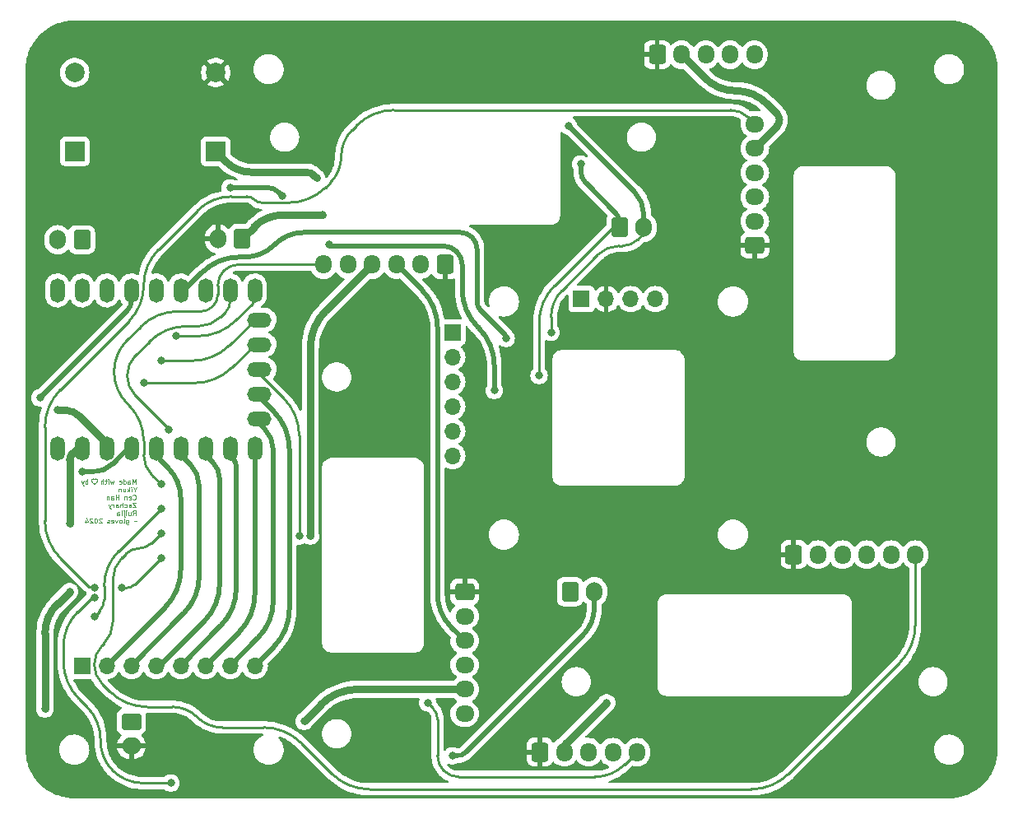
<source format=gbl>
%TF.GenerationSoftware,KiCad,Pcbnew,7.0.10*%
%TF.CreationDate,2024-01-30T15:19:49+08:00*%
%TF.ProjectId,imu-rounded,696d752d-726f-4756-9e64-65642e6b6963,rev?*%
%TF.SameCoordinates,Original*%
%TF.FileFunction,Copper,L2,Bot*%
%TF.FilePolarity,Positive*%
%FSLAX46Y46*%
G04 Gerber Fmt 4.6, Leading zero omitted, Abs format (unit mm)*
G04 Created by KiCad (PCBNEW 7.0.10) date 2024-01-30 15:19:49*
%MOMM*%
%LPD*%
G01*
G04 APERTURE LIST*
G04 Aperture macros list*
%AMRoundRect*
0 Rectangle with rounded corners*
0 $1 Rounding radius*
0 $2 $3 $4 $5 $6 $7 $8 $9 X,Y pos of 4 corners*
0 Add a 4 corners polygon primitive as box body*
4,1,4,$2,$3,$4,$5,$6,$7,$8,$9,$2,$3,0*
0 Add four circle primitives for the rounded corners*
1,1,$1+$1,$2,$3*
1,1,$1+$1,$4,$5*
1,1,$1+$1,$6,$7*
1,1,$1+$1,$8,$9*
0 Add four rect primitives between the rounded corners*
20,1,$1+$1,$2,$3,$4,$5,0*
20,1,$1+$1,$4,$5,$6,$7,0*
20,1,$1+$1,$6,$7,$8,$9,0*
20,1,$1+$1,$8,$9,$2,$3,0*%
G04 Aperture macros list end*
%ADD10C,0.125000*%
%TA.AperFunction,NonConductor*%
%ADD11C,0.125000*%
%TD*%
%ADD12C,0.150000*%
%TA.AperFunction,NonConductor*%
%ADD13C,0.150000*%
%TD*%
%TA.AperFunction,ComponentPad*%
%ADD14R,1.700000X1.700000*%
%TD*%
%TA.AperFunction,ComponentPad*%
%ADD15O,1.700000X1.700000*%
%TD*%
%TA.AperFunction,ComponentPad*%
%ADD16R,2.000000X2.000000*%
%TD*%
%TA.AperFunction,ComponentPad*%
%ADD17C,2.000000*%
%TD*%
%TA.AperFunction,ComponentPad*%
%ADD18RoundRect,0.250000X-0.600000X-0.750000X0.600000X-0.750000X0.600000X0.750000X-0.600000X0.750000X0*%
%TD*%
%TA.AperFunction,ComponentPad*%
%ADD19O,1.700000X2.000000*%
%TD*%
%TA.AperFunction,ComponentPad*%
%ADD20RoundRect,0.250000X-0.600000X-0.725000X0.600000X-0.725000X0.600000X0.725000X-0.600000X0.725000X0*%
%TD*%
%TA.AperFunction,ComponentPad*%
%ADD21O,1.700000X1.950000*%
%TD*%
%TA.AperFunction,ComponentPad*%
%ADD22RoundRect,0.250000X-0.750000X0.600000X-0.750000X-0.600000X0.750000X-0.600000X0.750000X0.600000X0*%
%TD*%
%TA.AperFunction,ComponentPad*%
%ADD23O,2.000000X1.700000*%
%TD*%
%TA.AperFunction,ComponentPad*%
%ADD24RoundRect,0.250000X0.600000X0.750000X-0.600000X0.750000X-0.600000X-0.750000X0.600000X-0.750000X0*%
%TD*%
%TA.AperFunction,ComponentPad*%
%ADD25O,1.500000X2.500000*%
%TD*%
%TA.AperFunction,ComponentPad*%
%ADD26O,2.500000X1.500000*%
%TD*%
%TA.AperFunction,ComponentPad*%
%ADD27RoundRect,0.250000X0.725000X-0.600000X0.725000X0.600000X-0.725000X0.600000X-0.725000X-0.600000X0*%
%TD*%
%TA.AperFunction,ComponentPad*%
%ADD28O,1.950000X1.700000*%
%TD*%
%TA.AperFunction,ComponentPad*%
%ADD29RoundRect,0.250000X-0.725000X0.600000X-0.725000X-0.600000X0.725000X-0.600000X0.725000X0.600000X0*%
%TD*%
%TA.AperFunction,ComponentPad*%
%ADD30RoundRect,0.250000X0.600000X0.725000X-0.600000X0.725000X-0.600000X-0.725000X0.600000X-0.725000X0*%
%TD*%
%TA.AperFunction,ViaPad*%
%ADD31C,0.800000*%
%TD*%
%TA.AperFunction,Conductor*%
%ADD32C,0.760000*%
%TD*%
%TA.AperFunction,Conductor*%
%ADD33C,0.250000*%
%TD*%
%TA.AperFunction,Conductor*%
%ADD34C,0.500000*%
%TD*%
G04 APERTURE END LIST*
D10*
D11*
X56313716Y-107667309D02*
X56313716Y-107167309D01*
X56313716Y-107167309D02*
X56147049Y-107524452D01*
X56147049Y-107524452D02*
X55980383Y-107167309D01*
X55980383Y-107167309D02*
X55980383Y-107667309D01*
X55528001Y-107667309D02*
X55528001Y-107405404D01*
X55528001Y-107405404D02*
X55551811Y-107357785D01*
X55551811Y-107357785D02*
X55599430Y-107333976D01*
X55599430Y-107333976D02*
X55694668Y-107333976D01*
X55694668Y-107333976D02*
X55742287Y-107357785D01*
X55528001Y-107643500D02*
X55575620Y-107667309D01*
X55575620Y-107667309D02*
X55694668Y-107667309D01*
X55694668Y-107667309D02*
X55742287Y-107643500D01*
X55742287Y-107643500D02*
X55766096Y-107595880D01*
X55766096Y-107595880D02*
X55766096Y-107548261D01*
X55766096Y-107548261D02*
X55742287Y-107500642D01*
X55742287Y-107500642D02*
X55694668Y-107476833D01*
X55694668Y-107476833D02*
X55575620Y-107476833D01*
X55575620Y-107476833D02*
X55528001Y-107453023D01*
X55075620Y-107667309D02*
X55075620Y-107167309D01*
X55075620Y-107643500D02*
X55123239Y-107667309D01*
X55123239Y-107667309D02*
X55218477Y-107667309D01*
X55218477Y-107667309D02*
X55266096Y-107643500D01*
X55266096Y-107643500D02*
X55289906Y-107619690D01*
X55289906Y-107619690D02*
X55313715Y-107572071D01*
X55313715Y-107572071D02*
X55313715Y-107429214D01*
X55313715Y-107429214D02*
X55289906Y-107381595D01*
X55289906Y-107381595D02*
X55266096Y-107357785D01*
X55266096Y-107357785D02*
X55218477Y-107333976D01*
X55218477Y-107333976D02*
X55123239Y-107333976D01*
X55123239Y-107333976D02*
X55075620Y-107357785D01*
X54647049Y-107643500D02*
X54694668Y-107667309D01*
X54694668Y-107667309D02*
X54789906Y-107667309D01*
X54789906Y-107667309D02*
X54837525Y-107643500D01*
X54837525Y-107643500D02*
X54861334Y-107595880D01*
X54861334Y-107595880D02*
X54861334Y-107405404D01*
X54861334Y-107405404D02*
X54837525Y-107357785D01*
X54837525Y-107357785D02*
X54789906Y-107333976D01*
X54789906Y-107333976D02*
X54694668Y-107333976D01*
X54694668Y-107333976D02*
X54647049Y-107357785D01*
X54647049Y-107357785D02*
X54623239Y-107405404D01*
X54623239Y-107405404D02*
X54623239Y-107453023D01*
X54623239Y-107453023D02*
X54861334Y-107500642D01*
X54075621Y-107333976D02*
X53980383Y-107667309D01*
X53980383Y-107667309D02*
X53885145Y-107429214D01*
X53885145Y-107429214D02*
X53789907Y-107667309D01*
X53789907Y-107667309D02*
X53694669Y-107333976D01*
X53504192Y-107667309D02*
X53504192Y-107333976D01*
X53504192Y-107167309D02*
X53528001Y-107191119D01*
X53528001Y-107191119D02*
X53504192Y-107214928D01*
X53504192Y-107214928D02*
X53480382Y-107191119D01*
X53480382Y-107191119D02*
X53504192Y-107167309D01*
X53504192Y-107167309D02*
X53504192Y-107214928D01*
X53337525Y-107333976D02*
X53147049Y-107333976D01*
X53266097Y-107167309D02*
X53266097Y-107595880D01*
X53266097Y-107595880D02*
X53242287Y-107643500D01*
X53242287Y-107643500D02*
X53194668Y-107667309D01*
X53194668Y-107667309D02*
X53147049Y-107667309D01*
X52980383Y-107667309D02*
X52980383Y-107167309D01*
X52766097Y-107667309D02*
X52766097Y-107405404D01*
X52766097Y-107405404D02*
X52789907Y-107357785D01*
X52789907Y-107357785D02*
X52837526Y-107333976D01*
X52837526Y-107333976D02*
X52908954Y-107333976D01*
X52908954Y-107333976D02*
X52956573Y-107357785D01*
X52956573Y-107357785D02*
X52980383Y-107381595D01*
X51385146Y-107667309D02*
X51385146Y-107167309D01*
X51385146Y-107357785D02*
X51337527Y-107333976D01*
X51337527Y-107333976D02*
X51242289Y-107333976D01*
X51242289Y-107333976D02*
X51194670Y-107357785D01*
X51194670Y-107357785D02*
X51170860Y-107381595D01*
X51170860Y-107381595D02*
X51147051Y-107429214D01*
X51147051Y-107429214D02*
X51147051Y-107572071D01*
X51147051Y-107572071D02*
X51170860Y-107619690D01*
X51170860Y-107619690D02*
X51194670Y-107643500D01*
X51194670Y-107643500D02*
X51242289Y-107667309D01*
X51242289Y-107667309D02*
X51337527Y-107667309D01*
X51337527Y-107667309D02*
X51385146Y-107643500D01*
X50980384Y-107333976D02*
X50861336Y-107667309D01*
X50742289Y-107333976D02*
X50861336Y-107667309D01*
X50861336Y-107667309D02*
X50908955Y-107786357D01*
X50908955Y-107786357D02*
X50932765Y-107810166D01*
X50932765Y-107810166D02*
X50980384Y-107833976D01*
X56218478Y-108234214D02*
X56218478Y-108472309D01*
X56385144Y-107972309D02*
X56218478Y-108234214D01*
X56218478Y-108234214D02*
X56051811Y-107972309D01*
X55885145Y-108472309D02*
X55885145Y-108138976D01*
X55885145Y-107972309D02*
X55908954Y-107996119D01*
X55908954Y-107996119D02*
X55885145Y-108019928D01*
X55885145Y-108019928D02*
X55861335Y-107996119D01*
X55861335Y-107996119D02*
X55885145Y-107972309D01*
X55885145Y-107972309D02*
X55885145Y-108019928D01*
X55647050Y-108472309D02*
X55647050Y-107972309D01*
X55599431Y-108281833D02*
X55456574Y-108472309D01*
X55456574Y-108138976D02*
X55647050Y-108329452D01*
X55028002Y-108138976D02*
X55028002Y-108472309D01*
X55242288Y-108138976D02*
X55242288Y-108400880D01*
X55242288Y-108400880D02*
X55218478Y-108448500D01*
X55218478Y-108448500D02*
X55170859Y-108472309D01*
X55170859Y-108472309D02*
X55099431Y-108472309D01*
X55099431Y-108472309D02*
X55051812Y-108448500D01*
X55051812Y-108448500D02*
X55028002Y-108424690D01*
X54789907Y-108138976D02*
X54789907Y-108472309D01*
X54789907Y-108186595D02*
X54766097Y-108162785D01*
X54766097Y-108162785D02*
X54718478Y-108138976D01*
X54718478Y-108138976D02*
X54647050Y-108138976D01*
X54647050Y-108138976D02*
X54599431Y-108162785D01*
X54599431Y-108162785D02*
X54575621Y-108210404D01*
X54575621Y-108210404D02*
X54575621Y-108472309D01*
X56028002Y-109229690D02*
X56051811Y-109253500D01*
X56051811Y-109253500D02*
X56123240Y-109277309D01*
X56123240Y-109277309D02*
X56170859Y-109277309D01*
X56170859Y-109277309D02*
X56242287Y-109253500D01*
X56242287Y-109253500D02*
X56289906Y-109205880D01*
X56289906Y-109205880D02*
X56313716Y-109158261D01*
X56313716Y-109158261D02*
X56337525Y-109063023D01*
X56337525Y-109063023D02*
X56337525Y-108991595D01*
X56337525Y-108991595D02*
X56313716Y-108896357D01*
X56313716Y-108896357D02*
X56289906Y-108848738D01*
X56289906Y-108848738D02*
X56242287Y-108801119D01*
X56242287Y-108801119D02*
X56170859Y-108777309D01*
X56170859Y-108777309D02*
X56123240Y-108777309D01*
X56123240Y-108777309D02*
X56051811Y-108801119D01*
X56051811Y-108801119D02*
X56028002Y-108824928D01*
X55623240Y-109253500D02*
X55670859Y-109277309D01*
X55670859Y-109277309D02*
X55766097Y-109277309D01*
X55766097Y-109277309D02*
X55813716Y-109253500D01*
X55813716Y-109253500D02*
X55837525Y-109205880D01*
X55837525Y-109205880D02*
X55837525Y-109015404D01*
X55837525Y-109015404D02*
X55813716Y-108967785D01*
X55813716Y-108967785D02*
X55766097Y-108943976D01*
X55766097Y-108943976D02*
X55670859Y-108943976D01*
X55670859Y-108943976D02*
X55623240Y-108967785D01*
X55623240Y-108967785D02*
X55599430Y-109015404D01*
X55599430Y-109015404D02*
X55599430Y-109063023D01*
X55599430Y-109063023D02*
X55837525Y-109110642D01*
X55385145Y-108943976D02*
X55385145Y-109277309D01*
X55385145Y-108991595D02*
X55361335Y-108967785D01*
X55361335Y-108967785D02*
X55313716Y-108943976D01*
X55313716Y-108943976D02*
X55242288Y-108943976D01*
X55242288Y-108943976D02*
X55194669Y-108967785D01*
X55194669Y-108967785D02*
X55170859Y-109015404D01*
X55170859Y-109015404D02*
X55170859Y-109277309D01*
X54551812Y-109277309D02*
X54551812Y-108777309D01*
X54551812Y-109015404D02*
X54266098Y-109015404D01*
X54266098Y-109277309D02*
X54266098Y-108777309D01*
X53813716Y-109277309D02*
X53813716Y-109015404D01*
X53813716Y-109015404D02*
X53837526Y-108967785D01*
X53837526Y-108967785D02*
X53885145Y-108943976D01*
X53885145Y-108943976D02*
X53980383Y-108943976D01*
X53980383Y-108943976D02*
X54028002Y-108967785D01*
X53813716Y-109253500D02*
X53861335Y-109277309D01*
X53861335Y-109277309D02*
X53980383Y-109277309D01*
X53980383Y-109277309D02*
X54028002Y-109253500D01*
X54028002Y-109253500D02*
X54051811Y-109205880D01*
X54051811Y-109205880D02*
X54051811Y-109158261D01*
X54051811Y-109158261D02*
X54028002Y-109110642D01*
X54028002Y-109110642D02*
X53980383Y-109086833D01*
X53980383Y-109086833D02*
X53861335Y-109086833D01*
X53861335Y-109086833D02*
X53813716Y-109063023D01*
X53575621Y-108943976D02*
X53575621Y-109277309D01*
X53575621Y-108991595D02*
X53551811Y-108967785D01*
X53551811Y-108967785D02*
X53504192Y-108943976D01*
X53504192Y-108943976D02*
X53432764Y-108943976D01*
X53432764Y-108943976D02*
X53385145Y-108967785D01*
X53385145Y-108967785D02*
X53361335Y-109015404D01*
X53361335Y-109015404D02*
X53361335Y-109277309D01*
X56361335Y-109582309D02*
X56028002Y-109582309D01*
X56028002Y-109582309D02*
X56361335Y-110082309D01*
X56361335Y-110082309D02*
X56028002Y-110082309D01*
X55623240Y-110082309D02*
X55623240Y-109820404D01*
X55623240Y-109820404D02*
X55647050Y-109772785D01*
X55647050Y-109772785D02*
X55694669Y-109748976D01*
X55694669Y-109748976D02*
X55789907Y-109748976D01*
X55789907Y-109748976D02*
X55837526Y-109772785D01*
X55623240Y-110058500D02*
X55670859Y-110082309D01*
X55670859Y-110082309D02*
X55789907Y-110082309D01*
X55789907Y-110082309D02*
X55837526Y-110058500D01*
X55837526Y-110058500D02*
X55861335Y-110010880D01*
X55861335Y-110010880D02*
X55861335Y-109963261D01*
X55861335Y-109963261D02*
X55837526Y-109915642D01*
X55837526Y-109915642D02*
X55789907Y-109891833D01*
X55789907Y-109891833D02*
X55670859Y-109891833D01*
X55670859Y-109891833D02*
X55623240Y-109868023D01*
X55170859Y-110058500D02*
X55218478Y-110082309D01*
X55218478Y-110082309D02*
X55313716Y-110082309D01*
X55313716Y-110082309D02*
X55361335Y-110058500D01*
X55361335Y-110058500D02*
X55385145Y-110034690D01*
X55385145Y-110034690D02*
X55408954Y-109987071D01*
X55408954Y-109987071D02*
X55408954Y-109844214D01*
X55408954Y-109844214D02*
X55385145Y-109796595D01*
X55385145Y-109796595D02*
X55361335Y-109772785D01*
X55361335Y-109772785D02*
X55313716Y-109748976D01*
X55313716Y-109748976D02*
X55218478Y-109748976D01*
X55218478Y-109748976D02*
X55170859Y-109772785D01*
X54956574Y-110082309D02*
X54956574Y-109582309D01*
X54742288Y-110082309D02*
X54742288Y-109820404D01*
X54742288Y-109820404D02*
X54766098Y-109772785D01*
X54766098Y-109772785D02*
X54813717Y-109748976D01*
X54813717Y-109748976D02*
X54885145Y-109748976D01*
X54885145Y-109748976D02*
X54932764Y-109772785D01*
X54932764Y-109772785D02*
X54956574Y-109796595D01*
X54289907Y-110082309D02*
X54289907Y-109820404D01*
X54289907Y-109820404D02*
X54313717Y-109772785D01*
X54313717Y-109772785D02*
X54361336Y-109748976D01*
X54361336Y-109748976D02*
X54456574Y-109748976D01*
X54456574Y-109748976D02*
X54504193Y-109772785D01*
X54289907Y-110058500D02*
X54337526Y-110082309D01*
X54337526Y-110082309D02*
X54456574Y-110082309D01*
X54456574Y-110082309D02*
X54504193Y-110058500D01*
X54504193Y-110058500D02*
X54528002Y-110010880D01*
X54528002Y-110010880D02*
X54528002Y-109963261D01*
X54528002Y-109963261D02*
X54504193Y-109915642D01*
X54504193Y-109915642D02*
X54456574Y-109891833D01*
X54456574Y-109891833D02*
X54337526Y-109891833D01*
X54337526Y-109891833D02*
X54289907Y-109868023D01*
X54051812Y-110082309D02*
X54051812Y-109748976D01*
X54051812Y-109844214D02*
X54028002Y-109796595D01*
X54028002Y-109796595D02*
X54004193Y-109772785D01*
X54004193Y-109772785D02*
X53956574Y-109748976D01*
X53956574Y-109748976D02*
X53908955Y-109748976D01*
X53789907Y-109748976D02*
X53670859Y-110082309D01*
X53551812Y-109748976D02*
X53670859Y-110082309D01*
X53670859Y-110082309D02*
X53718478Y-110201357D01*
X53718478Y-110201357D02*
X53742288Y-110225166D01*
X53742288Y-110225166D02*
X53789907Y-110248976D01*
X56028002Y-110887309D02*
X56194668Y-110649214D01*
X56313716Y-110887309D02*
X56313716Y-110387309D01*
X56313716Y-110387309D02*
X56123240Y-110387309D01*
X56123240Y-110387309D02*
X56075621Y-110411119D01*
X56075621Y-110411119D02*
X56051811Y-110434928D01*
X56051811Y-110434928D02*
X56028002Y-110482547D01*
X56028002Y-110482547D02*
X56028002Y-110553976D01*
X56028002Y-110553976D02*
X56051811Y-110601595D01*
X56051811Y-110601595D02*
X56075621Y-110625404D01*
X56075621Y-110625404D02*
X56123240Y-110649214D01*
X56123240Y-110649214D02*
X56313716Y-110649214D01*
X55599430Y-110553976D02*
X55599430Y-110887309D01*
X55813716Y-110553976D02*
X55813716Y-110815880D01*
X55813716Y-110815880D02*
X55789906Y-110863500D01*
X55789906Y-110863500D02*
X55742287Y-110887309D01*
X55742287Y-110887309D02*
X55670859Y-110887309D01*
X55670859Y-110887309D02*
X55623240Y-110863500D01*
X55623240Y-110863500D02*
X55599430Y-110839690D01*
X55361335Y-110887309D02*
X55361335Y-110553976D01*
X55361335Y-110387309D02*
X55385144Y-110411119D01*
X55385144Y-110411119D02*
X55361335Y-110434928D01*
X55361335Y-110434928D02*
X55337525Y-110411119D01*
X55337525Y-110411119D02*
X55361335Y-110387309D01*
X55361335Y-110387309D02*
X55361335Y-110434928D01*
X55123240Y-110553976D02*
X55123240Y-110982547D01*
X55123240Y-110982547D02*
X55147049Y-111030166D01*
X55147049Y-111030166D02*
X55194668Y-111053976D01*
X55194668Y-111053976D02*
X55218478Y-111053976D01*
X55123240Y-110387309D02*
X55147049Y-110411119D01*
X55147049Y-110411119D02*
X55123240Y-110434928D01*
X55123240Y-110434928D02*
X55099430Y-110411119D01*
X55099430Y-110411119D02*
X55123240Y-110387309D01*
X55123240Y-110387309D02*
X55123240Y-110434928D01*
X54885145Y-110887309D02*
X54885145Y-110553976D01*
X54885145Y-110387309D02*
X54908954Y-110411119D01*
X54908954Y-110411119D02*
X54885145Y-110434928D01*
X54885145Y-110434928D02*
X54861335Y-110411119D01*
X54861335Y-110411119D02*
X54885145Y-110387309D01*
X54885145Y-110387309D02*
X54885145Y-110434928D01*
X54432764Y-110887309D02*
X54432764Y-110625404D01*
X54432764Y-110625404D02*
X54456574Y-110577785D01*
X54456574Y-110577785D02*
X54504193Y-110553976D01*
X54504193Y-110553976D02*
X54599431Y-110553976D01*
X54599431Y-110553976D02*
X54647050Y-110577785D01*
X54432764Y-110863500D02*
X54480383Y-110887309D01*
X54480383Y-110887309D02*
X54599431Y-110887309D01*
X54599431Y-110887309D02*
X54647050Y-110863500D01*
X54647050Y-110863500D02*
X54670859Y-110815880D01*
X54670859Y-110815880D02*
X54670859Y-110768261D01*
X54670859Y-110768261D02*
X54647050Y-110720642D01*
X54647050Y-110720642D02*
X54599431Y-110696833D01*
X54599431Y-110696833D02*
X54480383Y-110696833D01*
X54480383Y-110696833D02*
X54432764Y-110673023D01*
X56385144Y-111501833D02*
X56361335Y-111478023D01*
X56361335Y-111478023D02*
X56313716Y-111454214D01*
X56313716Y-111454214D02*
X56218478Y-111501833D01*
X56218478Y-111501833D02*
X56170859Y-111478023D01*
X56170859Y-111478023D02*
X56147049Y-111454214D01*
X55361335Y-111358976D02*
X55361335Y-111763738D01*
X55361335Y-111763738D02*
X55385145Y-111811357D01*
X55385145Y-111811357D02*
X55408954Y-111835166D01*
X55408954Y-111835166D02*
X55456573Y-111858976D01*
X55456573Y-111858976D02*
X55528002Y-111858976D01*
X55528002Y-111858976D02*
X55575621Y-111835166D01*
X55361335Y-111668500D02*
X55408954Y-111692309D01*
X55408954Y-111692309D02*
X55504192Y-111692309D01*
X55504192Y-111692309D02*
X55551811Y-111668500D01*
X55551811Y-111668500D02*
X55575621Y-111644690D01*
X55575621Y-111644690D02*
X55599430Y-111597071D01*
X55599430Y-111597071D02*
X55599430Y-111454214D01*
X55599430Y-111454214D02*
X55575621Y-111406595D01*
X55575621Y-111406595D02*
X55551811Y-111382785D01*
X55551811Y-111382785D02*
X55504192Y-111358976D01*
X55504192Y-111358976D02*
X55408954Y-111358976D01*
X55408954Y-111358976D02*
X55361335Y-111382785D01*
X55051811Y-111692309D02*
X55099430Y-111668500D01*
X55099430Y-111668500D02*
X55123240Y-111620880D01*
X55123240Y-111620880D02*
X55123240Y-111192309D01*
X54789906Y-111692309D02*
X54837525Y-111668500D01*
X54837525Y-111668500D02*
X54861335Y-111644690D01*
X54861335Y-111644690D02*
X54885144Y-111597071D01*
X54885144Y-111597071D02*
X54885144Y-111454214D01*
X54885144Y-111454214D02*
X54861335Y-111406595D01*
X54861335Y-111406595D02*
X54837525Y-111382785D01*
X54837525Y-111382785D02*
X54789906Y-111358976D01*
X54789906Y-111358976D02*
X54718478Y-111358976D01*
X54718478Y-111358976D02*
X54670859Y-111382785D01*
X54670859Y-111382785D02*
X54647049Y-111406595D01*
X54647049Y-111406595D02*
X54623240Y-111454214D01*
X54623240Y-111454214D02*
X54623240Y-111597071D01*
X54623240Y-111597071D02*
X54647049Y-111644690D01*
X54647049Y-111644690D02*
X54670859Y-111668500D01*
X54670859Y-111668500D02*
X54718478Y-111692309D01*
X54718478Y-111692309D02*
X54789906Y-111692309D01*
X54456573Y-111358976D02*
X54337525Y-111692309D01*
X54337525Y-111692309D02*
X54218478Y-111358976D01*
X53837526Y-111668500D02*
X53885145Y-111692309D01*
X53885145Y-111692309D02*
X53980383Y-111692309D01*
X53980383Y-111692309D02*
X54028002Y-111668500D01*
X54028002Y-111668500D02*
X54051811Y-111620880D01*
X54051811Y-111620880D02*
X54051811Y-111430404D01*
X54051811Y-111430404D02*
X54028002Y-111382785D01*
X54028002Y-111382785D02*
X53980383Y-111358976D01*
X53980383Y-111358976D02*
X53885145Y-111358976D01*
X53885145Y-111358976D02*
X53837526Y-111382785D01*
X53837526Y-111382785D02*
X53813716Y-111430404D01*
X53813716Y-111430404D02*
X53813716Y-111478023D01*
X53813716Y-111478023D02*
X54051811Y-111525642D01*
X53623240Y-111668500D02*
X53575621Y-111692309D01*
X53575621Y-111692309D02*
X53480383Y-111692309D01*
X53480383Y-111692309D02*
X53432764Y-111668500D01*
X53432764Y-111668500D02*
X53408955Y-111620880D01*
X53408955Y-111620880D02*
X53408955Y-111597071D01*
X53408955Y-111597071D02*
X53432764Y-111549452D01*
X53432764Y-111549452D02*
X53480383Y-111525642D01*
X53480383Y-111525642D02*
X53551812Y-111525642D01*
X53551812Y-111525642D02*
X53599431Y-111501833D01*
X53599431Y-111501833D02*
X53623240Y-111454214D01*
X53623240Y-111454214D02*
X53623240Y-111430404D01*
X53623240Y-111430404D02*
X53599431Y-111382785D01*
X53599431Y-111382785D02*
X53551812Y-111358976D01*
X53551812Y-111358976D02*
X53480383Y-111358976D01*
X53480383Y-111358976D02*
X53432764Y-111382785D01*
X52837526Y-111239928D02*
X52813717Y-111216119D01*
X52813717Y-111216119D02*
X52766098Y-111192309D01*
X52766098Y-111192309D02*
X52647050Y-111192309D01*
X52647050Y-111192309D02*
X52599431Y-111216119D01*
X52599431Y-111216119D02*
X52575622Y-111239928D01*
X52575622Y-111239928D02*
X52551812Y-111287547D01*
X52551812Y-111287547D02*
X52551812Y-111335166D01*
X52551812Y-111335166D02*
X52575622Y-111406595D01*
X52575622Y-111406595D02*
X52861336Y-111692309D01*
X52861336Y-111692309D02*
X52551812Y-111692309D01*
X52242289Y-111192309D02*
X52194670Y-111192309D01*
X52194670Y-111192309D02*
X52147051Y-111216119D01*
X52147051Y-111216119D02*
X52123241Y-111239928D01*
X52123241Y-111239928D02*
X52099432Y-111287547D01*
X52099432Y-111287547D02*
X52075622Y-111382785D01*
X52075622Y-111382785D02*
X52075622Y-111501833D01*
X52075622Y-111501833D02*
X52099432Y-111597071D01*
X52099432Y-111597071D02*
X52123241Y-111644690D01*
X52123241Y-111644690D02*
X52147051Y-111668500D01*
X52147051Y-111668500D02*
X52194670Y-111692309D01*
X52194670Y-111692309D02*
X52242289Y-111692309D01*
X52242289Y-111692309D02*
X52289908Y-111668500D01*
X52289908Y-111668500D02*
X52313717Y-111644690D01*
X52313717Y-111644690D02*
X52337527Y-111597071D01*
X52337527Y-111597071D02*
X52361336Y-111501833D01*
X52361336Y-111501833D02*
X52361336Y-111382785D01*
X52361336Y-111382785D02*
X52337527Y-111287547D01*
X52337527Y-111287547D02*
X52313717Y-111239928D01*
X52313717Y-111239928D02*
X52289908Y-111216119D01*
X52289908Y-111216119D02*
X52242289Y-111192309D01*
X51885146Y-111239928D02*
X51861337Y-111216119D01*
X51861337Y-111216119D02*
X51813718Y-111192309D01*
X51813718Y-111192309D02*
X51694670Y-111192309D01*
X51694670Y-111192309D02*
X51647051Y-111216119D01*
X51647051Y-111216119D02*
X51623242Y-111239928D01*
X51623242Y-111239928D02*
X51599432Y-111287547D01*
X51599432Y-111287547D02*
X51599432Y-111335166D01*
X51599432Y-111335166D02*
X51623242Y-111406595D01*
X51623242Y-111406595D02*
X51908956Y-111692309D01*
X51908956Y-111692309D02*
X51599432Y-111692309D01*
X51170861Y-111358976D02*
X51170861Y-111692309D01*
X51289909Y-111168500D02*
X51408956Y-111525642D01*
X51408956Y-111525642D02*
X51099433Y-111525642D01*
D12*
D13*
G36*
X52252391Y-107120854D02*
G01*
X52259028Y-107121170D01*
X52265594Y-107121696D01*
X52272091Y-107122434D01*
X52278518Y-107123382D01*
X52284875Y-107124540D01*
X52291162Y-107125909D01*
X52297379Y-107127489D01*
X52303527Y-107129280D01*
X52309604Y-107131281D01*
X52315612Y-107133493D01*
X52321550Y-107135916D01*
X52327418Y-107138549D01*
X52333216Y-107141393D01*
X52338945Y-107144447D01*
X52344604Y-107147713D01*
X52350156Y-107151148D01*
X52355567Y-107154751D01*
X52360836Y-107158522D01*
X52365963Y-107162459D01*
X52370947Y-107166563D01*
X52375790Y-107170835D01*
X52380491Y-107175274D01*
X52385050Y-107179879D01*
X52389467Y-107184653D01*
X52393742Y-107189593D01*
X52397875Y-107194700D01*
X52401866Y-107199975D01*
X52405715Y-107205416D01*
X52409423Y-107211025D01*
X52412988Y-107216801D01*
X52416411Y-107222744D01*
X52419658Y-107228815D01*
X52422696Y-107235010D01*
X52425525Y-107241331D01*
X52428144Y-107247776D01*
X52430553Y-107254346D01*
X52432753Y-107261041D01*
X52434743Y-107267860D01*
X52436524Y-107274804D01*
X52438096Y-107281874D01*
X52439458Y-107289067D01*
X52440610Y-107296386D01*
X52441553Y-107303830D01*
X52442286Y-107311398D01*
X52442810Y-107319091D01*
X52443124Y-107326909D01*
X52443229Y-107334852D01*
X52443087Y-107343513D01*
X52442661Y-107352169D01*
X52441951Y-107360819D01*
X52440957Y-107369464D01*
X52439680Y-107378103D01*
X52438118Y-107386736D01*
X52436272Y-107395363D01*
X52434143Y-107403984D01*
X52431730Y-107412600D01*
X52429032Y-107421210D01*
X52426051Y-107429815D01*
X52422786Y-107438414D01*
X52419237Y-107447007D01*
X52415403Y-107455594D01*
X52411286Y-107464175D01*
X52406885Y-107472751D01*
X52402227Y-107481290D01*
X52397337Y-107489798D01*
X52392216Y-107498276D01*
X52386864Y-107506722D01*
X52381280Y-107515138D01*
X52375465Y-107523522D01*
X52369419Y-107531876D01*
X52363142Y-107540199D01*
X52356633Y-107548491D01*
X52349893Y-107556752D01*
X52342922Y-107564982D01*
X52335719Y-107573181D01*
X52328285Y-107581349D01*
X52320620Y-107589486D01*
X52312724Y-107597593D01*
X52304597Y-107605668D01*
X52296263Y-107613686D01*
X52287748Y-107621655D01*
X52283423Y-107625622D01*
X52279053Y-107629577D01*
X52274637Y-107633519D01*
X52270177Y-107637450D01*
X52265671Y-107641369D01*
X52261119Y-107645275D01*
X52256523Y-107649170D01*
X52251881Y-107653053D01*
X52247194Y-107656923D01*
X52242462Y-107660782D01*
X52237685Y-107664628D01*
X52232862Y-107668463D01*
X52227995Y-107672285D01*
X52223082Y-107676096D01*
X52218123Y-107679894D01*
X52213120Y-107683681D01*
X52208071Y-107687455D01*
X52202977Y-107691218D01*
X52197838Y-107694968D01*
X52192654Y-107698706D01*
X52187424Y-107702433D01*
X52182150Y-107706147D01*
X52176830Y-107709849D01*
X52171464Y-107713539D01*
X52166054Y-107717218D01*
X52160598Y-107720884D01*
X52155097Y-107724538D01*
X52149551Y-107728180D01*
X52146584Y-107730097D01*
X52141390Y-107733330D01*
X52136197Y-107736408D01*
X52131004Y-107739332D01*
X52125811Y-107742102D01*
X52122891Y-107743545D01*
X52117341Y-107745853D01*
X52111557Y-107747530D01*
X52105148Y-107748257D01*
X52102367Y-107748107D01*
X52096334Y-107746905D01*
X52090365Y-107744795D01*
X52084631Y-107742102D01*
X52081668Y-107740538D01*
X52076505Y-107737680D01*
X52071370Y-107734668D01*
X52066263Y-107731501D01*
X52061184Y-107728180D01*
X52055638Y-107724538D01*
X52050137Y-107720884D01*
X52044680Y-107717218D01*
X52039269Y-107713539D01*
X52033902Y-107709849D01*
X52028581Y-107706147D01*
X52023304Y-107702433D01*
X52018072Y-107698706D01*
X52012885Y-107694968D01*
X52007744Y-107691218D01*
X52002647Y-107687455D01*
X51997595Y-107683681D01*
X51992588Y-107679894D01*
X51987626Y-107676096D01*
X51982708Y-107672285D01*
X51977836Y-107668463D01*
X51973009Y-107664628D01*
X51968227Y-107660782D01*
X51963489Y-107656923D01*
X51958797Y-107653053D01*
X51954149Y-107649170D01*
X51949547Y-107645275D01*
X51944989Y-107641369D01*
X51940476Y-107637450D01*
X51936008Y-107633519D01*
X51931586Y-107629577D01*
X51927208Y-107625622D01*
X51922875Y-107621655D01*
X51914344Y-107613686D01*
X51905992Y-107605668D01*
X51897848Y-107597593D01*
X51889936Y-107589486D01*
X51882259Y-107581349D01*
X51874815Y-107573181D01*
X51867604Y-107564982D01*
X51860627Y-107556752D01*
X51853884Y-107548491D01*
X51847374Y-107540199D01*
X51841098Y-107531876D01*
X51835055Y-107523522D01*
X51829246Y-107515138D01*
X51823670Y-107506722D01*
X51818328Y-107498276D01*
X51813220Y-107489798D01*
X51808345Y-107481290D01*
X51803703Y-107472751D01*
X51799320Y-107464175D01*
X51795220Y-107455594D01*
X51791402Y-107447007D01*
X51787867Y-107438414D01*
X51784615Y-107429815D01*
X51781646Y-107421210D01*
X51778959Y-107412600D01*
X51776556Y-107403984D01*
X51774435Y-107395363D01*
X51772597Y-107386736D01*
X51771041Y-107378103D01*
X51769769Y-107369464D01*
X51768779Y-107360819D01*
X51768072Y-107352169D01*
X51767648Y-107343513D01*
X51767507Y-107334852D01*
X51767517Y-107334119D01*
X51861882Y-107334119D01*
X51861953Y-107338892D01*
X51862326Y-107346090D01*
X51863018Y-107353335D01*
X51864029Y-107360626D01*
X51865360Y-107367963D01*
X51867011Y-107375347D01*
X51868980Y-107382777D01*
X51871269Y-107390253D01*
X51873878Y-107397776D01*
X51876806Y-107405345D01*
X51880054Y-107412960D01*
X51883560Y-107420598D01*
X51887318Y-107428233D01*
X51891329Y-107435865D01*
X51895592Y-107443495D01*
X51898575Y-107448580D01*
X51901669Y-107453663D01*
X51904876Y-107458746D01*
X51908195Y-107463828D01*
X51911626Y-107468908D01*
X51915170Y-107473988D01*
X51918825Y-107479066D01*
X51922593Y-107484143D01*
X51926473Y-107489219D01*
X51930465Y-107494293D01*
X51934539Y-107499358D01*
X51938699Y-107504405D01*
X51942947Y-107509433D01*
X51947281Y-107514443D01*
X51951703Y-107519435D01*
X51956212Y-107524408D01*
X51960807Y-107529364D01*
X51965490Y-107534300D01*
X51970259Y-107539219D01*
X51975116Y-107544119D01*
X51980060Y-107549001D01*
X51985090Y-107553864D01*
X51990208Y-107558709D01*
X51995413Y-107563536D01*
X52000704Y-107568345D01*
X52006083Y-107573135D01*
X52011515Y-107577880D01*
X52017005Y-107582589D01*
X52022552Y-107587263D01*
X52028156Y-107591902D01*
X52033818Y-107596505D01*
X52039537Y-107601072D01*
X52045313Y-107605604D01*
X52051146Y-107610101D01*
X52057036Y-107614562D01*
X52062984Y-107618988D01*
X52068989Y-107623378D01*
X52075051Y-107627732D01*
X52081170Y-107632051D01*
X52087347Y-107636335D01*
X52093581Y-107640583D01*
X52099872Y-107644796D01*
X52105294Y-107647727D01*
X52105452Y-107647715D01*
X52110570Y-107644796D01*
X52116862Y-107640583D01*
X52123097Y-107636335D01*
X52129277Y-107632051D01*
X52135400Y-107627732D01*
X52141468Y-107623378D01*
X52147479Y-107618988D01*
X52153434Y-107614562D01*
X52159333Y-107610101D01*
X52165176Y-107605604D01*
X52170963Y-107601072D01*
X52176694Y-107596505D01*
X52182368Y-107591902D01*
X52187987Y-107587263D01*
X52193549Y-107582589D01*
X52199056Y-107577880D01*
X52204506Y-107573135D01*
X52209886Y-107568345D01*
X52215181Y-107563536D01*
X52220391Y-107558709D01*
X52225517Y-107553864D01*
X52230558Y-107549001D01*
X52235514Y-107544119D01*
X52240386Y-107539219D01*
X52245172Y-107534300D01*
X52249874Y-107529364D01*
X52254492Y-107524408D01*
X52259024Y-107519435D01*
X52263472Y-107514443D01*
X52267835Y-107509433D01*
X52272114Y-107504405D01*
X52276308Y-107499358D01*
X52280417Y-107494293D01*
X52284409Y-107489219D01*
X52288291Y-107484143D01*
X52292062Y-107479066D01*
X52295721Y-107473988D01*
X52299270Y-107468908D01*
X52302708Y-107463828D01*
X52306034Y-107458746D01*
X52309249Y-107453663D01*
X52312354Y-107448580D01*
X52315347Y-107443495D01*
X52319629Y-107435865D01*
X52323661Y-107428233D01*
X52327443Y-107420598D01*
X52330975Y-107412960D01*
X52333158Y-107407878D01*
X52336168Y-107400294D01*
X52338861Y-107392755D01*
X52341237Y-107385264D01*
X52343297Y-107377818D01*
X52345039Y-107370419D01*
X52346465Y-107363066D01*
X52347574Y-107355760D01*
X52348366Y-107348500D01*
X52348841Y-107341286D01*
X52349000Y-107334119D01*
X52348940Y-107329575D01*
X52348628Y-107322895D01*
X52348047Y-107316378D01*
X52347199Y-107310022D01*
X52346083Y-107303829D01*
X52344699Y-107297798D01*
X52343046Y-107291930D01*
X52341127Y-107286223D01*
X52338939Y-107280679D01*
X52336483Y-107275298D01*
X52333759Y-107270078D01*
X52329780Y-107263381D01*
X52325461Y-107257063D01*
X52320804Y-107251126D01*
X52315807Y-107245569D01*
X52310472Y-107240391D01*
X52304798Y-107235594D01*
X52298785Y-107231177D01*
X52292433Y-107227140D01*
X52289147Y-107225277D01*
X52282425Y-107221911D01*
X52275500Y-107219026D01*
X52268375Y-107216622D01*
X52261047Y-107214698D01*
X52253519Y-107213256D01*
X52245788Y-107212294D01*
X52239858Y-107211888D01*
X52233815Y-107211753D01*
X52227269Y-107211888D01*
X52220965Y-107212294D01*
X52214904Y-107212969D01*
X52207669Y-107214193D01*
X52200813Y-107215840D01*
X52194337Y-107217909D01*
X52188239Y-107220399D01*
X52185880Y-107221498D01*
X52180178Y-107224399D01*
X52174755Y-107227523D01*
X52169611Y-107230868D01*
X52164746Y-107234435D01*
X52160160Y-107238224D01*
X52155853Y-107242235D01*
X52154201Y-107243867D01*
X52149432Y-107248783D01*
X52144941Y-107253731D01*
X52140729Y-107258710D01*
X52136794Y-107263719D01*
X52133138Y-107268759D01*
X52132681Y-107269395D01*
X52128659Y-107274613D01*
X52124380Y-107279350D01*
X52119509Y-107283561D01*
X52117045Y-107285104D01*
X52111387Y-107287354D01*
X52105294Y-107288103D01*
X52102394Y-107287944D01*
X52096569Y-107286502D01*
X52091373Y-107283561D01*
X52089843Y-107282336D01*
X52085353Y-107278046D01*
X52081371Y-107273531D01*
X52077597Y-107268759D01*
X52076304Y-107267076D01*
X52072294Y-107262046D01*
X52068088Y-107257047D01*
X52063687Y-107252078D01*
X52059090Y-107247141D01*
X52054296Y-107242235D01*
X52052626Y-107240604D01*
X52048253Y-107236682D01*
X52043601Y-107232982D01*
X52038670Y-107229503D01*
X52033460Y-107226247D01*
X52027971Y-107223212D01*
X52022203Y-107220399D01*
X52021014Y-107219867D01*
X52014841Y-107217461D01*
X52008288Y-107215477D01*
X52001357Y-107213915D01*
X51995539Y-107212969D01*
X51989478Y-107212294D01*
X51983174Y-107211888D01*
X51976627Y-107211753D01*
X51972533Y-107211813D01*
X51966495Y-107212129D01*
X51960581Y-107212715D01*
X51952887Y-107213917D01*
X51945413Y-107215600D01*
X51938159Y-107217764D01*
X51931125Y-107220409D01*
X51924310Y-107223534D01*
X51917716Y-107227140D01*
X51911403Y-107231177D01*
X51905434Y-107235594D01*
X51899808Y-107240391D01*
X51894525Y-107245569D01*
X51889586Y-107251126D01*
X51884990Y-107257063D01*
X51880738Y-107263381D01*
X51876830Y-107270078D01*
X51875020Y-107273540D01*
X51872523Y-107278868D01*
X51870290Y-107284357D01*
X51868319Y-107290010D01*
X51866612Y-107295824D01*
X51865166Y-107301801D01*
X51863984Y-107307940D01*
X51863064Y-107314241D01*
X51862407Y-107320705D01*
X51862013Y-107327331D01*
X51861882Y-107334119D01*
X51767517Y-107334119D01*
X51767611Y-107326909D01*
X51767926Y-107319091D01*
X51768449Y-107311398D01*
X51769183Y-107303830D01*
X51770125Y-107296386D01*
X51771278Y-107289067D01*
X51772640Y-107281874D01*
X51774211Y-107274804D01*
X51775992Y-107267860D01*
X51777982Y-107261041D01*
X51780182Y-107254346D01*
X51782592Y-107247776D01*
X51785211Y-107241331D01*
X51788039Y-107235010D01*
X51791077Y-107228815D01*
X51794324Y-107222744D01*
X51797730Y-107216801D01*
X51801278Y-107211025D01*
X51804970Y-107205416D01*
X51808805Y-107199975D01*
X51812783Y-107194700D01*
X51816904Y-107189593D01*
X51821168Y-107184653D01*
X51825575Y-107179879D01*
X51830126Y-107175274D01*
X51834819Y-107170835D01*
X51839656Y-107166563D01*
X51844635Y-107162459D01*
X51849758Y-107158522D01*
X51855024Y-107154751D01*
X51860433Y-107151148D01*
X51865985Y-107147713D01*
X51871644Y-107144447D01*
X51877375Y-107141393D01*
X51883176Y-107138549D01*
X51889048Y-107135916D01*
X51894991Y-107133493D01*
X51901005Y-107131281D01*
X51907090Y-107129280D01*
X51913246Y-107127489D01*
X51919473Y-107125909D01*
X51925771Y-107124540D01*
X51932140Y-107123382D01*
X51938580Y-107122434D01*
X51945091Y-107121696D01*
X51951673Y-107121170D01*
X51958326Y-107120854D01*
X51965050Y-107120748D01*
X51968078Y-107120767D01*
X51974054Y-107120913D01*
X51979925Y-107121206D01*
X51988534Y-107121921D01*
X51996906Y-107122965D01*
X52005041Y-107124339D01*
X52012939Y-107126042D01*
X52020600Y-107128076D01*
X52028024Y-107130439D01*
X52035211Y-107133131D01*
X52042161Y-107136154D01*
X52048874Y-107139506D01*
X52053199Y-107141875D01*
X52059487Y-107145587D01*
X52065535Y-107149490D01*
X52071343Y-107153583D01*
X52076912Y-107157867D01*
X52082241Y-107162341D01*
X52087331Y-107167006D01*
X52092181Y-107171862D01*
X52096792Y-107176908D01*
X52101163Y-107182145D01*
X52105294Y-107187573D01*
X52108005Y-107183934D01*
X52112275Y-107178633D01*
X52116789Y-107173523D01*
X52121548Y-107168604D01*
X52126552Y-107163875D01*
X52131801Y-107159337D01*
X52137294Y-107154990D01*
X52143032Y-107150833D01*
X52149015Y-107146867D01*
X52155242Y-107143091D01*
X52161715Y-107139506D01*
X52163926Y-107138352D01*
X52170720Y-107135110D01*
X52177754Y-107132197D01*
X52185027Y-107129614D01*
X52192540Y-107127361D01*
X52200293Y-107125438D01*
X52208285Y-107123844D01*
X52216516Y-107122580D01*
X52224987Y-107121646D01*
X52233698Y-107121041D01*
X52239638Y-107120822D01*
X52245685Y-107120748D01*
X52252391Y-107120854D01*
G37*
D14*
%TO.P,J13,1,Pin_1*%
%TO.N,Net-(J13-Pin_1)*%
X88900000Y-92075000D03*
D15*
%TO.P,J13,2,Pin_2*%
%TO.N,Net-(J13-Pin_2)*%
X88900000Y-94615000D03*
%TO.P,J13,3,Pin_3*%
%TO.N,Net-(J13-Pin_3)*%
X88900000Y-97155000D03*
%TO.P,J13,4,Pin_4*%
%TO.N,Net-(J13-Pin_4)*%
X88900000Y-99695000D03*
%TO.P,J13,5,Pin_5*%
%TO.N,Net-(J13-Pin_5)*%
X88900000Y-102235000D03*
%TO.P,J13,6,Pin_6*%
%TO.N,Net-(J13-Pin_6)*%
X88900000Y-104775000D03*
%TD*%
D16*
%TO.P,J15,1,Pin_1*%
%TO.N,GND*%
X64561732Y-73464423D03*
X50061732Y-73452223D03*
D17*
%TO.P,J15,2,Pin_2*%
%TO.N,+5V*%
X64561732Y-65352223D03*
%TO.P,J15,3,Pin_3*%
%TO.N,+3.3V*%
X50061732Y-65352223D03*
%TD*%
D18*
%TO.P,J3,1,Pin_1*%
%TO.N,PICO_SDA1*%
X101005000Y-118745000D03*
D19*
%TO.P,J3,2,Pin_2*%
%TO.N,PICO_SCL1*%
X103505000Y-118745000D03*
%TD*%
D18*
%TO.P,J4,1,Pin_1*%
%TO.N,PICO_SDA0*%
X106085000Y-81280000D03*
D19*
%TO.P,J4,2,Pin_2*%
%TO.N,PICO_SCL0*%
X108585000Y-81280000D03*
%TD*%
D20*
%TO.P,J5,1,Pin_1*%
%TO.N,+5V*%
X97910000Y-135255000D03*
D21*
%TO.P,J5,2,Pin_2*%
%TO.N,GND*%
X100410000Y-135255000D03*
%TO.P,J5,3,Pin_3*%
%TO.N,IMU1_SCL*%
X102910000Y-135255000D03*
%TO.P,J5,4,Pin_4*%
%TO.N,IMU1_SDA*%
X105410000Y-135255000D03*
%TO.P,J5,5,Pin_5*%
%TO.N,IMU1_DRDY*%
X107910000Y-135255000D03*
%TD*%
D20*
%TO.P,J12,1,Pin_1*%
%TO.N,+5V*%
X109975000Y-63500000D03*
D21*
%TO.P,J12,2,Pin_2*%
%TO.N,GND*%
X112475000Y-63500000D03*
%TO.P,J12,3,Pin_3*%
%TO.N,IMU0_SCL*%
X114975000Y-63500000D03*
%TO.P,J12,4,Pin_4*%
%TO.N,IMU0_SDA*%
X117475000Y-63500000D03*
%TO.P,J12,5,Pin_5*%
%TO.N,IMU0_DRDY*%
X119975000Y-63500000D03*
%TD*%
D22*
%TO.P,J11,1,Pin_1*%
%TO.N,GND*%
X55880000Y-132120000D03*
D23*
%TO.P,J11,2,Pin_2*%
%TO.N,+5V*%
X55880000Y-134620000D03*
%TD*%
D24*
%TO.P,J2,1,Pin_1*%
%TO.N,GND*%
X67290000Y-82440000D03*
D19*
%TO.P,J2,2,Pin_2*%
%TO.N,+5V*%
X64790000Y-82440000D03*
%TD*%
D24*
%TO.P,J16,1,Pin_1*%
%TO.N,ZERO_RX0_PICO_TX*%
X50800000Y-82550000D03*
D19*
%TO.P,J16,2,Pin_2*%
%TO.N,ZERO_TX0_PICO_RX*%
X48300000Y-82550000D03*
%TD*%
D25*
%TO.P,U1,1,0*%
%TO.N,ZERO_TX0_PICO_RX*%
X48260000Y-87765000D03*
%TO.P,U1,2,1*%
%TO.N,ZERO_RX0_PICO_TX*%
X50800000Y-87765000D03*
%TO.P,U1,3,2*%
%TO.N,ZERO_SDA1*%
X53340000Y-87765000D03*
%TO.P,U1,4,3*%
%TO.N,ZERO_SCL1*%
X55880000Y-87765000D03*
%TO.P,U1,5,4*%
%TO.N,ZERO_SDA0*%
X58420000Y-87765000D03*
%TO.P,U1,6,5*%
%TO.N,ZERO_SCL0*%
X60960000Y-87765000D03*
%TO.P,U1,7,6*%
%TO.N,Net-(JP5-C)*%
X63500000Y-87765000D03*
%TO.P,U1,8,7*%
%TO.N,Net-(JP6-C)*%
X66040000Y-87765000D03*
%TO.P,U1,9,8*%
%TO.N,Net-(JP7-C)*%
X68580000Y-87765000D03*
D26*
%TO.P,U1,10,9*%
%TO.N,Net-(JP8-C)*%
X69080000Y-90805000D03*
%TO.P,U1,11,10*%
%TO.N,Net-(JP9-C)*%
X69080000Y-93345000D03*
%TO.P,U1,12,11*%
%TO.N,Net-(JP10-C)*%
X69080000Y-95885000D03*
%TO.P,U1,13,12*%
%TO.N,Net-(J14-Pin_8)*%
X69080000Y-98425000D03*
%TO.P,U1,14,13*%
%TO.N,Net-(J14-Pin_7)*%
X69080000Y-100965000D03*
D25*
%TO.P,U1,15,14*%
%TO.N,Net-(J14-Pin_6)*%
X68580000Y-104005000D03*
%TO.P,U1,16,15*%
%TO.N,Net-(J14-Pin_5)*%
X66040000Y-104005000D03*
%TO.P,U1,17,26*%
%TO.N,Net-(J14-Pin_4)*%
X63500000Y-104005000D03*
%TO.P,U1,18,27*%
%TO.N,Net-(J14-Pin_3)*%
X60960000Y-104005000D03*
%TO.P,U1,19,28*%
%TO.N,Net-(J14-Pin_2)*%
X58420000Y-104005000D03*
%TO.P,U1,20,29*%
%TO.N,Net-(J14-Pin_1)*%
X55880000Y-104005000D03*
%TO.P,U1,21,3V3*%
%TO.N,+3.3V*%
X53340000Y-104005000D03*
%TO.P,U1,22,GND*%
%TO.N,GND*%
X50800000Y-104005000D03*
%TO.P,U1,23,5V*%
%TO.N,unconnected-(U1-5V-Pad23)*%
X48260000Y-104005000D03*
%TD*%
D14*
%TO.P,J14,1,Pin_1*%
%TO.N,Net-(J14-Pin_1)*%
X50800000Y-126365000D03*
D15*
%TO.P,J14,2,Pin_2*%
%TO.N,Net-(J14-Pin_2)*%
X53340000Y-126365000D03*
%TO.P,J14,3,Pin_3*%
%TO.N,Net-(J14-Pin_3)*%
X55880000Y-126365000D03*
%TO.P,J14,4,Pin_4*%
%TO.N,Net-(J14-Pin_4)*%
X58420000Y-126365000D03*
%TO.P,J14,5,Pin_5*%
%TO.N,Net-(J14-Pin_5)*%
X60960000Y-126365000D03*
%TO.P,J14,6,Pin_6*%
%TO.N,Net-(J14-Pin_6)*%
X63500000Y-126365000D03*
%TO.P,J14,7,Pin_7*%
%TO.N,Net-(J14-Pin_7)*%
X66040000Y-126365000D03*
%TO.P,J14,8,Pin_8*%
%TO.N,Net-(J14-Pin_8)*%
X68580000Y-126365000D03*
%TD*%
D14*
%TO.P,U2,1,Pin_1*%
%TO.N,GND*%
X102184200Y-88646000D03*
D15*
%TO.P,U2,2,Pin_2*%
%TO.N,+5V*%
X104724200Y-88646000D03*
%TO.P,U2,3,Pin_3*%
%TO.N,OLED_SCL*%
X107264200Y-88646000D03*
%TO.P,U2,4,Pin_4*%
%TO.N,OLED_SDA*%
X109804200Y-88646000D03*
%TD*%
D27*
%TO.P,TR1,1,Pin_1*%
%TO.N,+5V*%
X120015000Y-83145000D03*
D28*
%TO.P,TR1,2,Pin_2*%
%TO.N,IMU1_SDA*%
X120015000Y-80645000D03*
%TO.P,TR1,3,Pin_3*%
%TO.N,IMU1_SCL*%
X120015000Y-78145000D03*
%TO.P,TR1,4,Pin_4*%
%TO.N,GND*%
X120015000Y-75645000D03*
%TO.P,TR1,5,Pin_5*%
X120015000Y-73145000D03*
%TO.P,TR1,6,Pin_6*%
%TO.N,LIDAR_R_DRDY*%
X120015000Y-70645000D03*
%TD*%
D29*
%TO.P,LL1,1,Pin_1*%
%TO.N,+5V*%
X90170000Y-118785000D03*
D28*
%TO.P,LL1,2,Pin_2*%
%TO.N,IMU0_SDA*%
X90170000Y-121285000D03*
%TO.P,LL1,3,Pin_3*%
%TO.N,IMU0_SCL*%
X90170000Y-123785000D03*
%TO.P,LL1,4,Pin_4*%
%TO.N,GND*%
X90170000Y-126285000D03*
%TO.P,LL1,5,Pin_5*%
X90170000Y-128785000D03*
%TO.P,LL1,6,Pin_6*%
%TO.N,LIDAR_L_DRDY*%
X90170000Y-131285000D03*
%TD*%
D20*
%TO.P,TB1,1,Pin_1*%
%TO.N,+5V*%
X124025000Y-114935000D03*
D21*
%TO.P,TB1,2,Pin_2*%
%TO.N,IMU1_SDA*%
X126525000Y-114935000D03*
%TO.P,TB1,3,Pin_3*%
%TO.N,IMU1_SCL*%
X129025000Y-114935000D03*
%TO.P,TB1,4,Pin_4*%
%TO.N,GND*%
X131525000Y-114935000D03*
%TO.P,TB1,5,Pin_5*%
X134025000Y-114935000D03*
%TO.P,TB1,6,Pin_6*%
%TO.N,LIDAR_B_DRDY*%
X136525000Y-114935000D03*
%TD*%
D30*
%TO.P,LF1,1,Pin_1*%
%TO.N,+5V*%
X88145000Y-85090000D03*
D21*
%TO.P,LF1,2,Pin_2*%
%TO.N,IMU0_SDA*%
X85645000Y-85090000D03*
%TO.P,LF1,3,Pin_3*%
%TO.N,IMU0_SCL*%
X83145000Y-85090000D03*
%TO.P,LF1,4,Pin_4*%
%TO.N,GND*%
X80645000Y-85090000D03*
%TO.P,LF1,5,Pin_5*%
X78145000Y-85090000D03*
%TO.P,LF1,6,Pin_6*%
%TO.N,LIDAR_F_DRDY*%
X75645000Y-85090000D03*
%TD*%
D31*
%TO.N,+5V*%
X73660000Y-88900000D03*
X93980000Y-85090000D03*
X64770000Y-131445000D03*
X71755000Y-86995000D03*
X79375000Y-88900000D03*
%TO.N,GND*%
X74930000Y-76200000D03*
X74295000Y-113030000D03*
X75565000Y-80010000D03*
X49530000Y-111760000D03*
X46990000Y-130810000D03*
X73660000Y-132080000D03*
X104775000Y-130175000D03*
X49530000Y-118745000D03*
%TO.N,LIDAR_B_DRDY*%
X58928000Y-112776000D03*
%TO.N,PICO_SCL1*%
X88900000Y-135636000D03*
%TO.N,PICO_SDA0*%
X97827000Y-96520000D03*
X102108000Y-74764000D03*
%TO.N,PICO_SCL0*%
X100838000Y-70829000D03*
X99060000Y-92075000D03*
%TO.N,IMU1_DRDY*%
X86360000Y-130175000D03*
%TO.N,LIDAR_L_DRDY*%
X52070000Y-121285000D03*
X58932653Y-110231347D03*
%TO.N,LIDAR_F_DRDY*%
X58928000Y-107696000D03*
%TO.N,LIDAR_R_DRDY*%
X52070000Y-118364000D03*
X54864000Y-118364000D03*
X58928000Y-115316000D03*
%TO.N,IMU0_DRDY*%
X52070000Y-119380000D03*
X59944000Y-138430000D03*
%TO.N,Net-(J14-Pin_1)*%
X50800000Y-106426000D03*
%TO.N,+3.3V*%
X48260000Y-100076000D03*
%TO.N,ZERO_SDA0*%
X76200000Y-83058000D03*
X66040000Y-77216000D03*
X71374000Y-78015000D03*
X93218000Y-98044000D03*
%TO.N,ZERO_SCL0*%
X94428000Y-92710000D03*
%TO.N,ZERO_SCL1*%
X46482000Y-98806000D03*
%TO.N,Net-(JP6-C)*%
X59690000Y-102108000D03*
%TO.N,Net-(JP7-C)*%
X60452000Y-92456000D03*
%TO.N,Net-(JP8-C)*%
X58928000Y-94996000D03*
%TO.N,Net-(JP9-C)*%
X57150000Y-97282000D03*
%TO.N,Net-(JP10-C)*%
X73152000Y-113030000D03*
%TD*%
D32*
%TO.N,GND*%
X75888792Y-89846207D02*
X80645000Y-85090000D01*
X46990000Y-123081051D02*
X46990000Y-130810000D01*
X75361207Y-130378792D02*
X73660000Y-132080000D01*
X74295000Y-113030000D02*
X74295000Y-93693963D01*
X74930000Y-76200000D02*
X74624581Y-75894581D01*
X122288067Y-70871932D02*
X120015000Y-73145000D01*
X118082380Y-67230000D02*
X118070000Y-67230000D01*
X68188888Y-75589162D02*
X73887234Y-75589162D01*
X114886245Y-65911245D02*
X112475000Y-63500000D01*
X122288067Y-69583067D02*
X121245000Y-68540000D01*
X65624101Y-74526792D02*
X64561732Y-73464423D01*
X79208963Y-128785000D02*
X90170000Y-128785000D01*
X104775000Y-130175000D02*
X100662790Y-134287209D01*
X71438269Y-80010000D02*
X75565000Y-80010000D01*
X49530000Y-105158330D02*
X49530000Y-111760000D01*
X100410000Y-134897500D02*
X100410000Y-135255000D01*
X68505000Y-81225000D02*
X67290000Y-82440000D01*
X48260000Y-120015000D02*
X49530000Y-118745000D01*
X49710527Y-104594472D02*
X50800000Y-103505000D01*
X49590000Y-104885452D02*
X49590000Y-105013477D01*
X121245006Y-68539994D02*
G75*
G03*
X118082380Y-67230000I-3162606J-3162606D01*
G01*
X122554989Y-70227500D02*
G75*
G03*
X122288066Y-69583068I-911389J0D01*
G01*
X48259985Y-120014985D02*
G75*
G03*
X46990000Y-123081051I3066015J-3066015D01*
G01*
X71438269Y-80009988D02*
G75*
G03*
X68505000Y-81225000I31J-4148312D01*
G01*
X65624106Y-74526787D02*
G75*
G03*
X68188888Y-75589162I2564794J2564787D01*
G01*
X49560006Y-105085910D02*
G75*
G03*
X49590000Y-105013477I-72406J72410D01*
G01*
X49559990Y-105085894D02*
G75*
G03*
X49530000Y-105158330I72410J-72406D01*
G01*
X114886247Y-65911243D02*
G75*
G03*
X118070000Y-67230000I3183753J3183743D01*
G01*
X122288075Y-70871940D02*
G75*
G03*
X122555000Y-70227500I-644475J644440D01*
G01*
X75888821Y-89846236D02*
G75*
G03*
X74295000Y-93693963I3847679J-3847764D01*
G01*
X100662787Y-134287206D02*
G75*
G03*
X100410000Y-134897500I610313J-610294D01*
G01*
X49710503Y-104594448D02*
G75*
G03*
X49590000Y-104885452I290997J-290952D01*
G01*
X79208963Y-128784960D02*
G75*
G03*
X75361208Y-130378793I37J-5441540D01*
G01*
X74624558Y-75894604D02*
G75*
G03*
X73887234Y-75589162I-737358J-737296D01*
G01*
D33*
%TO.N,LIDAR_B_DRDY*%
X134931207Y-126053792D02*
X123513792Y-137471207D01*
X53022499Y-124142499D02*
X52890394Y-124274605D01*
X54927499Y-115252499D02*
X55341184Y-114838815D01*
X69501036Y-132715000D02*
X65217480Y-132715000D01*
X57942815Y-113761184D02*
X58928000Y-112776000D01*
X76511207Y-137471207D02*
X73348792Y-134308792D01*
X53975000Y-121842961D02*
X53975000Y-117552038D01*
X57494459Y-130593000D02*
X60094519Y-130593000D01*
X53658787Y-129004212D02*
X52890394Y-128235819D01*
X80358963Y-139065000D02*
X119666036Y-139065000D01*
X136525000Y-122206036D02*
X136525000Y-114935000D01*
X52069991Y-126255212D02*
G75*
G03*
X52890394Y-128235819I2801009J12D01*
G01*
X52890388Y-124274599D02*
G75*
G03*
X52070000Y-126255212I1980612J-1980601D01*
G01*
X134931200Y-126053785D02*
G75*
G03*
X136525000Y-122206036I-3847800J3847785D01*
G01*
X54927489Y-115252489D02*
G75*
G03*
X53975000Y-117552038I2299511J-2299511D01*
G01*
X53022511Y-124142511D02*
G75*
G03*
X53975000Y-121842961I-2299511J2299511D01*
G01*
X73348784Y-134308800D02*
G75*
G03*
X69501036Y-132715000I-3847784J-3847800D01*
G01*
X62656006Y-131653994D02*
G75*
G03*
X65217480Y-132715000I2561494J2561494D01*
G01*
X76511215Y-137471199D02*
G75*
G03*
X80358963Y-139065000I3847785J3847799D01*
G01*
X62655994Y-131654006D02*
G75*
G03*
X60094519Y-130593000I-2561494J-2561494D01*
G01*
X53658799Y-129004200D02*
G75*
G03*
X57494459Y-130593000I3835701J3835700D01*
G01*
X56642000Y-114299991D02*
G75*
G03*
X55341185Y-114838816I0J-1839609D01*
G01*
X119666036Y-139065010D02*
G75*
G03*
X123513792Y-137471207I-36J5441610D01*
G01*
X56642000Y-114300008D02*
G75*
G03*
X57942815Y-113761184I0J1839608D01*
G01*
D34*
%TO.N,PICO_SCL1*%
X103505000Y-120396000D02*
X103505000Y-118745000D01*
X102337566Y-123214433D02*
X90275210Y-135276789D01*
X88900000Y-135636000D02*
X89408000Y-135636000D01*
X102337573Y-123214440D02*
G75*
G03*
X103505000Y-120396000I-2818473J2818440D01*
G01*
X89408000Y-135636005D02*
G75*
G03*
X90275210Y-135276789I0J1226405D01*
G01*
%TO.N,PICO_SDA0*%
X106085000Y-80942500D02*
X106085000Y-80728500D01*
D33*
X97827000Y-96520000D02*
X97827000Y-91116963D01*
D34*
X102108000Y-75482000D02*
X102108000Y-74764000D01*
X102615702Y-76707702D02*
X105695030Y-79787030D01*
D33*
X105171351Y-81518648D02*
X99420792Y-87269207D01*
D34*
X106085011Y-80728500D02*
G75*
G03*
X105695030Y-79787030I-1331411J0D01*
G01*
X102107999Y-75482000D02*
G75*
G03*
X102615702Y-76707702I1733401J0D01*
G01*
X105747500Y-81280000D02*
G75*
G03*
X106085000Y-80942500I0J337500D01*
G01*
D33*
X99420821Y-87269236D02*
G75*
G03*
X97827000Y-91116963I3847679J-3847764D01*
G01*
X105747500Y-81280001D02*
G75*
G03*
X105171352Y-81518649I0J-814799D01*
G01*
%TO.N,PICO_SCL0*%
X99060000Y-90487500D02*
X99060000Y-92075000D01*
X107949999Y-82549999D02*
X108360493Y-82139506D01*
D34*
X107628991Y-77619991D02*
X100838000Y-70829000D01*
D33*
X100182531Y-87777467D02*
X103876974Y-84083025D01*
X106416974Y-83185000D02*
X106045000Y-83185000D01*
D34*
X108585000Y-79928000D02*
X108585000Y-80962500D01*
X108585000Y-80962500D02*
X108585000Y-81597500D01*
X108585004Y-79928000D02*
G75*
G03*
X107628990Y-77619992I-3264004J0D01*
G01*
D33*
X106045000Y-83184985D02*
G75*
G03*
X103876975Y-84083026I0J-3066015D01*
G01*
X106416974Y-83184987D02*
G75*
G03*
X107949998Y-82549998I26J2167987D01*
G01*
X100182525Y-87777461D02*
G75*
G03*
X99060000Y-90487500I2710075J-2710039D01*
G01*
X108360491Y-82139504D02*
G75*
G03*
X108585000Y-81597500I-541991J542004D01*
G01*
%TO.N,IMU1_DRDY*%
X103573948Y-137795000D02*
X89544025Y-137795000D01*
X106640000Y-136525000D02*
X107910000Y-135255000D01*
X87376000Y-135626974D02*
X87376000Y-131909420D01*
X86360000Y-130175000D02*
X86868000Y-130683000D01*
X103573948Y-137795020D02*
G75*
G03*
X106640000Y-136525000I-48J4336120D01*
G01*
X88010992Y-137160008D02*
G75*
G03*
X89544025Y-137795000I1533008J1533008D01*
G01*
X87375991Y-131909420D02*
G75*
G03*
X86868000Y-130683000I-1734391J20D01*
G01*
X87376011Y-135626974D02*
G75*
G03*
X88011000Y-137160000I2167989J-26D01*
G01*
D34*
%TO.N,IMU0_SCL*%
X87376000Y-119015343D02*
X87376000Y-91574963D01*
X88773000Y-122388000D02*
X90170000Y-123785000D01*
X85782207Y-87727207D02*
X83145000Y-85090000D01*
X87375982Y-119015343D02*
G75*
G03*
X88773000Y-122388000I4769718J43D01*
G01*
X87376010Y-91574963D02*
G75*
G03*
X85782206Y-87727208I-5441610J-37D01*
G01*
D33*
%TO.N,LIDAR_L_DRDY*%
X54567742Y-114596257D02*
X58932653Y-110231347D01*
X52070000Y-121285000D02*
X52578000Y-120777000D01*
X53086000Y-118173500D02*
X53086000Y-119550579D01*
X54567739Y-114596254D02*
G75*
G03*
X53086000Y-118173500I3577261J-3577246D01*
G01*
X52578006Y-120777006D02*
G75*
G03*
X53086000Y-119550579I-1226406J1226406D01*
G01*
%TO.N,LIDAR_F_DRDY*%
X60673963Y-89916000D02*
X63035579Y-89916000D01*
X57150000Y-104660764D02*
X57150000Y-103247261D01*
X58039000Y-106807000D02*
X58928000Y-107696000D01*
X66938025Y-85090000D02*
X75645000Y-85090000D01*
X56826206Y-91509792D02*
X55449038Y-92886961D01*
X55626000Y-99568000D02*
X55449038Y-99391038D01*
X64770000Y-88181579D02*
X64770000Y-87258025D01*
X57150015Y-104660764D02*
G75*
G03*
X58039000Y-106807000I3035185J-36D01*
G01*
X66938025Y-85090011D02*
G75*
G03*
X65405000Y-85725000I-25J-2167989D01*
G01*
X63035579Y-89915991D02*
G75*
G03*
X64262000Y-89408000I21J1734391D01*
G01*
X55449034Y-92886957D02*
G75*
G03*
X54102000Y-96139000I3252066J-3252043D01*
G01*
X64262006Y-89408006D02*
G75*
G03*
X64770000Y-88181579I-1226406J1226406D01*
G01*
X54102007Y-96139000D02*
G75*
G03*
X55449038Y-99391038I4599093J0D01*
G01*
X65404992Y-85724992D02*
G75*
G03*
X64770000Y-87258025I1533008J-1533008D01*
G01*
X60673963Y-89915988D02*
G75*
G03*
X56826206Y-91509792I37J-5441612D01*
G01*
X57150015Y-103247261D02*
G75*
G03*
X55625999Y-99568001I-5203315J-39D01*
G01*
%TO.N,LIDAR_R_DRDY*%
X46990000Y-111450036D02*
X46990000Y-101826616D01*
X117573837Y-69215000D02*
X82890064Y-69215000D01*
X78592532Y-71267467D02*
X79057500Y-70802500D01*
X55621711Y-90940941D02*
X48583792Y-97978860D01*
X119300000Y-69930000D02*
X120015000Y-70645000D01*
X69311991Y-78740000D02*
X72049935Y-78740000D01*
X55372000Y-118364000D02*
X54864000Y-118364000D01*
X58928000Y-115316000D02*
X56239210Y-118004789D01*
X52070000Y-118364000D02*
X51860000Y-118364000D01*
X58678288Y-83561711D02*
X62687913Y-79552086D01*
X75882499Y-77152499D02*
X76347467Y-76687532D01*
X66181489Y-78105000D02*
X67778966Y-78105000D01*
X51501507Y-118215507D02*
X48583792Y-115297792D01*
X68545493Y-78422486D02*
G75*
G03*
X67778966Y-78105000I-766493J-766514D01*
G01*
X46990003Y-111450036D02*
G75*
G03*
X48583792Y-115297792I5441547J-4D01*
G01*
X48583794Y-97978862D02*
G75*
G03*
X46990000Y-101826616I3847706J-3847738D01*
G01*
X68545486Y-78422493D02*
G75*
G03*
X69311991Y-78740000I766514J766493D01*
G01*
X51501504Y-118215510D02*
G75*
G03*
X51860000Y-118364000I358496J358510D01*
G01*
X72049935Y-78740013D02*
G75*
G03*
X75882499Y-77152499I-35J5420113D01*
G01*
X76347475Y-76687540D02*
G75*
G03*
X77470000Y-73977500I-2710075J2710040D01*
G01*
X119299989Y-69930011D02*
G75*
G03*
X117573837Y-69215000I-1726189J-1726189D01*
G01*
X55621697Y-90940927D02*
G75*
G03*
X57150000Y-87251326I-3689597J3689627D01*
G01*
X82890064Y-69214986D02*
G75*
G03*
X79057501Y-70802501I36J-5420114D01*
G01*
X66181489Y-78105003D02*
G75*
G03*
X62687913Y-79552086I11J-4940697D01*
G01*
X58678276Y-83561699D02*
G75*
G03*
X57150000Y-87251326I3689624J-3689601D01*
G01*
X78592525Y-71267460D02*
G75*
G03*
X77470000Y-73977500I2710075J-2710040D01*
G01*
X55372000Y-118364005D02*
G75*
G03*
X56239210Y-118004789I0J1226405D01*
G01*
%TO.N,IMU0_DRDY*%
X50355499Y-120840499D02*
X51726197Y-119469802D01*
X51943000Y-119380000D02*
X52070000Y-119380000D01*
X59944000Y-138430000D02*
X57041051Y-138430000D01*
X52705000Y-133937500D02*
X52705000Y-134093948D01*
X48895000Y-125921036D02*
X48895000Y-124366458D01*
X51324374Y-130604374D02*
X50488792Y-129768792D01*
X50355512Y-120840512D02*
G75*
G03*
X48895000Y-124366458I3525988J-3525988D01*
G01*
X52704985Y-133937500D02*
G75*
G03*
X51324373Y-130604375I-4713785J0D01*
G01*
X53975014Y-137159986D02*
G75*
G03*
X57041051Y-138430000I3066086J3066086D01*
G01*
X48895003Y-125921036D02*
G75*
G03*
X50488792Y-129768792I5441547J-4D01*
G01*
X51943000Y-119379998D02*
G75*
G03*
X51726197Y-119469802I0J-306602D01*
G01*
X52705001Y-134093948D02*
G75*
G03*
X53975000Y-137160000I4336049J-2D01*
G01*
D34*
%TO.N,Net-(J14-Pin_1)*%
X55880000Y-103583528D02*
X55880000Y-103505000D01*
X53934905Y-105607150D02*
X55824472Y-103717583D01*
X51958028Y-106426000D02*
X50800000Y-106426000D01*
X51958028Y-106426026D02*
G75*
G03*
X53934904Y-105607149I-28J2795726D01*
G01*
X55824462Y-103717573D02*
G75*
G03*
X55880000Y-103583528I-134062J134073D01*
G01*
%TO.N,Net-(J14-Pin_2)*%
X60960000Y-109111051D02*
X60960000Y-116491036D01*
X58420000Y-104140000D02*
X58420000Y-103505000D01*
X59690000Y-106045000D02*
X58869012Y-105224012D01*
X59366207Y-120338792D02*
X53340000Y-126365000D01*
X58419993Y-104140000D02*
G75*
G03*
X58869012Y-105224012I1533007J0D01*
G01*
X59366206Y-120338791D02*
G75*
G03*
X60960000Y-116491036I-3847766J3847761D01*
G01*
X60960020Y-109111051D02*
G75*
G03*
X59690000Y-106045000I-4336120J-49D01*
G01*
%TO.N,Net-(J14-Pin_3)*%
X62865000Y-107900038D02*
X62865000Y-117126036D01*
X61912500Y-105600500D02*
X61364111Y-105052111D01*
X60960000Y-104076500D02*
X60960000Y-103505000D01*
X61271207Y-120973792D02*
X55880000Y-126365000D01*
X60959994Y-104076500D02*
G75*
G03*
X61364112Y-105052110I1379706J0D01*
G01*
X61271206Y-120973791D02*
G75*
G03*
X62865000Y-117126036I-3847766J3847761D01*
G01*
X62864984Y-107900038D02*
G75*
G03*
X61912500Y-105600500I-3251984J38D01*
G01*
%TO.N,Net-(J14-Pin_4)*%
X63500000Y-104076500D02*
X63500000Y-103505000D01*
X58935703Y-126230296D02*
X63366707Y-121799292D01*
X63904111Y-105052111D02*
X64230250Y-105378250D01*
X58610500Y-126365000D02*
X58420000Y-126365000D01*
X64960500Y-107141229D02*
X64960500Y-117951536D01*
X58610500Y-126365001D02*
G75*
G03*
X58935703Y-126230296I0J459901D01*
G01*
X63499994Y-104076500D02*
G75*
G03*
X63904112Y-105052110I1379706J0D01*
G01*
X63366706Y-121799291D02*
G75*
G03*
X64960500Y-117951536I-3847766J3847761D01*
G01*
X64960487Y-107141229D02*
G75*
G03*
X64230249Y-105378251I-2493187J29D01*
G01*
%TO.N,Net-(J14-Pin_5)*%
X66675000Y-105859012D02*
X66675000Y-118396036D01*
X65081207Y-122243792D02*
X60960000Y-126365000D01*
X66040000Y-104325987D02*
X66040000Y-103505000D01*
X65081206Y-122243791D02*
G75*
G03*
X66675000Y-118396036I-3847766J3847761D01*
G01*
X66674994Y-105859012D02*
G75*
G03*
X66357500Y-105092500I-1083994J12D01*
G01*
X66040006Y-104325987D02*
G75*
G03*
X66357500Y-105092500I1083994J-13D01*
G01*
%TO.N,Net-(J14-Pin_6)*%
X66986207Y-122878792D02*
X63500000Y-126365000D01*
X68580000Y-119031036D02*
X68580000Y-103505000D01*
X66986200Y-122878785D02*
G75*
G03*
X68580000Y-119031036I-3847800J3847785D01*
G01*
%TO.N,Net-(J14-Pin_7)*%
X68891207Y-123513792D02*
X66040000Y-126365000D01*
X69532500Y-101917500D02*
X68580000Y-100965000D01*
X70485000Y-119666036D02*
X70485000Y-104217038D01*
X68891200Y-123513785D02*
G75*
G03*
X70485000Y-119666036I-3847800J3847785D01*
G01*
X70484984Y-104217038D02*
G75*
G03*
X69532500Y-101917500I-3251984J38D01*
G01*
%TO.N,Net-(J14-Pin_8)*%
X70542207Y-100230151D02*
X68792583Y-98480527D01*
X68658528Y-98425000D02*
X68580000Y-98425000D01*
X72136000Y-104077907D02*
X72136000Y-120555036D01*
X70542207Y-124402792D02*
X68580000Y-126365000D01*
X70542200Y-124402785D02*
G75*
G03*
X72136000Y-120555036I-3847800J3847785D01*
G01*
X72135979Y-104077907D02*
G75*
G03*
X70542206Y-100230152I-5441579J7D01*
G01*
X68792572Y-98480538D02*
G75*
G03*
X68658528Y-98425000I-134072J-134062D01*
G01*
D32*
%TO.N,+3.3V*%
X50494716Y-100659716D02*
X53340000Y-103505000D01*
X49085500Y-100076000D02*
X48260000Y-100076000D01*
X50494709Y-100659723D02*
G75*
G03*
X49085500Y-100076000I-1409209J-1409177D01*
G01*
D34*
%TO.N,ZERO_SDA0*%
X70974500Y-77615500D02*
X71374000Y-78015000D01*
X70010021Y-77216000D02*
X66040000Y-77216000D01*
X93218000Y-98044000D02*
X93218000Y-95471963D01*
X87964776Y-83185000D02*
X76416802Y-83185000D01*
X76263500Y-83121500D02*
X76200000Y-83058000D01*
X91509792Y-91509792D02*
X91624207Y-91624207D01*
X89916000Y-85136223D02*
X89916000Y-87662036D01*
X76263499Y-83121501D02*
G75*
G03*
X76416802Y-83185000I153301J153301D01*
G01*
X89915990Y-87662036D02*
G75*
G03*
X91509793Y-91509791I5441610J36D01*
G01*
X70974494Y-77615506D02*
G75*
G03*
X70010021Y-77216000I-964494J-964494D01*
G01*
X89915990Y-85136223D02*
G75*
G03*
X89344500Y-83756500I-1951190J23D01*
G01*
X93218010Y-95471963D02*
G75*
G03*
X91624206Y-91624208I-5441610J-37D01*
G01*
X89344507Y-83756493D02*
G75*
G03*
X87964776Y-83185000I-1379707J-1379707D01*
G01*
%TO.N,ZERO_SCL0*%
X91825568Y-89819618D02*
X92211136Y-90205186D01*
X63146150Y-85921792D02*
X61015527Y-88052416D01*
X66993907Y-84328000D02*
X67545948Y-84328000D01*
X91440000Y-88888774D02*
X91440000Y-83522420D01*
X94428000Y-92710000D02*
X94428000Y-92566025D01*
X91825568Y-89819618D02*
X94326194Y-92320244D01*
X60960000Y-88186472D02*
X60960000Y-88265000D01*
X89705579Y-81788000D02*
X73678051Y-81788000D01*
X91825568Y-89819618D02*
X91825568Y-89819618D01*
X67545948Y-84328020D02*
G75*
G03*
X70612000Y-83058000I-48J4336120D01*
G01*
X61015538Y-88052427D02*
G75*
G03*
X60960000Y-88186472I134062J-134073D01*
G01*
X73678051Y-81788022D02*
G75*
G03*
X70612001Y-83058001I-51J-4335978D01*
G01*
X66993907Y-84328019D02*
G75*
G03*
X63146150Y-85921792I-7J-5441581D01*
G01*
X90932006Y-82295994D02*
G75*
G03*
X89705579Y-81788000I-1226406J-1226406D01*
G01*
X91439991Y-83522420D02*
G75*
G03*
X90932000Y-82296000I-1734391J20D01*
G01*
X94427978Y-92566025D02*
G75*
G03*
X94326194Y-92320244I-347578J25D01*
G01*
X91440015Y-88888774D02*
G75*
G03*
X91825568Y-89819618I1316385J-26D01*
G01*
X91440015Y-88888774D02*
G75*
G03*
X91825568Y-89819618I1316385J-26D01*
G01*
%TO.N,ZERO_SCL1*%
X55880000Y-88836500D02*
X55880000Y-88265000D01*
X46482000Y-98806000D02*
X55475888Y-89812111D01*
X55475884Y-89812107D02*
G75*
G03*
X55880000Y-88836500I-975584J975607D01*
G01*
D33*
%TO.N,Net-(JP6-C)*%
X61588363Y-91440000D02*
X62787961Y-91440000D01*
X56292344Y-98557944D02*
X59636118Y-101901718D01*
X59690000Y-102108000D02*
X59690000Y-102031800D01*
X56292343Y-94482055D02*
X57740607Y-93033792D01*
X66040000Y-88900000D02*
X66040000Y-88265000D01*
X65590987Y-89984012D02*
X65087500Y-90487500D01*
X62787961Y-91439984D02*
G75*
G03*
X65087500Y-90487500I39J3251984D01*
G01*
X59689989Y-102031800D02*
G75*
G03*
X59636118Y-101901718I-183989J0D01*
G01*
X65590982Y-89984007D02*
G75*
G03*
X66040000Y-88900000I-1083982J1084007D01*
G01*
X55448204Y-96520000D02*
G75*
G03*
X56292344Y-98557944I2882096J0D01*
G01*
X61588363Y-91439960D02*
G75*
G03*
X57740608Y-93033793I37J-5441540D01*
G01*
X56292342Y-94482054D02*
G75*
G03*
X55448200Y-96520000I2037958J-2037946D01*
G01*
%TO.N,Net-(JP7-C)*%
X68355493Y-89124506D02*
X66617792Y-90862207D01*
X60452000Y-92456000D02*
X62770036Y-92456000D01*
X68580000Y-88582500D02*
X68580000Y-88265000D01*
X62770036Y-92456010D02*
G75*
G03*
X66617792Y-90862207I-36J5441610D01*
G01*
X68355491Y-89124504D02*
G75*
G03*
X68580000Y-88582500I-541991J542004D01*
G01*
%TO.N,Net-(JP8-C)*%
X65982792Y-93402207D02*
X68580000Y-90805000D01*
X62135036Y-94996000D02*
X58928000Y-94996000D01*
X62135036Y-94996010D02*
G75*
G03*
X65982792Y-93402207I-36J5441610D01*
G01*
%TO.N,Net-(JP9-C)*%
X66236792Y-95688207D02*
X68580000Y-93345000D01*
X62389036Y-97282000D02*
X57150000Y-97282000D01*
X62389036Y-97282010D02*
G75*
G03*
X66236792Y-95688207I-36J5441610D01*
G01*
%TO.N,Net-(JP10-C)*%
X73152000Y-102710963D02*
X73152000Y-113030000D01*
X71558207Y-98863207D02*
X68580000Y-95885000D01*
X73152010Y-102710963D02*
G75*
G03*
X71558206Y-98863208I-5441610J-37D01*
G01*
%TD*%
%TA.AperFunction,Conductor*%
%TO.N,+5V*%
G36*
X81979855Y-85910106D02*
G01*
X81996571Y-85929398D01*
X82060577Y-86020809D01*
X82106506Y-86086403D01*
X82224123Y-86204019D01*
X82273599Y-86253495D01*
X82316262Y-86283368D01*
X82467165Y-86389032D01*
X82467167Y-86389033D01*
X82467170Y-86389035D01*
X82681337Y-86488903D01*
X82681343Y-86488904D01*
X82681344Y-86488905D01*
X82720356Y-86499358D01*
X82909592Y-86550063D01*
X83093795Y-86566179D01*
X83144999Y-86570659D01*
X83145000Y-86570659D01*
X83145001Y-86570659D01*
X83196205Y-86566179D01*
X83380408Y-86550063D01*
X83440037Y-86534085D01*
X83509886Y-86535748D01*
X83559811Y-86566179D01*
X85249797Y-88256165D01*
X85253172Y-88259675D01*
X85465334Y-88489192D01*
X85498242Y-88524791D01*
X85504562Y-88532191D01*
X85557249Y-88599024D01*
X85726571Y-88813808D01*
X85732294Y-88821685D01*
X85781080Y-88894698D01*
X85924715Y-89109664D01*
X85931523Y-89119852D01*
X85936598Y-89128133D01*
X86111828Y-89441028D01*
X86116241Y-89449689D01*
X86266375Y-89775353D01*
X86270101Y-89784348D01*
X86394223Y-90120790D01*
X86397230Y-90130049D01*
X86494472Y-90474837D01*
X86494567Y-90475172D01*
X86496840Y-90484639D01*
X86519829Y-90600212D01*
X86554773Y-90775884D01*
X86566801Y-90836349D01*
X86568324Y-90845966D01*
X86610474Y-91202073D01*
X86611238Y-91211779D01*
X86625404Y-91572269D01*
X86625500Y-91577138D01*
X86625500Y-118930335D01*
X86625499Y-118930357D01*
X86625499Y-118963970D01*
X86625482Y-118964027D01*
X86625483Y-119232229D01*
X86625484Y-119232241D01*
X86659521Y-119664675D01*
X86724800Y-120076811D01*
X86727382Y-120093109D01*
X86821519Y-120485205D01*
X86828646Y-120514892D01*
X86828648Y-120514902D01*
X86962695Y-120927448D01*
X86962697Y-120927453D01*
X87128692Y-121328194D01*
X87325619Y-121714683D01*
X87325630Y-121714702D01*
X87552262Y-122084529D01*
X87552276Y-122084551D01*
X87742602Y-122346511D01*
X87801392Y-122427429D01*
X87807242Y-122435480D01*
X87807243Y-122435482D01*
X88072884Y-122746506D01*
X88088954Y-122765321D01*
X88088961Y-122765328D01*
X88173217Y-122849584D01*
X88173220Y-122849588D01*
X88693820Y-123370187D01*
X88727305Y-123431510D01*
X88725914Y-123489959D01*
X88709937Y-123549588D01*
X88709937Y-123549590D01*
X88689341Y-123784999D01*
X88689341Y-123785000D01*
X88709936Y-124020403D01*
X88709938Y-124020413D01*
X88771094Y-124248655D01*
X88771096Y-124248659D01*
X88771097Y-124248663D01*
X88789178Y-124287437D01*
X88870964Y-124462828D01*
X88870965Y-124462830D01*
X89006505Y-124656402D01*
X89173597Y-124823494D01*
X89330595Y-124933425D01*
X89374220Y-124988002D01*
X89381414Y-125057500D01*
X89349891Y-125119855D01*
X89330595Y-125136575D01*
X89173597Y-125246505D01*
X89006506Y-125413597D01*
X89006501Y-125413604D01*
X88870967Y-125607165D01*
X88870965Y-125607169D01*
X88771098Y-125821335D01*
X88771094Y-125821344D01*
X88709938Y-126049586D01*
X88709936Y-126049596D01*
X88689341Y-126284999D01*
X88689341Y-126285000D01*
X88709936Y-126520403D01*
X88709938Y-126520413D01*
X88771094Y-126748655D01*
X88771096Y-126748659D01*
X88771097Y-126748663D01*
X88821031Y-126855746D01*
X88870964Y-126962828D01*
X88870965Y-126962830D01*
X89006505Y-127156402D01*
X89173597Y-127323494D01*
X89330595Y-127433425D01*
X89374220Y-127488002D01*
X89381414Y-127557500D01*
X89349891Y-127619855D01*
X89330595Y-127636575D01*
X89173600Y-127746503D01*
X89139059Y-127781045D01*
X89051921Y-127868182D01*
X88990601Y-127901666D01*
X88964242Y-127904500D01*
X79260359Y-127904500D01*
X79260222Y-127904460D01*
X78983163Y-127904460D01*
X78532726Y-127936680D01*
X78085732Y-128000951D01*
X77644470Y-128096947D01*
X77644454Y-128096951D01*
X77211186Y-128224174D01*
X77211150Y-128224186D01*
X76788085Y-128381985D01*
X76788066Y-128381993D01*
X76788065Y-128381994D01*
X76377289Y-128569594D01*
X76377285Y-128569596D01*
X76377281Y-128569598D01*
X75980939Y-128786022D01*
X75601052Y-129030165D01*
X75601036Y-129030176D01*
X75239543Y-129300792D01*
X74898263Y-129596519D01*
X74898235Y-129596545D01*
X74792709Y-129702075D01*
X74792708Y-129702076D01*
X73183696Y-131311087D01*
X73168901Y-131323723D01*
X73054132Y-131407109D01*
X73054123Y-131407116D01*
X72927466Y-131547785D01*
X72832821Y-131711715D01*
X72832818Y-131711722D01*
X72774753Y-131890429D01*
X72774326Y-131891744D01*
X72754540Y-132080000D01*
X72774326Y-132268256D01*
X72774327Y-132268259D01*
X72832818Y-132448277D01*
X72832821Y-132448284D01*
X72927467Y-132612216D01*
X73048309Y-132746424D01*
X73054129Y-132752888D01*
X73207265Y-132864148D01*
X73207270Y-132864151D01*
X73380192Y-132941142D01*
X73380197Y-132941144D01*
X73565354Y-132980500D01*
X73565355Y-132980500D01*
X73754644Y-132980500D01*
X73754646Y-132980500D01*
X73939803Y-132941144D01*
X74112730Y-132864151D01*
X74265871Y-132752888D01*
X74392533Y-132612216D01*
X74411054Y-132580134D01*
X74430757Y-132554455D01*
X75912289Y-131072924D01*
X75912294Y-131072920D01*
X75922498Y-131062715D01*
X75922500Y-131062715D01*
X75981925Y-131003288D01*
X75985778Y-130999600D01*
X76273204Y-130736217D01*
X76281462Y-130729287D01*
X76588582Y-130493621D01*
X76597407Y-130487441D01*
X76923887Y-130279446D01*
X76933227Y-130274053D01*
X77276603Y-130095300D01*
X77286357Y-130090751D01*
X77644006Y-129942604D01*
X77654141Y-129938915D01*
X78023336Y-129822504D01*
X78033748Y-129819715D01*
X78411685Y-129735925D01*
X78422304Y-129734053D01*
X78806097Y-129683523D01*
X78816834Y-129682583D01*
X79182408Y-129666619D01*
X79205352Y-129665618D01*
X79210761Y-129665500D01*
X85408033Y-129665500D01*
X85475072Y-129685185D01*
X85520827Y-129737989D01*
X85530771Y-129807147D01*
X85525964Y-129827818D01*
X85480578Y-129967501D01*
X85474326Y-129986744D01*
X85454540Y-130175000D01*
X85474326Y-130363256D01*
X85474327Y-130363259D01*
X85532818Y-130543277D01*
X85532821Y-130543284D01*
X85627467Y-130707216D01*
X85742692Y-130835186D01*
X85754129Y-130847888D01*
X85907265Y-130959148D01*
X85907270Y-130959151D01*
X86080192Y-131036142D01*
X86080197Y-131036144D01*
X86265354Y-131075500D01*
X86324547Y-131075500D01*
X86391586Y-131095185D01*
X86412228Y-131111819D01*
X86422250Y-131121841D01*
X86428859Y-131128990D01*
X86532374Y-131250190D01*
X86543812Y-131265933D01*
X86624533Y-131397660D01*
X86633366Y-131414997D01*
X86692484Y-131557723D01*
X86698497Y-131576228D01*
X86734561Y-131726448D01*
X86737605Y-131745667D01*
X86750117Y-131904666D01*
X86750499Y-131914394D01*
X86750499Y-131992956D01*
X86750500Y-131992973D01*
X86750500Y-135669922D01*
X86750509Y-135670251D01*
X86750509Y-135764200D01*
X86777408Y-136037346D01*
X86777409Y-136037355D01*
X86777410Y-136037357D01*
X86780886Y-136054832D01*
X86830953Y-136306553D01*
X86830954Y-136306554D01*
X86830955Y-136306559D01*
X86910629Y-136569215D01*
X87015664Y-136822798D01*
X87141381Y-137058001D01*
X87145046Y-137064857D01*
X87145052Y-137064868D01*
X87297533Y-137293072D01*
X87297543Y-137293086D01*
X87438183Y-137464457D01*
X87471664Y-137505253D01*
X87511888Y-137545478D01*
X87511897Y-137545488D01*
X87514999Y-137548590D01*
X87515000Y-137548591D01*
X87532376Y-137565967D01*
X87532394Y-137565999D01*
X87568697Y-137602302D01*
X87568697Y-137602303D01*
X87612242Y-137645848D01*
X87665739Y-137699345D01*
X87848822Y-137849597D01*
X87877912Y-137873470D01*
X88106131Y-138025960D01*
X88348197Y-138155346D01*
X88406346Y-138179431D01*
X88458269Y-138200939D01*
X88512673Y-138244780D01*
X88534738Y-138311074D01*
X88517459Y-138378773D01*
X88466322Y-138426384D01*
X88410817Y-138439500D01*
X80361393Y-138439500D01*
X80356524Y-138439404D01*
X79985972Y-138424842D01*
X79976266Y-138424078D01*
X79621253Y-138382058D01*
X79610412Y-138380774D01*
X79600796Y-138379252D01*
X79239460Y-138307376D01*
X79229993Y-138305103D01*
X79216246Y-138301226D01*
X78875425Y-138205102D01*
X78866166Y-138202095D01*
X78520516Y-138074577D01*
X78511521Y-138070851D01*
X78176944Y-137916608D01*
X78168269Y-137912187D01*
X77891364Y-137757112D01*
X77846845Y-137732180D01*
X77838545Y-137727094D01*
X77532218Y-137522413D01*
X77524341Y-137516690D01*
X77255127Y-137304459D01*
X77235017Y-137288605D01*
X77227617Y-137282285D01*
X77192244Y-137249587D01*
X76955092Y-137030367D01*
X76951589Y-137026998D01*
X73760527Y-133835936D01*
X73760266Y-133835692D01*
X73637859Y-133713285D01*
X73529492Y-133619385D01*
X73310332Y-133429481D01*
X73204163Y-133350004D01*
X75494357Y-133350004D01*
X75502138Y-133443901D01*
X75502562Y-133454142D01*
X75502562Y-133474080D01*
X75505844Y-133493756D01*
X75507110Y-133503918D01*
X75514890Y-133597815D01*
X75514891Y-133597818D01*
X75538025Y-133689173D01*
X75540127Y-133699199D01*
X75543407Y-133718855D01*
X75543409Y-133718862D01*
X75549882Y-133737717D01*
X75552805Y-133747537D01*
X75575935Y-133838874D01*
X75575939Y-133838887D01*
X75613786Y-133925168D01*
X75617510Y-133934713D01*
X75623986Y-133953576D01*
X75625279Y-133955965D01*
X75633479Y-133971118D01*
X75637978Y-133980321D01*
X75675827Y-134066608D01*
X75727362Y-134145488D01*
X75732608Y-134154292D01*
X75742095Y-134171823D01*
X75742099Y-134171829D01*
X75754352Y-134187573D01*
X75760304Y-134195910D01*
X75811834Y-134274782D01*
X75811838Y-134274787D01*
X75875657Y-134344114D01*
X75882275Y-134351927D01*
X75894523Y-134367663D01*
X75897061Y-134369999D01*
X75909195Y-134381170D01*
X75916439Y-134388414D01*
X75980257Y-134457739D01*
X76054618Y-134515617D01*
X76062440Y-134522242D01*
X76077098Y-134535736D01*
X76077100Y-134535737D01*
X76077102Y-134535739D01*
X76093803Y-134546650D01*
X76102133Y-134552599D01*
X76176491Y-134610474D01*
X76176495Y-134610476D01*
X76176500Y-134610480D01*
X76235097Y-134642190D01*
X76259368Y-134655325D01*
X76268153Y-134660559D01*
X76284855Y-134671471D01*
X76303138Y-134679490D01*
X76312291Y-134683965D01*
X76395190Y-134728828D01*
X76484340Y-134759433D01*
X76493839Y-134763140D01*
X76512114Y-134771156D01*
X76512121Y-134771159D01*
X76531441Y-134776051D01*
X76541252Y-134778971D01*
X76595376Y-134797552D01*
X76630385Y-134809571D01*
X76639285Y-134811056D01*
X76723336Y-134825081D01*
X76733357Y-134827182D01*
X76752685Y-134832077D01*
X76772577Y-134833725D01*
X76782698Y-134834986D01*
X76875665Y-134850500D01*
X76875666Y-134850500D01*
X76969884Y-134850500D01*
X76980123Y-134850923D01*
X76986649Y-134851464D01*
X76999997Y-134852571D01*
X77000000Y-134852571D01*
X77000003Y-134852571D01*
X77013350Y-134851464D01*
X77019876Y-134850923D01*
X77030116Y-134850500D01*
X77124330Y-134850500D01*
X77124335Y-134850500D01*
X77217304Y-134834986D01*
X77227413Y-134833726D01*
X77247315Y-134832077D01*
X77266661Y-134827177D01*
X77276644Y-134825084D01*
X77369614Y-134809571D01*
X77458776Y-134778961D01*
X77468524Y-134776059D01*
X77487884Y-134771157D01*
X77506158Y-134763141D01*
X77515657Y-134759434D01*
X77604810Y-134728828D01*
X77687717Y-134683960D01*
X77696851Y-134679495D01*
X77715145Y-134671471D01*
X77731867Y-134660545D01*
X77740601Y-134655341D01*
X77823509Y-134610474D01*
X77897919Y-134552558D01*
X77906184Y-134546658D01*
X77922898Y-134535739D01*
X77937580Y-134522222D01*
X77945370Y-134515625D01*
X78008597Y-134466414D01*
X78019738Y-134457743D01*
X78019739Y-134457741D01*
X78019744Y-134457738D01*
X78083575Y-134388398D01*
X78090785Y-134381187D01*
X78105477Y-134367663D01*
X78117741Y-134351905D01*
X78124329Y-134344127D01*
X78188164Y-134274785D01*
X78239720Y-134195872D01*
X78245628Y-134187597D01*
X78257902Y-134171828D01*
X78267399Y-134154277D01*
X78272628Y-134145501D01*
X78324173Y-134066607D01*
X78362032Y-133980297D01*
X78366512Y-133971132D01*
X78376014Y-133953576D01*
X78382501Y-133934677D01*
X78386195Y-133925210D01*
X78424063Y-133838881D01*
X78447199Y-133747517D01*
X78450118Y-133737717D01*
X78456592Y-133718859D01*
X78459878Y-133699164D01*
X78461974Y-133689173D01*
X78485108Y-133597821D01*
X78492892Y-133503872D01*
X78494155Y-133493756D01*
X78497438Y-133474081D01*
X78498048Y-133444504D01*
X78498442Y-133436892D01*
X78505643Y-133350000D01*
X78498443Y-133263111D01*
X78498048Y-133255492D01*
X78497438Y-133225919D01*
X78494154Y-133206239D01*
X78492891Y-133196115D01*
X78485108Y-133102179D01*
X78461973Y-133010823D01*
X78459873Y-133000804D01*
X78456592Y-132981143D01*
X78456591Y-132981137D01*
X78450121Y-132962292D01*
X78447195Y-132952466D01*
X78447193Y-132952460D01*
X78424063Y-132861119D01*
X78424062Y-132861115D01*
X78386212Y-132774828D01*
X78382498Y-132765312D01*
X78376014Y-132746424D01*
X78366518Y-132728876D01*
X78362018Y-132719671D01*
X78324173Y-132633393D01*
X78272633Y-132554504D01*
X78267398Y-132545719D01*
X78257902Y-132528172D01*
X78253727Y-132522808D01*
X78245654Y-132512435D01*
X78239700Y-132504097D01*
X78188166Y-132425218D01*
X78188165Y-132425217D01*
X78188164Y-132425215D01*
X78153565Y-132387630D01*
X78124341Y-132355884D01*
X78117722Y-132348068D01*
X78105478Y-132332338D01*
X78105473Y-132332333D01*
X78090804Y-132318829D01*
X78083558Y-132311583D01*
X78019744Y-132242262D01*
X77971780Y-132204930D01*
X77945379Y-132184381D01*
X77937564Y-132177762D01*
X77922898Y-132164261D01*
X77906205Y-132153355D01*
X77897872Y-132147405D01*
X77823509Y-132089526D01*
X77823508Y-132089525D01*
X77823505Y-132089523D01*
X77823503Y-132089522D01*
X77740639Y-132044679D01*
X77731835Y-132039433D01*
X77715146Y-132028529D01*
X77707706Y-132025266D01*
X77696881Y-132020517D01*
X77687690Y-132016024D01*
X77645095Y-131992973D01*
X77604811Y-131971172D01*
X77604802Y-131971169D01*
X77515683Y-131940574D01*
X77506146Y-131936853D01*
X77487884Y-131928843D01*
X77487880Y-131928842D01*
X77487878Y-131928841D01*
X77468559Y-131923948D01*
X77458744Y-131921026D01*
X77369614Y-131890429D01*
X77276665Y-131874918D01*
X77266640Y-131872816D01*
X77247312Y-131867922D01*
X77227449Y-131866276D01*
X77217283Y-131865009D01*
X77124336Y-131849500D01*
X77124335Y-131849500D01*
X77030105Y-131849500D01*
X77019865Y-131849076D01*
X77013643Y-131848560D01*
X77000003Y-131847430D01*
X76999997Y-131847430D01*
X76986356Y-131848560D01*
X76980134Y-131849076D01*
X76969895Y-131849500D01*
X76875665Y-131849500D01*
X76782715Y-131865009D01*
X76772550Y-131866276D01*
X76752689Y-131867922D01*
X76752683Y-131867923D01*
X76733363Y-131872815D01*
X76723339Y-131874917D01*
X76630382Y-131890429D01*
X76541255Y-131921025D01*
X76531445Y-131923946D01*
X76512126Y-131928839D01*
X76512115Y-131928843D01*
X76493855Y-131936852D01*
X76484316Y-131940574D01*
X76395194Y-131971170D01*
X76395183Y-131971175D01*
X76312315Y-132016021D01*
X76303111Y-132020521D01*
X76284854Y-132028529D01*
X76284845Y-132028534D01*
X76268168Y-132039430D01*
X76259368Y-132044674D01*
X76176492Y-132089524D01*
X76176489Y-132089526D01*
X76102128Y-132147404D01*
X76093794Y-132153355D01*
X76077099Y-132164263D01*
X76062426Y-132177769D01*
X76054615Y-132184384D01*
X75980255Y-132242262D01*
X75916432Y-132311591D01*
X75909190Y-132318833D01*
X75894529Y-132332330D01*
X75894514Y-132332346D01*
X75882271Y-132348074D01*
X75875657Y-132355884D01*
X75811836Y-132425215D01*
X75760302Y-132504092D01*
X75754353Y-132512425D01*
X75742098Y-132528172D01*
X75742094Y-132528178D01*
X75732605Y-132545711D01*
X75727363Y-132554509D01*
X75675828Y-132633390D01*
X75637981Y-132719670D01*
X75633486Y-132728866D01*
X75623985Y-132746424D01*
X75617508Y-132765291D01*
X75613785Y-132774833D01*
X75575936Y-132861122D01*
X75552805Y-132952460D01*
X75549884Y-132962272D01*
X75543408Y-132981139D01*
X75540127Y-133000800D01*
X75538025Y-133010825D01*
X75514891Y-133102178D01*
X75514891Y-133102182D01*
X75507109Y-133196084D01*
X75505844Y-133206239D01*
X75502562Y-133225919D01*
X75502562Y-133245856D01*
X75502138Y-133256096D01*
X75494357Y-133349994D01*
X75494357Y-133350004D01*
X73204163Y-133350004D01*
X72963414Y-133169782D01*
X72963409Y-133169779D01*
X72760432Y-133039334D01*
X72598837Y-132935483D01*
X72524813Y-132895063D01*
X72295794Y-132770009D01*
X72218478Y-132727791D01*
X72200696Y-132719670D01*
X71824279Y-132547765D01*
X71824276Y-132547764D01*
X71824272Y-132547762D01*
X71418227Y-132396314D01*
X71362125Y-132379841D01*
X71002409Y-132274216D01*
X70578952Y-132182097D01*
X70149990Y-132120420D01*
X69717725Y-132089501D01*
X69580057Y-132089500D01*
X69580056Y-132089500D01*
X65220535Y-132089500D01*
X65214450Y-132089351D01*
X64929810Y-132075365D01*
X64917700Y-132074172D01*
X64638828Y-132032804D01*
X64626893Y-132030430D01*
X64353411Y-131961926D01*
X64341766Y-131958393D01*
X64281566Y-131936853D01*
X64076321Y-131863414D01*
X64065080Y-131858758D01*
X64043518Y-131848560D01*
X63937654Y-131798489D01*
X63810229Y-131738221D01*
X63799497Y-131732485D01*
X63557682Y-131587546D01*
X63547564Y-131580786D01*
X63321110Y-131412836D01*
X63311704Y-131405116D01*
X63100417Y-131213616D01*
X63096028Y-131209438D01*
X63044591Y-131158000D01*
X63044590Y-131157999D01*
X63039595Y-131153004D01*
X63039493Y-131152913D01*
X62967150Y-131080571D01*
X62967142Y-131080563D01*
X62822449Y-130959151D01*
X62682991Y-130842131D01*
X62379134Y-130629367D01*
X62379131Y-130629365D01*
X62379128Y-130629363D01*
X62283681Y-130574256D01*
X62057890Y-130443895D01*
X62057874Y-130443887D01*
X61721715Y-130287132D01*
X61721707Y-130287129D01*
X61721705Y-130287128D01*
X61721698Y-130287125D01*
X61373128Y-130160255D01*
X61189178Y-130110965D01*
X61014829Y-130064247D01*
X61014822Y-130064246D01*
X60649523Y-129999832D01*
X60649526Y-129999832D01*
X60279995Y-129967501D01*
X60279994Y-129967500D01*
X60173539Y-129967500D01*
X60173538Y-129967500D01*
X57496890Y-129967500D01*
X57492021Y-129967404D01*
X57122809Y-129952895D01*
X57113103Y-129952131D01*
X56748583Y-129908985D01*
X56738966Y-129907462D01*
X56378947Y-129835847D01*
X56369480Y-129833574D01*
X56016205Y-129733938D01*
X56006945Y-129730930D01*
X55662554Y-129603876D01*
X55653559Y-129600150D01*
X55320207Y-129446472D01*
X55311531Y-129442051D01*
X54991269Y-129262693D01*
X54982968Y-129257606D01*
X54677762Y-129053674D01*
X54669885Y-129047951D01*
X54381620Y-128820700D01*
X54374217Y-128814377D01*
X54102553Y-128563253D01*
X54099042Y-128559877D01*
X54043053Y-128503887D01*
X54043042Y-128503877D01*
X53454307Y-127915141D01*
X53420822Y-127853818D01*
X53425806Y-127784126D01*
X53467678Y-127728193D01*
X53531179Y-127703932D01*
X53575408Y-127700063D01*
X53803663Y-127638903D01*
X54017830Y-127539035D01*
X54211401Y-127403495D01*
X54378495Y-127236401D01*
X54508425Y-127050842D01*
X54563002Y-127007217D01*
X54632500Y-127000023D01*
X54694855Y-127031546D01*
X54711575Y-127050842D01*
X54841500Y-127236395D01*
X54841505Y-127236401D01*
X55008599Y-127403495D01*
X55075222Y-127450145D01*
X55202165Y-127539032D01*
X55202167Y-127539033D01*
X55202170Y-127539035D01*
X55416337Y-127638903D01*
X55644592Y-127700063D01*
X55821034Y-127715500D01*
X55879999Y-127720659D01*
X55880000Y-127720659D01*
X55880001Y-127720659D01*
X55938966Y-127715500D01*
X56115408Y-127700063D01*
X56343663Y-127638903D01*
X56557830Y-127539035D01*
X56751401Y-127403495D01*
X56918495Y-127236401D01*
X57048425Y-127050842D01*
X57103002Y-127007217D01*
X57172500Y-127000023D01*
X57234855Y-127031546D01*
X57251575Y-127050842D01*
X57381500Y-127236395D01*
X57381505Y-127236401D01*
X57548599Y-127403495D01*
X57615222Y-127450145D01*
X57742165Y-127539032D01*
X57742167Y-127539033D01*
X57742170Y-127539035D01*
X57956337Y-127638903D01*
X58184592Y-127700063D01*
X58361034Y-127715500D01*
X58419999Y-127720659D01*
X58420000Y-127720659D01*
X58420001Y-127720659D01*
X58478966Y-127715500D01*
X58655408Y-127700063D01*
X58883663Y-127638903D01*
X59097830Y-127539035D01*
X59291401Y-127403495D01*
X59458495Y-127236401D01*
X59588425Y-127050842D01*
X59643002Y-127007217D01*
X59712500Y-127000023D01*
X59774855Y-127031546D01*
X59791575Y-127050842D01*
X59921500Y-127236395D01*
X59921505Y-127236401D01*
X60088599Y-127403495D01*
X60155222Y-127450145D01*
X60282165Y-127539032D01*
X60282167Y-127539033D01*
X60282170Y-127539035D01*
X60496337Y-127638903D01*
X60724592Y-127700063D01*
X60901034Y-127715500D01*
X60959999Y-127720659D01*
X60960000Y-127720659D01*
X60960001Y-127720659D01*
X61018966Y-127715500D01*
X61195408Y-127700063D01*
X61423663Y-127638903D01*
X61637830Y-127539035D01*
X61831401Y-127403495D01*
X61998495Y-127236401D01*
X62128425Y-127050842D01*
X62183002Y-127007217D01*
X62252500Y-127000023D01*
X62314855Y-127031546D01*
X62331575Y-127050842D01*
X62461500Y-127236395D01*
X62461505Y-127236401D01*
X62628599Y-127403495D01*
X62695222Y-127450145D01*
X62822165Y-127539032D01*
X62822167Y-127539033D01*
X62822170Y-127539035D01*
X63036337Y-127638903D01*
X63264592Y-127700063D01*
X63441034Y-127715500D01*
X63499999Y-127720659D01*
X63500000Y-127720659D01*
X63500001Y-127720659D01*
X63558966Y-127715500D01*
X63735408Y-127700063D01*
X63963663Y-127638903D01*
X64177830Y-127539035D01*
X64371401Y-127403495D01*
X64538495Y-127236401D01*
X64668425Y-127050842D01*
X64723002Y-127007217D01*
X64792500Y-127000023D01*
X64854855Y-127031546D01*
X64871575Y-127050842D01*
X65001500Y-127236395D01*
X65001505Y-127236401D01*
X65168599Y-127403495D01*
X65235222Y-127450145D01*
X65362165Y-127539032D01*
X65362167Y-127539033D01*
X65362170Y-127539035D01*
X65576337Y-127638903D01*
X65804592Y-127700063D01*
X65981034Y-127715500D01*
X66039999Y-127720659D01*
X66040000Y-127720659D01*
X66040001Y-127720659D01*
X66098966Y-127715500D01*
X66275408Y-127700063D01*
X66503663Y-127638903D01*
X66717830Y-127539035D01*
X66911401Y-127403495D01*
X67078495Y-127236401D01*
X67208425Y-127050842D01*
X67263002Y-127007217D01*
X67332500Y-127000023D01*
X67394855Y-127031546D01*
X67411575Y-127050842D01*
X67541500Y-127236395D01*
X67541505Y-127236401D01*
X67708599Y-127403495D01*
X67775222Y-127450145D01*
X67902165Y-127539032D01*
X67902167Y-127539033D01*
X67902170Y-127539035D01*
X68116337Y-127638903D01*
X68344592Y-127700063D01*
X68521034Y-127715500D01*
X68579999Y-127720659D01*
X68580000Y-127720659D01*
X68580001Y-127720659D01*
X68638966Y-127715500D01*
X68815408Y-127700063D01*
X69043663Y-127638903D01*
X69257830Y-127539035D01*
X69451401Y-127403495D01*
X69618495Y-127236401D01*
X69754035Y-127042830D01*
X69853903Y-126828663D01*
X69915063Y-126600408D01*
X69935659Y-126365000D01*
X69917022Y-126151984D01*
X69930788Y-126083485D01*
X69952866Y-126053499D01*
X71006905Y-124999459D01*
X71006910Y-124999456D01*
X71017113Y-124989252D01*
X71017115Y-124989252D01*
X71072892Y-124933475D01*
X71072891Y-124933474D01*
X71109144Y-124897222D01*
X71109211Y-124897140D01*
X71167921Y-124838429D01*
X71229260Y-124777091D01*
X71518903Y-124442824D01*
X71518902Y-124442824D01*
X71518910Y-124442816D01*
X71783960Y-124088750D01*
X71783959Y-124088750D01*
X71783963Y-124088746D01*
X71784742Y-124087534D01*
X75499500Y-124087534D01*
X75529898Y-124259937D01*
X75589775Y-124424446D01*
X75677309Y-124576057D01*
X75789836Y-124710163D01*
X75923942Y-124822690D01*
X75923943Y-124822691D01*
X75923945Y-124822692D01*
X75925336Y-124823495D01*
X76062294Y-124902569D01*
X76075555Y-124910225D01*
X76240062Y-124970101D01*
X76412468Y-125000500D01*
X76412472Y-125000500D01*
X85087528Y-125000500D01*
X85087532Y-125000500D01*
X85259938Y-124970101D01*
X85424445Y-124910225D01*
X85576055Y-124822692D01*
X85710163Y-124710163D01*
X85822692Y-124576055D01*
X85910225Y-124424445D01*
X85970101Y-124259938D01*
X86000500Y-124087532D01*
X86000500Y-124000000D01*
X86000500Y-123999500D01*
X86000500Y-105999901D01*
X86000500Y-105912468D01*
X85970101Y-105740062D01*
X85910225Y-105575555D01*
X85896394Y-105551600D01*
X85865807Y-105498621D01*
X85822692Y-105423945D01*
X85822691Y-105423943D01*
X85822690Y-105423942D01*
X85710163Y-105289836D01*
X85576057Y-105177309D01*
X85424446Y-105089775D01*
X85259937Y-105029898D01*
X85087534Y-104999500D01*
X85087532Y-104999500D01*
X85000099Y-104999500D01*
X76500500Y-104999500D01*
X76500000Y-104999500D01*
X76412468Y-104999500D01*
X76412465Y-104999500D01*
X76240062Y-105029898D01*
X76075553Y-105089775D01*
X75923942Y-105177309D01*
X75789836Y-105289836D01*
X75677309Y-105423942D01*
X75589775Y-105575553D01*
X75529898Y-105740062D01*
X75499500Y-105912465D01*
X75499500Y-124087534D01*
X71784742Y-124087534D01*
X72023087Y-123716662D01*
X72235058Y-123328466D01*
X72418796Y-122926138D01*
X72573365Y-122511728D01*
X72697976Y-122087346D01*
X72698586Y-122084545D01*
X72791994Y-121655162D01*
X72795019Y-121634125D01*
X72854943Y-121217361D01*
X72886499Y-120776190D01*
X72886500Y-120555041D01*
X72886501Y-120476160D01*
X72886500Y-120476155D01*
X72886500Y-114047310D01*
X72906185Y-113980271D01*
X72958989Y-113934516D01*
X73028147Y-113924572D01*
X73036247Y-113926013D01*
X73057354Y-113930500D01*
X73057358Y-113930500D01*
X73246644Y-113930500D01*
X73246646Y-113930500D01*
X73431803Y-113891144D01*
X73604730Y-113814151D01*
X73650614Y-113780813D01*
X73716421Y-113757334D01*
X73784475Y-113773159D01*
X73796386Y-113780814D01*
X73842271Y-113814152D01*
X74015192Y-113891142D01*
X74015197Y-113891144D01*
X74200354Y-113930500D01*
X74200355Y-113930500D01*
X74389644Y-113930500D01*
X74389646Y-113930500D01*
X74574803Y-113891144D01*
X74747730Y-113814151D01*
X74900871Y-113702888D01*
X75027533Y-113562216D01*
X75122179Y-113398284D01*
X75180674Y-113218256D01*
X75200460Y-113030000D01*
X75180674Y-112841744D01*
X75180671Y-112841736D01*
X75179322Y-112835386D01*
X75180098Y-112835220D01*
X75175500Y-112806181D01*
X75175500Y-96650004D01*
X75494357Y-96650004D01*
X75502138Y-96743901D01*
X75502562Y-96754142D01*
X75502562Y-96774080D01*
X75505844Y-96793756D01*
X75507110Y-96803918D01*
X75514890Y-96897815D01*
X75514891Y-96897818D01*
X75538025Y-96989173D01*
X75540127Y-96999199D01*
X75543407Y-97018855D01*
X75543409Y-97018862D01*
X75549882Y-97037717D01*
X75552805Y-97047537D01*
X75575935Y-97138874D01*
X75575939Y-97138887D01*
X75613786Y-97225168D01*
X75617510Y-97234713D01*
X75623986Y-97253576D01*
X75623988Y-97253579D01*
X75633479Y-97271118D01*
X75637978Y-97280321D01*
X75675827Y-97366608D01*
X75727362Y-97445488D01*
X75732608Y-97454292D01*
X75742095Y-97471823D01*
X75742099Y-97471829D01*
X75754352Y-97487573D01*
X75760304Y-97495910D01*
X75811834Y-97574782D01*
X75811838Y-97574787D01*
X75875657Y-97644114D01*
X75882275Y-97651927D01*
X75894523Y-97667663D01*
X75903269Y-97675714D01*
X75909195Y-97681170D01*
X75916439Y-97688414D01*
X75980257Y-97757739D01*
X76054618Y-97815617D01*
X76062440Y-97822242D01*
X76077098Y-97835736D01*
X76077100Y-97835737D01*
X76077102Y-97835739D01*
X76093803Y-97846650D01*
X76102133Y-97852599D01*
X76176491Y-97910474D01*
X76176495Y-97910476D01*
X76176500Y-97910480D01*
X76235097Y-97942190D01*
X76259368Y-97955325D01*
X76268153Y-97960559D01*
X76284855Y-97971471D01*
X76303138Y-97979490D01*
X76312291Y-97983965D01*
X76395190Y-98028828D01*
X76484340Y-98059433D01*
X76493839Y-98063140D01*
X76512114Y-98071156D01*
X76512121Y-98071159D01*
X76531441Y-98076051D01*
X76541252Y-98078971D01*
X76601334Y-98099597D01*
X76630385Y-98109571D01*
X76663785Y-98115144D01*
X76723336Y-98125081D01*
X76733357Y-98127182D01*
X76752685Y-98132077D01*
X76772577Y-98133725D01*
X76782698Y-98134986D01*
X76875665Y-98150500D01*
X76875666Y-98150500D01*
X76969884Y-98150500D01*
X76980123Y-98150923D01*
X76986649Y-98151464D01*
X76999997Y-98152571D01*
X77000000Y-98152571D01*
X77000003Y-98152571D01*
X77013350Y-98151464D01*
X77019876Y-98150923D01*
X77030116Y-98150500D01*
X77124330Y-98150500D01*
X77124335Y-98150500D01*
X77217304Y-98134986D01*
X77227413Y-98133726D01*
X77247315Y-98132077D01*
X77266661Y-98127177D01*
X77276644Y-98125084D01*
X77369614Y-98109571D01*
X77458776Y-98078961D01*
X77468524Y-98076059D01*
X77487884Y-98071157D01*
X77506158Y-98063141D01*
X77515657Y-98059434D01*
X77604810Y-98028828D01*
X77687717Y-97983960D01*
X77696851Y-97979495D01*
X77715145Y-97971471D01*
X77731867Y-97960545D01*
X77740601Y-97955341D01*
X77823509Y-97910474D01*
X77897919Y-97852558D01*
X77906184Y-97846658D01*
X77922898Y-97835739D01*
X77937580Y-97822222D01*
X77945370Y-97815625D01*
X78019744Y-97757738D01*
X78083575Y-97688398D01*
X78090785Y-97681187D01*
X78105477Y-97667663D01*
X78117741Y-97651905D01*
X78124329Y-97644127D01*
X78188164Y-97574785D01*
X78239720Y-97495872D01*
X78245628Y-97487597D01*
X78257902Y-97471828D01*
X78267399Y-97454277D01*
X78272628Y-97445501D01*
X78324173Y-97366607D01*
X78362032Y-97280297D01*
X78366512Y-97271132D01*
X78376014Y-97253576D01*
X78382501Y-97234677D01*
X78386195Y-97225210D01*
X78424063Y-97138881D01*
X78447199Y-97047517D01*
X78450118Y-97037717D01*
X78456592Y-97018859D01*
X78459878Y-96999164D01*
X78461974Y-96989173D01*
X78485108Y-96897821D01*
X78492892Y-96803872D01*
X78494155Y-96793756D01*
X78497438Y-96774081D01*
X78498048Y-96744504D01*
X78498442Y-96736892D01*
X78505643Y-96650000D01*
X78504550Y-96636815D01*
X78502255Y-96609112D01*
X78498443Y-96563111D01*
X78498048Y-96555492D01*
X78497438Y-96525919D01*
X78494154Y-96506239D01*
X78492891Y-96496115D01*
X78485108Y-96402179D01*
X78461973Y-96310823D01*
X78459873Y-96300804D01*
X78456592Y-96281143D01*
X78456591Y-96281137D01*
X78450121Y-96262292D01*
X78447195Y-96252466D01*
X78447193Y-96252460D01*
X78424063Y-96161119D01*
X78424062Y-96161115D01*
X78386212Y-96074828D01*
X78382498Y-96065312D01*
X78376014Y-96046424D01*
X78366518Y-96028876D01*
X78362018Y-96019671D01*
X78324173Y-95933393D01*
X78272633Y-95854504D01*
X78267398Y-95845719D01*
X78257902Y-95828172D01*
X78252563Y-95821312D01*
X78245654Y-95812435D01*
X78239700Y-95804097D01*
X78188166Y-95725218D01*
X78188165Y-95725217D01*
X78188164Y-95725215D01*
X78153565Y-95687630D01*
X78124341Y-95655884D01*
X78117722Y-95648068D01*
X78105478Y-95632338D01*
X78105473Y-95632333D01*
X78090804Y-95618829D01*
X78083558Y-95611583D01*
X78019744Y-95542262D01*
X77968789Y-95502602D01*
X77945379Y-95484381D01*
X77937564Y-95477762D01*
X77922898Y-95464261D01*
X77906205Y-95453355D01*
X77897872Y-95447405D01*
X77823509Y-95389526D01*
X77823508Y-95389525D01*
X77823505Y-95389523D01*
X77823503Y-95389522D01*
X77740639Y-95344679D01*
X77731835Y-95339433D01*
X77715146Y-95328529D01*
X77707706Y-95325266D01*
X77696881Y-95320517D01*
X77687690Y-95316024D01*
X77644838Y-95292834D01*
X77604811Y-95271172D01*
X77604802Y-95271169D01*
X77515683Y-95240574D01*
X77506146Y-95236853D01*
X77487884Y-95228843D01*
X77487880Y-95228842D01*
X77487878Y-95228841D01*
X77468559Y-95223948D01*
X77458744Y-95221026D01*
X77369614Y-95190429D01*
X77276665Y-95174918D01*
X77266640Y-95172816D01*
X77247312Y-95167922D01*
X77227449Y-95166276D01*
X77217283Y-95165009D01*
X77124336Y-95149500D01*
X77124335Y-95149500D01*
X77030105Y-95149500D01*
X77019865Y-95149076D01*
X77013643Y-95148560D01*
X77000003Y-95147430D01*
X76999997Y-95147430D01*
X76986356Y-95148560D01*
X76980134Y-95149076D01*
X76969895Y-95149500D01*
X76875665Y-95149500D01*
X76782715Y-95165009D01*
X76772550Y-95166276D01*
X76752689Y-95167922D01*
X76752683Y-95167923D01*
X76733363Y-95172815D01*
X76723339Y-95174917D01*
X76630382Y-95190429D01*
X76541255Y-95221025D01*
X76531445Y-95223946D01*
X76512126Y-95228839D01*
X76512115Y-95228843D01*
X76493855Y-95236852D01*
X76484316Y-95240574D01*
X76395194Y-95271170D01*
X76395183Y-95271175D01*
X76312315Y-95316021D01*
X76303111Y-95320521D01*
X76284854Y-95328529D01*
X76284845Y-95328534D01*
X76268168Y-95339430D01*
X76259368Y-95344674D01*
X76176492Y-95389524D01*
X76176489Y-95389526D01*
X76102128Y-95447404D01*
X76093794Y-95453355D01*
X76077099Y-95464263D01*
X76062426Y-95477769D01*
X76054615Y-95484384D01*
X75980255Y-95542262D01*
X75916432Y-95611591D01*
X75909190Y-95618833D01*
X75894529Y-95632330D01*
X75894514Y-95632346D01*
X75882271Y-95648074D01*
X75875657Y-95655884D01*
X75811836Y-95725215D01*
X75760302Y-95804092D01*
X75754353Y-95812425D01*
X75742098Y-95828172D01*
X75742094Y-95828178D01*
X75732605Y-95845711D01*
X75727363Y-95854509D01*
X75675828Y-95933390D01*
X75637981Y-96019670D01*
X75633486Y-96028866D01*
X75623985Y-96046424D01*
X75617508Y-96065291D01*
X75613785Y-96074833D01*
X75575936Y-96161122D01*
X75552805Y-96252460D01*
X75549884Y-96262272D01*
X75543408Y-96281139D01*
X75540127Y-96300800D01*
X75538025Y-96310825D01*
X75514891Y-96402178D01*
X75514891Y-96402182D01*
X75507109Y-96496084D01*
X75505844Y-96506239D01*
X75502562Y-96525919D01*
X75502562Y-96545856D01*
X75502138Y-96556096D01*
X75494357Y-96649994D01*
X75494357Y-96650004D01*
X75175500Y-96650004D01*
X75175500Y-93696676D01*
X75175618Y-93691267D01*
X75177257Y-93653732D01*
X75192623Y-93301836D01*
X75193562Y-93291102D01*
X75244092Y-92907313D01*
X75245965Y-92896691D01*
X75329754Y-92518757D01*
X75332546Y-92508338D01*
X75448953Y-92139155D01*
X75452648Y-92129006D01*
X75600783Y-91771382D01*
X75605336Y-91761620D01*
X75784088Y-91418247D01*
X75789481Y-91408907D01*
X75997476Y-91082427D01*
X76003660Y-91073597D01*
X76239316Y-90766490D01*
X76246251Y-90758226D01*
X76510236Y-90470143D01*
X76513936Y-90466277D01*
X76572715Y-90407500D01*
X76572715Y-90407498D01*
X76582920Y-90397294D01*
X76582923Y-90397289D01*
X80387612Y-86592601D01*
X80448933Y-86559118D01*
X80486094Y-86556756D01*
X80625877Y-86568985D01*
X80644999Y-86570659D01*
X80645000Y-86570659D01*
X80645001Y-86570659D01*
X80696205Y-86566179D01*
X80880408Y-86550063D01*
X81108663Y-86488903D01*
X81322829Y-86389035D01*
X81516401Y-86253495D01*
X81683495Y-86086401D01*
X81793426Y-85929401D01*
X81848001Y-85885778D01*
X81917500Y-85878584D01*
X81979855Y-85910106D01*
G37*
%TD.AperFunction*%
%TA.AperFunction,Conductor*%
G36*
X74376317Y-85735185D02*
G01*
X74421660Y-85787095D01*
X74470964Y-85892827D01*
X74470965Y-85892829D01*
X74606505Y-86086402D01*
X74724123Y-86204019D01*
X74773599Y-86253495D01*
X74816262Y-86283368D01*
X74967165Y-86389032D01*
X74967167Y-86389033D01*
X74967170Y-86389035D01*
X75181337Y-86488903D01*
X75181343Y-86488904D01*
X75181344Y-86488905D01*
X75220356Y-86499358D01*
X75409592Y-86550063D01*
X75593795Y-86566179D01*
X75644999Y-86570659D01*
X75645000Y-86570659D01*
X75645001Y-86570659D01*
X75696205Y-86566179D01*
X75880408Y-86550063D01*
X76108663Y-86488903D01*
X76322829Y-86389035D01*
X76516401Y-86253495D01*
X76683495Y-86086401D01*
X76793426Y-85929401D01*
X76848001Y-85885778D01*
X76917500Y-85878584D01*
X76979855Y-85910106D01*
X76996571Y-85929398D01*
X77060577Y-86020809D01*
X77106506Y-86086403D01*
X77224123Y-86204019D01*
X77273599Y-86253495D01*
X77316262Y-86283368D01*
X77467165Y-86389032D01*
X77467167Y-86389033D01*
X77467170Y-86389035D01*
X77681337Y-86488903D01*
X77681344Y-86488904D01*
X77681349Y-86488907D01*
X77725894Y-86500842D01*
X77785556Y-86537206D01*
X77816086Y-86600052D01*
X77807792Y-86669428D01*
X77781484Y-86708298D01*
X75230642Y-89259140D01*
X75229601Y-89260238D01*
X75106560Y-89383277D01*
X75106547Y-89383291D01*
X74810823Y-89724568D01*
X74540209Y-90086059D01*
X74540198Y-90086075D01*
X74296057Y-90465959D01*
X74088873Y-90845381D01*
X74079630Y-90862307D01*
X73902207Y-91250799D01*
X73892024Y-91273097D01*
X73734218Y-91696181D01*
X73734215Y-91696190D01*
X73734215Y-91696191D01*
X73731123Y-91706722D01*
X73606984Y-92129484D01*
X73510991Y-92570739D01*
X73446720Y-93017731D01*
X73414500Y-93468164D01*
X73414500Y-100026282D01*
X73394815Y-100093321D01*
X73342011Y-100139076D01*
X73272853Y-100149020D01*
X73209297Y-100119995D01*
X73177706Y-100077794D01*
X73146879Y-100010295D01*
X73139217Y-99993517D01*
X72931525Y-99613157D01*
X72914727Y-99587019D01*
X72697241Y-99248602D01*
X72697224Y-99248578D01*
X72437525Y-98901660D01*
X72225097Y-98656506D01*
X72153721Y-98574133D01*
X72153711Y-98574123D01*
X72153699Y-98574110D01*
X72066589Y-98487000D01*
X72066586Y-98486996D01*
X72000502Y-98420912D01*
X71942474Y-98362883D01*
X71942463Y-98362873D01*
X70493784Y-96914194D01*
X70460299Y-96852871D01*
X70465283Y-96783179D01*
X70491837Y-96740823D01*
X70561632Y-96667825D01*
X70685635Y-96479968D01*
X70727723Y-96381500D01*
X70774100Y-96272995D01*
X70774099Y-96272995D01*
X70774103Y-96272988D01*
X70824191Y-96053537D01*
X70834290Y-95828670D01*
X70804075Y-95605613D01*
X70734517Y-95391536D01*
X70627852Y-95193319D01*
X70536417Y-95078664D01*
X70487510Y-95017336D01*
X70463089Y-94996000D01*
X70317996Y-94869235D01*
X70124767Y-94753787D01*
X70124768Y-94753787D01*
X70124766Y-94753786D01*
X70124764Y-94753785D01*
X70065896Y-94731691D01*
X70010050Y-94689706D01*
X69985767Y-94624191D01*
X70000759Y-94555949D01*
X70050265Y-94506645D01*
X70055610Y-94503907D01*
X70223973Y-94422829D01*
X70406078Y-94290522D01*
X70561632Y-94127825D01*
X70685635Y-93939968D01*
X70685769Y-93939656D01*
X70774100Y-93732995D01*
X70774099Y-93732995D01*
X70774103Y-93732988D01*
X70824191Y-93513537D01*
X70834290Y-93288670D01*
X70804075Y-93065613D01*
X70734517Y-92851536D01*
X70627852Y-92653319D01*
X70522921Y-92521740D01*
X70487510Y-92477336D01*
X70487508Y-92477334D01*
X70317996Y-92329235D01*
X70124767Y-92213787D01*
X70124768Y-92213787D01*
X70124766Y-92213786D01*
X70124764Y-92213785D01*
X70065896Y-92191691D01*
X70010050Y-92149706D01*
X69985767Y-92084191D01*
X70000759Y-92015949D01*
X70050265Y-91966645D01*
X70055610Y-91963907D01*
X70223973Y-91882829D01*
X70406078Y-91750522D01*
X70561632Y-91587825D01*
X70685635Y-91399968D01*
X70774103Y-91192988D01*
X70824191Y-90973537D01*
X70834290Y-90748670D01*
X70804075Y-90525613D01*
X70734517Y-90311536D01*
X70627852Y-90113319D01*
X70538806Y-90001659D01*
X70487510Y-89937336D01*
X70486878Y-89936784D01*
X70317996Y-89789235D01*
X70124764Y-89673785D01*
X70019394Y-89634239D01*
X69914023Y-89594692D01*
X69692550Y-89554500D01*
X69692547Y-89554500D01*
X69314731Y-89554500D01*
X69247692Y-89534815D01*
X69201937Y-89482011D01*
X69191993Y-89412853D01*
X69221018Y-89349297D01*
X69255971Y-89321306D01*
X69263692Y-89317151D01*
X69271681Y-89312852D01*
X69447666Y-89172508D01*
X69595765Y-89002996D01*
X69711215Y-88809764D01*
X69790307Y-88599024D01*
X69819864Y-88436156D01*
X69830500Y-88377549D01*
X69830500Y-87208852D01*
X69830500Y-87208845D01*
X69815377Y-87040812D01*
X69815376Y-87040807D01*
X69755496Y-86823839D01*
X69755491Y-86823826D01*
X69657832Y-86621033D01*
X69657828Y-86621025D01*
X69525526Y-86438927D01*
X69525525Y-86438925D01*
X69362823Y-86283366D01*
X69174966Y-86159363D01*
X68967995Y-86070899D01*
X68967982Y-86070895D01*
X68748542Y-86020810D01*
X68748538Y-86020809D01*
X68748537Y-86020809D01*
X68748536Y-86020808D01*
X68748531Y-86020808D01*
X68523674Y-86010710D01*
X68523673Y-86010710D01*
X68523670Y-86010710D01*
X68300613Y-86040925D01*
X68300610Y-86040925D01*
X68300609Y-86040926D01*
X68086534Y-86110483D01*
X67888321Y-86217146D01*
X67888318Y-86217148D01*
X67712336Y-86357489D01*
X67589268Y-86498351D01*
X67564235Y-86527004D01*
X67541535Y-86564998D01*
X67448787Y-86720232D01*
X67448782Y-86720241D01*
X67426691Y-86779102D01*
X67384705Y-86834950D01*
X67319191Y-86859232D01*
X67250949Y-86844240D01*
X67201645Y-86794733D01*
X67198899Y-86789373D01*
X67117829Y-86621027D01*
X66985526Y-86438927D01*
X66985525Y-86438925D01*
X66822823Y-86283366D01*
X66634966Y-86159363D01*
X66427995Y-86070899D01*
X66427982Y-86070895D01*
X66387922Y-86061752D01*
X66326943Y-86027644D01*
X66294085Y-85965982D01*
X66299780Y-85896345D01*
X66342220Y-85840841D01*
X66375654Y-85823441D01*
X66531095Y-85770677D01*
X66546753Y-85766482D01*
X66728715Y-85730289D01*
X66744780Y-85728174D01*
X66934152Y-85715764D01*
X66942240Y-85715500D01*
X67013967Y-85715501D01*
X67013971Y-85715500D01*
X74309278Y-85715500D01*
X74376317Y-85735185D01*
G37*
%TD.AperFunction*%
%TA.AperFunction,Conductor*%
G36*
X88395000Y-86564999D02*
G01*
X88794972Y-86564999D01*
X88794986Y-86564998D01*
X88897695Y-86554506D01*
X89002495Y-86519778D01*
X89072323Y-86517376D01*
X89132366Y-86553107D01*
X89163559Y-86615627D01*
X89165500Y-86637484D01*
X89165500Y-87577026D01*
X89165499Y-87577048D01*
X89165499Y-87610669D01*
X89165490Y-87610699D01*
X89165490Y-87883190D01*
X89197047Y-88324362D01*
X89259995Y-88762163D01*
X89354012Y-89194342D01*
X89354014Y-89194349D01*
X89478626Y-89618731D01*
X89621451Y-90001659D01*
X89633197Y-90033149D01*
X89812141Y-90424979D01*
X89816932Y-90435470D01*
X89843780Y-90484639D01*
X89874596Y-90541073D01*
X89889448Y-90609346D01*
X89865031Y-90674810D01*
X89809098Y-90716682D01*
X89765764Y-90724500D01*
X88175348Y-90724500D01*
X88108309Y-90704815D01*
X88062554Y-90652011D01*
X88052610Y-90618147D01*
X88050031Y-90600212D01*
X88032005Y-90474841D01*
X87937986Y-90042650D01*
X87813374Y-89618268D01*
X87658805Y-89203857D01*
X87475067Y-88801528D01*
X87263095Y-88413332D01*
X87240097Y-88377547D01*
X87023983Y-88041266D01*
X87023967Y-88041242D01*
X86758912Y-87687170D01*
X86660692Y-87573818D01*
X86469267Y-87352901D01*
X86381984Y-87265618D01*
X86381979Y-87265612D01*
X86371478Y-87255111D01*
X86371475Y-87255106D01*
X86252796Y-87136427D01*
X86252773Y-87136406D01*
X85971103Y-86854736D01*
X85863516Y-86747148D01*
X85830032Y-86685827D01*
X85835016Y-86616135D01*
X85876888Y-86560202D01*
X85919103Y-86539694D01*
X86108663Y-86488903D01*
X86322829Y-86389035D01*
X86516401Y-86253495D01*
X86663965Y-86105930D01*
X86725287Y-86072447D01*
X86794978Y-86077431D01*
X86850912Y-86119302D01*
X86857183Y-86128516D01*
X86952680Y-86283340D01*
X86952683Y-86283344D01*
X87076654Y-86407315D01*
X87225875Y-86499356D01*
X87225880Y-86499358D01*
X87392302Y-86554505D01*
X87392309Y-86554506D01*
X87495019Y-86564999D01*
X87894999Y-86564999D01*
X87895000Y-86564998D01*
X87895000Y-85498018D01*
X88009801Y-85550446D01*
X88111025Y-85565000D01*
X88178975Y-85565000D01*
X88280199Y-85550446D01*
X88395000Y-85498018D01*
X88395000Y-86564999D01*
G37*
%TD.AperFunction*%
%TA.AperFunction,Conductor*%
G36*
X67695451Y-78730501D02*
G01*
X67703031Y-78730500D01*
X67703036Y-78730502D01*
X67772899Y-78730500D01*
X67785047Y-78731096D01*
X67856281Y-78738111D01*
X67880120Y-78742852D01*
X67916874Y-78753999D01*
X67942763Y-78761852D01*
X67965224Y-78771155D01*
X68022952Y-78802011D01*
X68043161Y-78815514D01*
X68098339Y-78860795D01*
X68107350Y-78868961D01*
X68126605Y-78888215D01*
X68141482Y-78903093D01*
X68141485Y-78903095D01*
X68161982Y-78923592D01*
X68162072Y-78923672D01*
X68182411Y-78944011D01*
X68182420Y-78944019D01*
X68329671Y-79057011D01*
X68360197Y-79080435D01*
X68554268Y-79192485D01*
X68554274Y-79192487D01*
X68554280Y-79192491D01*
X68742898Y-79270621D01*
X68761303Y-79278245D01*
X68977761Y-79336247D01*
X69199938Y-79365499D01*
X69222970Y-79365499D01*
X69222982Y-79365500D01*
X69232972Y-79365500D01*
X69251290Y-79365500D01*
X69318329Y-79385185D01*
X69364084Y-79437989D01*
X69374028Y-79507147D01*
X69345003Y-79570703D01*
X69307585Y-79599985D01*
X68979202Y-79767305D01*
X68979191Y-79767312D01*
X68642287Y-79973768D01*
X68642276Y-79973776D01*
X68322593Y-80206039D01*
X68322579Y-80206049D01*
X68022110Y-80462676D01*
X68022096Y-80462689D01*
X67950106Y-80534678D01*
X67950105Y-80534679D01*
X67950105Y-80534680D01*
X67882391Y-80602393D01*
X67851239Y-80633546D01*
X67851237Y-80633547D01*
X67581603Y-80903181D01*
X67520280Y-80936666D01*
X67493922Y-80939500D01*
X66639998Y-80939500D01*
X66639980Y-80939501D01*
X66537203Y-80950000D01*
X66537200Y-80950001D01*
X66370668Y-81005185D01*
X66370663Y-81005187D01*
X66221342Y-81097289D01*
X66097288Y-81221343D01*
X66097285Y-81221347D01*
X66001550Y-81376558D01*
X65949602Y-81423283D01*
X65880640Y-81434504D01*
X65816558Y-81406661D01*
X65808331Y-81399143D01*
X65661078Y-81251891D01*
X65467578Y-81116399D01*
X65253492Y-81016570D01*
X65253486Y-81016567D01*
X65040000Y-80959364D01*
X65040000Y-82004498D01*
X64932315Y-81955320D01*
X64825763Y-81940000D01*
X64754237Y-81940000D01*
X64647685Y-81955320D01*
X64540000Y-82004498D01*
X64540000Y-80959364D01*
X64539999Y-80959364D01*
X64326513Y-81016567D01*
X64326507Y-81016570D01*
X64112422Y-81116399D01*
X64112420Y-81116400D01*
X63918926Y-81251886D01*
X63918920Y-81251891D01*
X63751891Y-81418920D01*
X63751886Y-81418926D01*
X63616400Y-81612420D01*
X63616399Y-81612422D01*
X63516570Y-81826507D01*
X63516566Y-81826516D01*
X63455432Y-82054673D01*
X63455430Y-82054684D01*
X63443592Y-82189999D01*
X63443593Y-82190000D01*
X64356314Y-82190000D01*
X64330507Y-82230156D01*
X64290000Y-82368111D01*
X64290000Y-82511889D01*
X64330507Y-82649844D01*
X64356314Y-82690000D01*
X63443592Y-82690000D01*
X63455430Y-82825315D01*
X63455432Y-82825326D01*
X63516566Y-83053483D01*
X63516570Y-83053492D01*
X63616399Y-83267577D01*
X63616400Y-83267579D01*
X63751886Y-83461073D01*
X63751891Y-83461079D01*
X63918917Y-83628105D01*
X64112421Y-83763600D01*
X64326507Y-83863429D01*
X64326516Y-83863433D01*
X64430907Y-83891404D01*
X64490567Y-83927769D01*
X64521097Y-83990615D01*
X64512803Y-84059991D01*
X64468318Y-84113869D01*
X64450325Y-84123974D01*
X64220473Y-84228942D01*
X64220453Y-84228952D01*
X63832296Y-84440899D01*
X63832279Y-84440910D01*
X63460196Y-84680030D01*
X63106108Y-84945094D01*
X62771872Y-85234707D01*
X62771833Y-85234744D01*
X62680614Y-85325962D01*
X62680605Y-85325969D01*
X62680606Y-85325970D01*
X62677499Y-85329077D01*
X62677495Y-85329080D01*
X62615470Y-85391104D01*
X62615469Y-85391105D01*
X62615468Y-85391104D01*
X62559694Y-85446880D01*
X62559691Y-85446883D01*
X61802554Y-86204019D01*
X61741231Y-86237504D01*
X61671539Y-86232520D01*
X61646562Y-86219825D01*
X61554966Y-86159363D01*
X61347995Y-86070899D01*
X61347982Y-86070895D01*
X61128542Y-86020810D01*
X61128538Y-86020809D01*
X61128537Y-86020809D01*
X61128536Y-86020808D01*
X61128531Y-86020808D01*
X60903674Y-86010710D01*
X60903673Y-86010710D01*
X60903670Y-86010710D01*
X60680613Y-86040925D01*
X60680610Y-86040925D01*
X60680609Y-86040926D01*
X60466534Y-86110483D01*
X60268321Y-86217146D01*
X60268318Y-86217148D01*
X60092336Y-86357489D01*
X59969268Y-86498351D01*
X59944235Y-86527004D01*
X59921535Y-86564998D01*
X59828787Y-86720232D01*
X59828782Y-86720241D01*
X59806691Y-86779102D01*
X59764705Y-86834950D01*
X59699191Y-86859232D01*
X59630949Y-86844240D01*
X59581645Y-86794733D01*
X59578899Y-86789373D01*
X59497829Y-86621027D01*
X59365526Y-86438927D01*
X59365525Y-86438925D01*
X59202823Y-86283366D01*
X59014966Y-86159363D01*
X58807995Y-86070899D01*
X58807982Y-86070895D01*
X58588542Y-86020810D01*
X58588538Y-86020809D01*
X58588537Y-86020809D01*
X58588536Y-86020808D01*
X58588531Y-86020808D01*
X58363674Y-86010710D01*
X58363673Y-86010710D01*
X58363670Y-86010710D01*
X58204839Y-86032224D01*
X58140604Y-86040926D01*
X58135178Y-86042165D01*
X58134655Y-86039874D01*
X58074860Y-86041536D01*
X58015056Y-86005408D01*
X57984277Y-85942683D01*
X57988215Y-85884349D01*
X58050822Y-85685783D01*
X58054522Y-85675620D01*
X58059350Y-85663964D01*
X58203698Y-85315470D01*
X58208255Y-85305698D01*
X58388258Y-84959912D01*
X58393655Y-84950563D01*
X58603117Y-84621771D01*
X58609307Y-84612932D01*
X58846612Y-84303669D01*
X58853562Y-84295386D01*
X59118504Y-84006248D01*
X59122173Y-84002416D01*
X59174289Y-83950300D01*
X59174288Y-83950300D01*
X63128305Y-79996284D01*
X63132167Y-79992586D01*
X63403771Y-79743708D01*
X63412054Y-79736759D01*
X63434118Y-79719829D01*
X63702125Y-79514181D01*
X63710964Y-79507991D01*
X64019358Y-79311524D01*
X64028703Y-79306129D01*
X64353035Y-79137293D01*
X64362812Y-79132734D01*
X64700617Y-78992812D01*
X64710767Y-78989117D01*
X65059495Y-78879163D01*
X65069910Y-78876372D01*
X65426902Y-78797228D01*
X65437529Y-78795355D01*
X65800053Y-78747627D01*
X65810783Y-78746688D01*
X66178863Y-78730617D01*
X66184258Y-78730500D01*
X66257440Y-78730500D01*
X67695419Y-78730500D01*
X67695451Y-78730501D01*
G37*
%TD.AperFunction*%
%TA.AperFunction,Conductor*%
G36*
X140002562Y-60000605D02*
G01*
X140217600Y-60009500D01*
X140413455Y-60018052D01*
X140423330Y-60018881D01*
X140636706Y-60045479D01*
X140636793Y-60045490D01*
X140834945Y-60071577D01*
X140844192Y-60073153D01*
X141053521Y-60117044D01*
X141054765Y-60117312D01*
X141250386Y-60160680D01*
X141258901Y-60162889D01*
X141463665Y-60223850D01*
X141465325Y-60224359D01*
X141656696Y-60284698D01*
X141664453Y-60287431D01*
X141863363Y-60365046D01*
X141865513Y-60365911D01*
X142051024Y-60442752D01*
X142057972Y-60445886D01*
X142225903Y-60527982D01*
X142249587Y-60539561D01*
X142252383Y-60540972D01*
X142430420Y-60633652D01*
X142436636Y-60637118D01*
X142619793Y-60746255D01*
X142622929Y-60748187D01*
X142686491Y-60788681D01*
X142792282Y-60856078D01*
X142797710Y-60859741D01*
X142971184Y-60983599D01*
X142974616Y-60986140D01*
X143133912Y-61108372D01*
X143138567Y-61112126D01*
X143301226Y-61249891D01*
X143304838Y-61253072D01*
X143452925Y-61388769D01*
X143456807Y-61392486D01*
X143607512Y-61543191D01*
X143611232Y-61547076D01*
X143746921Y-61695155D01*
X143750107Y-61698772D01*
X143887872Y-61861431D01*
X143891626Y-61866086D01*
X144013858Y-62025382D01*
X144016399Y-62028814D01*
X144140257Y-62202288D01*
X144143920Y-62207716D01*
X144251800Y-62377052D01*
X144253743Y-62380205D01*
X144362880Y-62563362D01*
X144366346Y-62569578D01*
X144459026Y-62747615D01*
X144460437Y-62750411D01*
X144554099Y-62941997D01*
X144557260Y-62949005D01*
X144634051Y-63134395D01*
X144634991Y-63136734D01*
X144636109Y-63139596D01*
X144712559Y-63335523D01*
X144715302Y-63343309D01*
X144775602Y-63534554D01*
X144776186Y-63536460D01*
X144837105Y-63741084D01*
X144839321Y-63749627D01*
X144882671Y-63945166D01*
X144882971Y-63946559D01*
X144926844Y-64155802D01*
X144928422Y-64165062D01*
X144954459Y-64362829D01*
X144954568Y-64363677D01*
X144981114Y-64576641D01*
X144981948Y-64586570D01*
X144990513Y-64782728D01*
X144990525Y-64783013D01*
X144999394Y-64997438D01*
X144999500Y-65002562D01*
X144999500Y-134997437D01*
X144999394Y-135002561D01*
X144990525Y-135216986D01*
X144990513Y-135217271D01*
X144981948Y-135413428D01*
X144981114Y-135423357D01*
X144954568Y-135636321D01*
X144954459Y-135637169D01*
X144928422Y-135834936D01*
X144926844Y-135844196D01*
X144882971Y-136053439D01*
X144882671Y-136054832D01*
X144839321Y-136250371D01*
X144837105Y-136258914D01*
X144776186Y-136463538D01*
X144775602Y-136465444D01*
X144715302Y-136656689D01*
X144712559Y-136664475D01*
X144635008Y-136863224D01*
X144634051Y-136865603D01*
X144557260Y-137050993D01*
X144554099Y-137058001D01*
X144460437Y-137249587D01*
X144459026Y-137252383D01*
X144366346Y-137430420D01*
X144362880Y-137436636D01*
X144253743Y-137619793D01*
X144251800Y-137622946D01*
X144143920Y-137792282D01*
X144140257Y-137797710D01*
X144016399Y-137971184D01*
X144013858Y-137974616D01*
X143891626Y-138133912D01*
X143887872Y-138138567D01*
X143750107Y-138301226D01*
X143746908Y-138304858D01*
X143611254Y-138452899D01*
X143607512Y-138456807D01*
X143456807Y-138607512D01*
X143452899Y-138611254D01*
X143304858Y-138746908D01*
X143301226Y-138750107D01*
X143138567Y-138887872D01*
X143133912Y-138891626D01*
X142974616Y-139013858D01*
X142971184Y-139016399D01*
X142797710Y-139140257D01*
X142792282Y-139143920D01*
X142622946Y-139251800D01*
X142619793Y-139253743D01*
X142436636Y-139362880D01*
X142430420Y-139366346D01*
X142252383Y-139459026D01*
X142249587Y-139460437D01*
X142058001Y-139554099D01*
X142050993Y-139557260D01*
X141865603Y-139634051D01*
X141863224Y-139635008D01*
X141664475Y-139712559D01*
X141656689Y-139715302D01*
X141465444Y-139775602D01*
X141463538Y-139776186D01*
X141258914Y-139837105D01*
X141250371Y-139839321D01*
X141054832Y-139882671D01*
X141053439Y-139882971D01*
X140844196Y-139926844D01*
X140834936Y-139928422D01*
X140637169Y-139954459D01*
X140636321Y-139954568D01*
X140423357Y-139981114D01*
X140413428Y-139981948D01*
X140217381Y-139990508D01*
X140217097Y-139990520D01*
X140002563Y-139999394D01*
X139997438Y-139999500D01*
X50002562Y-139999500D01*
X49997437Y-139999394D01*
X49782901Y-139990520D01*
X49782617Y-139990508D01*
X49586570Y-139981948D01*
X49576641Y-139981114D01*
X49363677Y-139954568D01*
X49362829Y-139954459D01*
X49165062Y-139928422D01*
X49155802Y-139926844D01*
X48946559Y-139882971D01*
X48945166Y-139882671D01*
X48749627Y-139839321D01*
X48741084Y-139837105D01*
X48536460Y-139776186D01*
X48534554Y-139775602D01*
X48343309Y-139715302D01*
X48335523Y-139712559D01*
X48206985Y-139662404D01*
X48136734Y-139634991D01*
X48134395Y-139634051D01*
X47949005Y-139557260D01*
X47941997Y-139554099D01*
X47750411Y-139460437D01*
X47747615Y-139459026D01*
X47569578Y-139366346D01*
X47563362Y-139362880D01*
X47380205Y-139253743D01*
X47377052Y-139251800D01*
X47207716Y-139143920D01*
X47202288Y-139140257D01*
X47028814Y-139016399D01*
X47025382Y-139013858D01*
X46866086Y-138891626D01*
X46861431Y-138887872D01*
X46698772Y-138750107D01*
X46695155Y-138746921D01*
X46547076Y-138611232D01*
X46543191Y-138607512D01*
X46392486Y-138456807D01*
X46388769Y-138452925D01*
X46253072Y-138304838D01*
X46249891Y-138301226D01*
X46112126Y-138138567D01*
X46108372Y-138133912D01*
X45986140Y-137974616D01*
X45983599Y-137971184D01*
X45859741Y-137797710D01*
X45856078Y-137792282D01*
X45772719Y-137661436D01*
X45748187Y-137622929D01*
X45746255Y-137619793D01*
X45637118Y-137436636D01*
X45633652Y-137430420D01*
X45540972Y-137252383D01*
X45539561Y-137249587D01*
X45527982Y-137225903D01*
X45445886Y-137057972D01*
X45442752Y-137051024D01*
X45365911Y-136865513D01*
X45365046Y-136863363D01*
X45287431Y-136664453D01*
X45284696Y-136656689D01*
X45283817Y-136653901D01*
X45224359Y-136465325D01*
X45223850Y-136463665D01*
X45162889Y-136258901D01*
X45160680Y-136250386D01*
X45117312Y-136054765D01*
X45117027Y-136053439D01*
X45115591Y-136046591D01*
X45073153Y-135844192D01*
X45071576Y-135834936D01*
X45068625Y-135812519D01*
X45045490Y-135636793D01*
X45045483Y-135636743D01*
X45018881Y-135423330D01*
X45018052Y-135413455D01*
X45009486Y-135217271D01*
X45000606Y-135002561D01*
X45000553Y-135000000D01*
X48444706Y-135000000D01*
X48463853Y-135243297D01*
X48463853Y-135243300D01*
X48463854Y-135243302D01*
X48520827Y-135480609D01*
X48520830Y-135480619D01*
X48614222Y-135706089D01*
X48741737Y-135914173D01*
X48741738Y-135914176D01*
X48776237Y-135954569D01*
X48900241Y-136099759D01*
X49036135Y-136215823D01*
X49085823Y-136258261D01*
X49085825Y-136258261D01*
X49293911Y-136385777D01*
X49330588Y-136400969D01*
X49333571Y-136402293D01*
X49334336Y-136402583D01*
X49337806Y-136403959D01*
X49519388Y-136479172D01*
X49519389Y-136479172D01*
X49519391Y-136479173D01*
X49535445Y-136483027D01*
X49557847Y-136488405D01*
X49563398Y-136489874D01*
X49568059Y-136491224D01*
X49568061Y-136491225D01*
X49568062Y-136491225D01*
X49568065Y-136491226D01*
X49571716Y-136491971D01*
X49576220Y-136492890D01*
X49580311Y-136493798D01*
X49756698Y-136536146D01*
X49800196Y-136539569D01*
X49807889Y-136540653D01*
X49807896Y-136540599D01*
X49812853Y-136541200D01*
X49812854Y-136541200D01*
X49812864Y-136541202D01*
X49827101Y-136541775D01*
X49831722Y-136542050D01*
X50000000Y-136555294D01*
X50047717Y-136551538D01*
X50062442Y-136551259D01*
X50062514Y-136551262D01*
X50080720Y-136549051D01*
X50085856Y-136548537D01*
X50243302Y-136536146D01*
X50293987Y-136523977D01*
X50307973Y-136521458D01*
X50310544Y-136521146D01*
X50330866Y-136515259D01*
X50336375Y-136513800D01*
X50480612Y-136479172D01*
X50532777Y-136457564D01*
X50545713Y-136453028D01*
X50550532Y-136451633D01*
X50571376Y-136441742D01*
X50576945Y-136439269D01*
X50706089Y-136385777D01*
X50757993Y-136353969D01*
X50769602Y-136347682D01*
X50776261Y-136344523D01*
X50796062Y-136330855D01*
X50801685Y-136327195D01*
X50914179Y-136258259D01*
X50963885Y-136215805D01*
X50973943Y-136208072D01*
X50981885Y-136202591D01*
X50999600Y-136185575D01*
X51004869Y-136180802D01*
X51099759Y-136099759D01*
X51135571Y-136057829D01*
X51145169Y-136046591D01*
X51153563Y-136037692D01*
X51155548Y-136035784D01*
X51162079Y-136029512D01*
X51176789Y-136009935D01*
X51181582Y-136003955D01*
X51258259Y-135914179D01*
X51297241Y-135850565D01*
X51303814Y-135840896D01*
X51312176Y-135829770D01*
X51323346Y-135808486D01*
X51327379Y-135801384D01*
X51385777Y-135706089D01*
X51416165Y-135632725D01*
X51420913Y-135622587D01*
X51428288Y-135608537D01*
X51435650Y-135586483D01*
X51438682Y-135578363D01*
X51479172Y-135480612D01*
X51498859Y-135398611D01*
X51501805Y-135388323D01*
X51507408Y-135371543D01*
X51510972Y-135349610D01*
X51512768Y-135340672D01*
X51536146Y-135243302D01*
X51543160Y-135154174D01*
X51544380Y-135144042D01*
X51547487Y-135124926D01*
X51548109Y-135093979D01*
X51548466Y-135086754D01*
X51548723Y-135083492D01*
X51555294Y-135000000D01*
X51548465Y-134913235D01*
X51548109Y-134906008D01*
X51547487Y-134875074D01*
X51544380Y-134855957D01*
X51543159Y-134845814D01*
X51543046Y-134844378D01*
X51536146Y-134756698D01*
X51512776Y-134659358D01*
X51510965Y-134650347D01*
X51507408Y-134628457D01*
X51501801Y-134611664D01*
X51498855Y-134601373D01*
X51479172Y-134519388D01*
X51438688Y-134421651D01*
X51435654Y-134413528D01*
X51428288Y-134391463D01*
X51420912Y-134377410D01*
X51416161Y-134367267D01*
X51385777Y-134293911D01*
X51327381Y-134198618D01*
X51323345Y-134191512D01*
X51315639Y-134176829D01*
X51312177Y-134170231D01*
X51312176Y-134170230D01*
X51303826Y-134159118D01*
X51297238Y-134149428D01*
X51258259Y-134085821D01*
X51181595Y-133996059D01*
X51176772Y-133990041D01*
X51162079Y-133970488D01*
X51153560Y-133962305D01*
X51145170Y-133953410D01*
X51099759Y-133900241D01*
X51092441Y-133893991D01*
X51004890Y-133819215D01*
X50999585Y-133814410D01*
X50981885Y-133797409D01*
X50973952Y-133791933D01*
X50963867Y-133784178D01*
X50914179Y-133741741D01*
X50914170Y-133741734D01*
X50801709Y-133672818D01*
X50796064Y-133669144D01*
X50776265Y-133655479D01*
X50776259Y-133655475D01*
X50769594Y-133652312D01*
X50757978Y-133646020D01*
X50706084Y-133614220D01*
X50706077Y-133614217D01*
X50577011Y-133560757D01*
X50571306Y-133558224D01*
X50550533Y-133548367D01*
X50550519Y-133548362D01*
X50545701Y-133546966D01*
X50532764Y-133542428D01*
X50480622Y-133520831D01*
X50480606Y-133520826D01*
X50336396Y-133486202D01*
X50330854Y-133484736D01*
X50319899Y-133481563D01*
X50310544Y-133478854D01*
X50310535Y-133478852D01*
X50310526Y-133478851D01*
X50307952Y-133478538D01*
X50293984Y-133476021D01*
X50243302Y-133463854D01*
X50085898Y-133451465D01*
X50080687Y-133450944D01*
X50062519Y-133448738D01*
X50062500Y-133448738D01*
X50062406Y-133448742D01*
X50047709Y-133448460D01*
X50004674Y-133445073D01*
X50000000Y-133444706D01*
X49999999Y-133444706D01*
X49831769Y-133457944D01*
X49827046Y-133458225D01*
X49812870Y-133458797D01*
X49807907Y-133459400D01*
X49807900Y-133459345D01*
X49800206Y-133460428D01*
X49756707Y-133463853D01*
X49756702Y-133463853D01*
X49756698Y-133463854D01*
X49756695Y-133463854D01*
X49756693Y-133463855D01*
X49580340Y-133506193D01*
X49576208Y-133507111D01*
X49568058Y-133508775D01*
X49563391Y-133510127D01*
X49557855Y-133511592D01*
X49519391Y-133520827D01*
X49519385Y-133520828D01*
X49337865Y-133596016D01*
X49334418Y-133597384D01*
X49333612Y-133597689D01*
X49330627Y-133599014D01*
X49293909Y-133614223D01*
X49293904Y-133614226D01*
X49085826Y-133741737D01*
X49085823Y-133741738D01*
X48900241Y-133900241D01*
X48741738Y-134085823D01*
X48741737Y-134085826D01*
X48614222Y-134293910D01*
X48520830Y-134519380D01*
X48520828Y-134519387D01*
X48520828Y-134519388D01*
X48500195Y-134605331D01*
X48463853Y-134756702D01*
X48444706Y-135000000D01*
X45000553Y-135000000D01*
X45000500Y-134997438D01*
X45000500Y-98806000D01*
X45576540Y-98806000D01*
X45596326Y-98994256D01*
X45596327Y-98994259D01*
X45654818Y-99174277D01*
X45654821Y-99174284D01*
X45749467Y-99338216D01*
X45866552Y-99468252D01*
X45876129Y-99478888D01*
X46029265Y-99590148D01*
X46029270Y-99590151D01*
X46202192Y-99667142D01*
X46202197Y-99667144D01*
X46387354Y-99706500D01*
X46387355Y-99706500D01*
X46568396Y-99706500D01*
X46635435Y-99726185D01*
X46681190Y-99778989D01*
X46691134Y-99848147D01*
X46684580Y-99873824D01*
X46671303Y-99909423D01*
X46671296Y-99909443D01*
X46549209Y-100325236D01*
X46549206Y-100325246D01*
X46457089Y-100748699D01*
X46395415Y-101177664D01*
X46364500Y-101609929D01*
X46364500Y-111340323D01*
X46364490Y-111340357D01*
X46364490Y-111666685D01*
X46395406Y-112098953D01*
X46457082Y-112527923D01*
X46549199Y-112951380D01*
X46549202Y-112951390D01*
X46671291Y-113367192D01*
X46822748Y-113773265D01*
X46822750Y-113773268D01*
X47002769Y-114167458D01*
X47002773Y-114167465D01*
X47210466Y-114547827D01*
X47210470Y-114547834D01*
X47277126Y-114651553D01*
X47444769Y-114912411D01*
X47444773Y-114912416D01*
X47704479Y-115259345D01*
X47769934Y-115334884D01*
X47988281Y-115586870D01*
X48066899Y-115665488D01*
X48066905Y-115665499D01*
X48175345Y-115773936D01*
X48175360Y-115773950D01*
X50256522Y-117855113D01*
X50290007Y-117916436D01*
X50285023Y-117986128D01*
X50243151Y-118042061D01*
X50177687Y-118066478D01*
X50109414Y-118051626D01*
X50095956Y-118043112D01*
X49982734Y-117960851D01*
X49982729Y-117960848D01*
X49809807Y-117883857D01*
X49809802Y-117883855D01*
X49664001Y-117852865D01*
X49624646Y-117844500D01*
X49435354Y-117844500D01*
X49402897Y-117851398D01*
X49250197Y-117883855D01*
X49250192Y-117883857D01*
X49077270Y-117960848D01*
X49077265Y-117960851D01*
X48924129Y-118072111D01*
X48797469Y-118212781D01*
X48797465Y-118212786D01*
X48778942Y-118244868D01*
X48759238Y-118270545D01*
X47698714Y-119331070D01*
X47698714Y-119331071D01*
X47637392Y-119392392D01*
X47492456Y-119537328D01*
X47226243Y-119849024D01*
X47226232Y-119849038D01*
X46985306Y-120180646D01*
X46985289Y-120180671D01*
X46771110Y-120530182D01*
X46771098Y-120530204D01*
X46585018Y-120895411D01*
X46585008Y-120895432D01*
X46428139Y-121274154D01*
X46428136Y-121274160D01*
X46301474Y-121663995D01*
X46301464Y-121664030D01*
X46205778Y-122062606D01*
X46164461Y-122323493D01*
X46146726Y-122435480D01*
X46141655Y-122467497D01*
X46109498Y-122876141D01*
X46109498Y-122876157D01*
X46109500Y-123081111D01*
X46109500Y-130586181D01*
X46104901Y-130615220D01*
X46105678Y-130615386D01*
X46104326Y-130621743D01*
X46087693Y-130780001D01*
X46084540Y-130810000D01*
X46104326Y-130998256D01*
X46104327Y-130998259D01*
X46162818Y-131178277D01*
X46162821Y-131178284D01*
X46257467Y-131342216D01*
X46372517Y-131469992D01*
X46384129Y-131482888D01*
X46537265Y-131594148D01*
X46537270Y-131594151D01*
X46710192Y-131671142D01*
X46710197Y-131671144D01*
X46895354Y-131710500D01*
X46895355Y-131710500D01*
X47084644Y-131710500D01*
X47084646Y-131710500D01*
X47269803Y-131671144D01*
X47442730Y-131594151D01*
X47595871Y-131482888D01*
X47722533Y-131342216D01*
X47817179Y-131178284D01*
X47875674Y-130998256D01*
X47895460Y-130810000D01*
X47875674Y-130621744D01*
X47875671Y-130621736D01*
X47874322Y-130615386D01*
X47875098Y-130615220D01*
X47870500Y-130586181D01*
X47870500Y-123167767D01*
X47870501Y-123167762D01*
X47870500Y-123084138D01*
X47870649Y-123078056D01*
X47873038Y-123029411D01*
X47886837Y-122748454D01*
X47888030Y-122736352D01*
X47891871Y-122710461D01*
X47935997Y-122412962D01*
X47938371Y-122401028D01*
X47967419Y-122285057D01*
X48017810Y-122083876D01*
X48021329Y-122072271D01*
X48131482Y-121764409D01*
X48136136Y-121753176D01*
X48138270Y-121748664D01*
X48275922Y-121457619D01*
X48281644Y-121446915D01*
X48449736Y-121166469D01*
X48456480Y-121156376D01*
X48651252Y-120893754D01*
X48658949Y-120884376D01*
X48880561Y-120639863D01*
X48884687Y-120635528D01*
X48943929Y-120576286D01*
X50006307Y-119513906D01*
X50021098Y-119501274D01*
X50135871Y-119417888D01*
X50262533Y-119277216D01*
X50357179Y-119113284D01*
X50415674Y-118933256D01*
X50435460Y-118745000D01*
X50415674Y-118556744D01*
X50357179Y-118376716D01*
X50262533Y-118212784D01*
X50251898Y-118200973D01*
X50221669Y-118137983D01*
X50230293Y-118068647D01*
X50275034Y-118014981D01*
X50341686Y-117994023D01*
X50409088Y-118012428D01*
X50431729Y-118030320D01*
X51001171Y-118599762D01*
X51001200Y-118599794D01*
X51022896Y-118621489D01*
X51022902Y-118621500D01*
X51059217Y-118657813D01*
X51059217Y-118657814D01*
X51122241Y-118720836D01*
X51235171Y-118802881D01*
X51277838Y-118858211D01*
X51283819Y-118927824D01*
X51269676Y-118965200D01*
X51242819Y-119011717D01*
X51224645Y-119067650D01*
X51194396Y-119117011D01*
X49883456Y-120427949D01*
X49883360Y-120428049D01*
X49757287Y-120554122D01*
X49470902Y-120889436D01*
X49470900Y-120889438D01*
X49211696Y-121246200D01*
X49211682Y-121246222D01*
X48981283Y-121622196D01*
X48981272Y-121622215D01*
X48781072Y-122015127D01*
X48612318Y-122422530D01*
X48612316Y-122422535D01*
X48476042Y-122841937D01*
X48476041Y-122841942D01*
X48380383Y-123240375D01*
X48373091Y-123270746D01*
X48304104Y-123706295D01*
X48269502Y-124145916D01*
X48269501Y-124145929D01*
X48269500Y-124287437D01*
X48269500Y-124366452D01*
X48269499Y-124449996D01*
X48269500Y-124450013D01*
X48269500Y-125811323D01*
X48269490Y-125811357D01*
X48269490Y-126137685D01*
X48300406Y-126569953D01*
X48362082Y-126998923D01*
X48454199Y-127422380D01*
X48454202Y-127422390D01*
X48576291Y-127838192D01*
X48727748Y-128244265D01*
X48727750Y-128244268D01*
X48907769Y-128638458D01*
X48907773Y-128638465D01*
X49115466Y-129018827D01*
X49115470Y-129018834D01*
X49214059Y-129172242D01*
X49349769Y-129383411D01*
X49349773Y-129383416D01*
X49609479Y-129730345D01*
X49686914Y-129819710D01*
X49893281Y-130057870D01*
X49971899Y-130136488D01*
X49971904Y-130136497D01*
X50046496Y-130211087D01*
X50064780Y-130229370D01*
X50076115Y-130240705D01*
X50076116Y-130240706D01*
X50880148Y-131044739D01*
X50883874Y-131048630D01*
X51113095Y-131298784D01*
X51119370Y-131305632D01*
X51126322Y-131313917D01*
X51336281Y-131587546D01*
X51336841Y-131588275D01*
X51343046Y-131597137D01*
X51528859Y-131888809D01*
X51534268Y-131898177D01*
X51572268Y-131971175D01*
X51683256Y-132184384D01*
X51693952Y-132204930D01*
X51698522Y-132214730D01*
X51723162Y-132274218D01*
X51830864Y-132534234D01*
X51834564Y-132544400D01*
X51938554Y-132874217D01*
X51941354Y-132884666D01*
X52016205Y-133222301D01*
X52018083Y-133232954D01*
X52033493Y-133350004D01*
X52058825Y-133542428D01*
X52063221Y-133575815D01*
X52064163Y-133586590D01*
X52079363Y-133934713D01*
X52079382Y-133935132D01*
X52079500Y-133940541D01*
X52079500Y-133991496D01*
X52079480Y-133991564D01*
X52079480Y-134288845D01*
X52110070Y-134677524D01*
X52110070Y-134677525D01*
X52169959Y-135055649D01*
X52171061Y-135062609D01*
X52239964Y-135349610D01*
X52261416Y-135438967D01*
X52262078Y-135441722D01*
X52278113Y-135491073D01*
X52382556Y-135812519D01*
X52475036Y-136035784D01*
X52531762Y-136172732D01*
X52697057Y-136497142D01*
X52708773Y-136520136D01*
X52708776Y-136520141D01*
X52912474Y-136852545D01*
X52912479Y-136852552D01*
X52912481Y-136852555D01*
X53039221Y-137026998D01*
X53141643Y-137167971D01*
X53141653Y-137167985D01*
X53386222Y-137454336D01*
X53394860Y-137464450D01*
X53394867Y-137464457D01*
X53474665Y-137544255D01*
X53474675Y-137544266D01*
X53532705Y-137602295D01*
X53532707Y-137602297D01*
X53591621Y-137661212D01*
X53591874Y-137661436D01*
X53670562Y-137740124D01*
X53967027Y-137993329D01*
X54282444Y-138222495D01*
X54614869Y-138426207D01*
X54962252Y-138603209D01*
X55143419Y-138678252D01*
X55322439Y-138752406D01*
X55322444Y-138752408D01*
X55322447Y-138752409D01*
X55322452Y-138752411D01*
X55693247Y-138872892D01*
X56072352Y-138963910D01*
X56457429Y-139024904D01*
X56846105Y-139055498D01*
X56954427Y-139055498D01*
X56954437Y-139055500D01*
X57041044Y-139055500D01*
X57116993Y-139055501D01*
X57116997Y-139055500D01*
X59240252Y-139055500D01*
X59307291Y-139075185D01*
X59332400Y-139096526D01*
X59338126Y-139102885D01*
X59338130Y-139102889D01*
X59491265Y-139214148D01*
X59491270Y-139214151D01*
X59664192Y-139291142D01*
X59664197Y-139291144D01*
X59849354Y-139330500D01*
X59849355Y-139330500D01*
X60038644Y-139330500D01*
X60038646Y-139330500D01*
X60223803Y-139291144D01*
X60396730Y-139214151D01*
X60549871Y-139102888D01*
X60676533Y-138962216D01*
X60771179Y-138798284D01*
X60829674Y-138618256D01*
X60849460Y-138430000D01*
X60829674Y-138241744D01*
X60771179Y-138061716D01*
X60676533Y-137897784D01*
X60549871Y-137757112D01*
X60549870Y-137757111D01*
X60396734Y-137645851D01*
X60396729Y-137645848D01*
X60223807Y-137568857D01*
X60223802Y-137568855D01*
X60078001Y-137537865D01*
X60038646Y-137529500D01*
X59849354Y-137529500D01*
X59816897Y-137536398D01*
X59664197Y-137568855D01*
X59664192Y-137568857D01*
X59491270Y-137645848D01*
X59491265Y-137645851D01*
X59338130Y-137757110D01*
X59338126Y-137757114D01*
X59332400Y-137763474D01*
X59272913Y-137800121D01*
X59240252Y-137804500D01*
X57043766Y-137804500D01*
X57038356Y-137804382D01*
X56723070Y-137790613D01*
X56712293Y-137789670D01*
X56402092Y-137748828D01*
X56391440Y-137746949D01*
X56085991Y-137679230D01*
X56075548Y-137676433D01*
X55777137Y-137582341D01*
X55766974Y-137578642D01*
X55477915Y-137458908D01*
X55468111Y-137454336D01*
X55190592Y-137309868D01*
X55181223Y-137304459D01*
X55163371Y-137293086D01*
X55099481Y-137252383D01*
X54917344Y-137136347D01*
X54908484Y-137130143D01*
X54749663Y-137008276D01*
X54660252Y-136939668D01*
X54651994Y-136932740D01*
X54421122Y-136721183D01*
X54413480Y-136713540D01*
X54202254Y-136483027D01*
X54195300Y-136474740D01*
X54194108Y-136473187D01*
X54004836Y-136226522D01*
X53998631Y-136217661D01*
X53975122Y-136180760D01*
X53830513Y-135953769D01*
X53825106Y-135944402D01*
X53772665Y-135843663D01*
X53680634Y-135666874D01*
X53676065Y-135657076D01*
X53667819Y-135637169D01*
X53556327Y-135368004D01*
X53552628Y-135357840D01*
X53516515Y-135243305D01*
X53458544Y-135059442D01*
X53455745Y-135048997D01*
X53445451Y-135002562D01*
X53388020Y-134743512D01*
X53386144Y-134732866D01*
X53345304Y-134422648D01*
X53344364Y-134411914D01*
X53330618Y-134097057D01*
X53330500Y-134091649D01*
X53330500Y-133894464D01*
X53330485Y-133893991D01*
X53330485Y-133814410D01*
X53330486Y-133727721D01*
X53297568Y-133309456D01*
X53231935Y-132895063D01*
X53133992Y-132487097D01*
X53004342Y-132088073D01*
X52843786Y-131700451D01*
X52843776Y-131700431D01*
X52653322Y-131326640D01*
X52653318Y-131326634D01*
X52653312Y-131326621D01*
X52434095Y-130968887D01*
X52434085Y-130968873D01*
X52187493Y-130629463D01*
X52068673Y-130490341D01*
X51915007Y-130310420D01*
X51829616Y-130225028D01*
X51829599Y-130225008D01*
X50932833Y-129328242D01*
X50929458Y-129324732D01*
X50800974Y-129185739D01*
X50677702Y-129052383D01*
X50671384Y-129044986D01*
X50660492Y-129031170D01*
X50443296Y-128755658D01*
X50437576Y-128747784D01*
X50232899Y-128441462D01*
X50227812Y-128433160D01*
X50047793Y-128111714D01*
X50043372Y-128103038D01*
X49945812Y-127891412D01*
X49935622Y-127822290D01*
X49964420Y-127758631D01*
X50023063Y-127720647D01*
X50058415Y-127715499D01*
X51691945Y-127715499D01*
X51758984Y-127735184D01*
X51801303Y-127781045D01*
X51928445Y-128018909D01*
X51928451Y-128018919D01*
X52115484Y-128298831D01*
X52115494Y-128298845D01*
X52329074Y-128559091D01*
X52448097Y-128678114D01*
X52448098Y-128678114D01*
X52448100Y-128678116D01*
X52483668Y-128713683D01*
X52483669Y-128713684D01*
X53158452Y-129388467D01*
X53158462Y-129388478D01*
X53162786Y-129392802D01*
X53162787Y-129392803D01*
X53216492Y-129446507D01*
X53232815Y-129462830D01*
X53246900Y-129476915D01*
X53247273Y-129477265D01*
X53369291Y-129599283D01*
X53695887Y-129882280D01*
X54041839Y-130141258D01*
X54405385Y-130374896D01*
X54784672Y-130582003D01*
X54810195Y-130593659D01*
X54829645Y-130602542D01*
X54882449Y-130648297D01*
X54902133Y-130715336D01*
X54882448Y-130782376D01*
X54829644Y-130828131D01*
X54817138Y-130833041D01*
X54810674Y-130835182D01*
X54810663Y-130835187D01*
X54661342Y-130927289D01*
X54537289Y-131051342D01*
X54445187Y-131200663D01*
X54445185Y-131200668D01*
X54431162Y-131242988D01*
X54390001Y-131367203D01*
X54390001Y-131367204D01*
X54390000Y-131367204D01*
X54379500Y-131469983D01*
X54379500Y-132770001D01*
X54379501Y-132770018D01*
X54390000Y-132872796D01*
X54390001Y-132872799D01*
X54425690Y-132980500D01*
X54445186Y-133039334D01*
X54537288Y-133188656D01*
X54661344Y-133312712D01*
X54738310Y-133360185D01*
X54816558Y-133408448D01*
X54863283Y-133460396D01*
X54874506Y-133529358D01*
X54846663Y-133593441D01*
X54839144Y-133601668D01*
X54691891Y-133748921D01*
X54556399Y-133942421D01*
X54456570Y-134156507D01*
X54456567Y-134156513D01*
X54399364Y-134369999D01*
X54399364Y-134370000D01*
X55446314Y-134370000D01*
X55420507Y-134410156D01*
X55380000Y-134548111D01*
X55380000Y-134691889D01*
X55420507Y-134829844D01*
X55446314Y-134870000D01*
X54399364Y-134870000D01*
X54456567Y-135083486D01*
X54456570Y-135083492D01*
X54556399Y-135297577D01*
X54556400Y-135297579D01*
X54691886Y-135491073D01*
X54691891Y-135491079D01*
X54858920Y-135658108D01*
X54858926Y-135658113D01*
X55052420Y-135793599D01*
X55052422Y-135793600D01*
X55266507Y-135893429D01*
X55266516Y-135893433D01*
X55494673Y-135954567D01*
X55494684Y-135954569D01*
X55629999Y-135966407D01*
X55630000Y-135966407D01*
X55630000Y-135055501D01*
X55737685Y-135104680D01*
X55844237Y-135120000D01*
X55915763Y-135120000D01*
X56022315Y-135104680D01*
X56130000Y-135055501D01*
X56130000Y-135966407D01*
X56265315Y-135954569D01*
X56265326Y-135954567D01*
X56493483Y-135893433D01*
X56493492Y-135893429D01*
X56707577Y-135793600D01*
X56707579Y-135793599D01*
X56901073Y-135658113D01*
X56901079Y-135658108D01*
X57068105Y-135491082D01*
X57203600Y-135297578D01*
X57303429Y-135083492D01*
X57303432Y-135083486D01*
X57360636Y-134870000D01*
X56313686Y-134870000D01*
X56339493Y-134829844D01*
X56380000Y-134691889D01*
X56380000Y-134548111D01*
X56339493Y-134410156D01*
X56313686Y-134370000D01*
X57360636Y-134370000D01*
X57360635Y-134369999D01*
X57303432Y-134156513D01*
X57303429Y-134156507D01*
X57203600Y-133942422D01*
X57203599Y-133942420D01*
X57068113Y-133748926D01*
X56920856Y-133601668D01*
X56887372Y-133540345D01*
X56892356Y-133470653D01*
X56934228Y-133414720D01*
X56943442Y-133408448D01*
X56957466Y-133399798D01*
X57098656Y-133312712D01*
X57222712Y-133188656D01*
X57314814Y-133039334D01*
X57369999Y-132872797D01*
X57380500Y-132770009D01*
X57380499Y-131469992D01*
X57374660Y-131412836D01*
X57369311Y-131360468D01*
X57370877Y-131360307D01*
X57375482Y-131298784D01*
X57417537Y-131242988D01*
X57483082Y-131218787D01*
X57491520Y-131218500D01*
X57494454Y-131218500D01*
X57570404Y-131218500D01*
X60018566Y-131218500D01*
X60091464Y-131218500D01*
X60097548Y-131218648D01*
X60382190Y-131232634D01*
X60394297Y-131233826D01*
X60504605Y-131250190D01*
X60673170Y-131275195D01*
X60685106Y-131277569D01*
X60958604Y-131346077D01*
X60970218Y-131349601D01*
X61235689Y-131444589D01*
X61246908Y-131449236D01*
X61501777Y-131569782D01*
X61512496Y-131575511D01*
X61739740Y-131711716D01*
X61754317Y-131720453D01*
X61764432Y-131727211D01*
X61963590Y-131874917D01*
X61990889Y-131895163D01*
X62000295Y-131902883D01*
X62211582Y-132094383D01*
X62215990Y-132098580D01*
X62267409Y-132150000D01*
X62267411Y-132150001D01*
X62272620Y-132155210D01*
X62272716Y-132155296D01*
X62344858Y-132227437D01*
X62445139Y-132311583D01*
X62629008Y-132465868D01*
X62629014Y-132465872D01*
X62629015Y-132465873D01*
X62932871Y-132678637D01*
X63254115Y-132864108D01*
X63272749Y-132872797D01*
X63590283Y-133020867D01*
X63590287Y-133020868D01*
X63590301Y-133020875D01*
X63938871Y-133147745D01*
X64297172Y-133243753D01*
X64662477Y-133308168D01*
X65032004Y-133340498D01*
X65032005Y-133340499D01*
X65032006Y-133340499D01*
X65124019Y-133340499D01*
X65124027Y-133340500D01*
X65138461Y-133340500D01*
X65217477Y-133340500D01*
X65293426Y-133340500D01*
X69331347Y-133340500D01*
X69398386Y-133360185D01*
X69444141Y-133412989D01*
X69454085Y-133482147D01*
X69425060Y-133545703D01*
X69378799Y-133579061D01*
X69337865Y-133596016D01*
X69334418Y-133597384D01*
X69333612Y-133597689D01*
X69330627Y-133599014D01*
X69293909Y-133614223D01*
X69293904Y-133614226D01*
X69085826Y-133741737D01*
X69085823Y-133741738D01*
X68900241Y-133900241D01*
X68741738Y-134085823D01*
X68741737Y-134085826D01*
X68614222Y-134293910D01*
X68520830Y-134519380D01*
X68520828Y-134519387D01*
X68520828Y-134519388D01*
X68500195Y-134605331D01*
X68463853Y-134756702D01*
X68444706Y-135000000D01*
X68463853Y-135243297D01*
X68463853Y-135243300D01*
X68463854Y-135243302D01*
X68520827Y-135480609D01*
X68520830Y-135480619D01*
X68614222Y-135706089D01*
X68741737Y-135914173D01*
X68741738Y-135914176D01*
X68776237Y-135954569D01*
X68900241Y-136099759D01*
X69036135Y-136215823D01*
X69085823Y-136258261D01*
X69085825Y-136258261D01*
X69293911Y-136385777D01*
X69330588Y-136400969D01*
X69333571Y-136402293D01*
X69334336Y-136402583D01*
X69337806Y-136403959D01*
X69519388Y-136479172D01*
X69519389Y-136479172D01*
X69519391Y-136479173D01*
X69535445Y-136483027D01*
X69557847Y-136488405D01*
X69563398Y-136489874D01*
X69568059Y-136491224D01*
X69568061Y-136491225D01*
X69568062Y-136491225D01*
X69568065Y-136491226D01*
X69571716Y-136491971D01*
X69576220Y-136492890D01*
X69580311Y-136493798D01*
X69756698Y-136536146D01*
X69800196Y-136539569D01*
X69807889Y-136540653D01*
X69807896Y-136540599D01*
X69812853Y-136541200D01*
X69812854Y-136541200D01*
X69812864Y-136541202D01*
X69827101Y-136541775D01*
X69831722Y-136542050D01*
X70000000Y-136555294D01*
X70047717Y-136551538D01*
X70062442Y-136551259D01*
X70062514Y-136551262D01*
X70080720Y-136549051D01*
X70085856Y-136548537D01*
X70243302Y-136536146D01*
X70293987Y-136523977D01*
X70307973Y-136521458D01*
X70310544Y-136521146D01*
X70330866Y-136515259D01*
X70336375Y-136513800D01*
X70480612Y-136479172D01*
X70532777Y-136457564D01*
X70545713Y-136453028D01*
X70550532Y-136451633D01*
X70571376Y-136441742D01*
X70576945Y-136439269D01*
X70706089Y-136385777D01*
X70757993Y-136353969D01*
X70769602Y-136347682D01*
X70776261Y-136344523D01*
X70796062Y-136330855D01*
X70801685Y-136327195D01*
X70914179Y-136258259D01*
X70963885Y-136215805D01*
X70973943Y-136208072D01*
X70981885Y-136202591D01*
X70999600Y-136185575D01*
X71004869Y-136180802D01*
X71099759Y-136099759D01*
X71135571Y-136057829D01*
X71145169Y-136046591D01*
X71153563Y-136037692D01*
X71155548Y-136035784D01*
X71162079Y-136029512D01*
X71176789Y-136009935D01*
X71181582Y-136003955D01*
X71258259Y-135914179D01*
X71297241Y-135850565D01*
X71303814Y-135840896D01*
X71312176Y-135829770D01*
X71323346Y-135808486D01*
X71327379Y-135801384D01*
X71385777Y-135706089D01*
X71416165Y-135632725D01*
X71420913Y-135622587D01*
X71428288Y-135608537D01*
X71435650Y-135586483D01*
X71438682Y-135578363D01*
X71479172Y-135480612D01*
X71498859Y-135398611D01*
X71501805Y-135388323D01*
X71507408Y-135371543D01*
X71510972Y-135349610D01*
X71512768Y-135340672D01*
X71536146Y-135243302D01*
X71543160Y-135154174D01*
X71544380Y-135144042D01*
X71547487Y-135124926D01*
X71548109Y-135093979D01*
X71548466Y-135086754D01*
X71548723Y-135083492D01*
X71555294Y-135000000D01*
X71548465Y-134913235D01*
X71548109Y-134906008D01*
X71547487Y-134875074D01*
X71544380Y-134855957D01*
X71543159Y-134845814D01*
X71543046Y-134844378D01*
X71536146Y-134756698D01*
X71512776Y-134659358D01*
X71510965Y-134650347D01*
X71507408Y-134628457D01*
X71501801Y-134611664D01*
X71498855Y-134601373D01*
X71479172Y-134519388D01*
X71438688Y-134421651D01*
X71435654Y-134413528D01*
X71428288Y-134391463D01*
X71420912Y-134377410D01*
X71416161Y-134367267D01*
X71385777Y-134293911D01*
X71327381Y-134198618D01*
X71323345Y-134191512D01*
X71315639Y-134176829D01*
X71312177Y-134170231D01*
X71312176Y-134170230D01*
X71303826Y-134159118D01*
X71297238Y-134149428D01*
X71258259Y-134085821D01*
X71181595Y-133996059D01*
X71176772Y-133990041D01*
X71162079Y-133970488D01*
X71153560Y-133962305D01*
X71145170Y-133953410D01*
X71099756Y-133900237D01*
X71043925Y-133852553D01*
X71005731Y-133794047D01*
X71005232Y-133724179D01*
X71042586Y-133665132D01*
X71105933Y-133635654D01*
X71167375Y-133641928D01*
X71339482Y-133705423D01*
X71348477Y-133709148D01*
X71683055Y-133863391D01*
X71691719Y-133867807D01*
X72013161Y-134047824D01*
X72021463Y-134052911D01*
X72327780Y-134257585D01*
X72335654Y-134263305D01*
X72624984Y-134491395D01*
X72632375Y-134497708D01*
X72658916Y-134522242D01*
X72904927Y-134749652D01*
X72908436Y-134753026D01*
X74503091Y-136347682D01*
X76099513Y-137944104D01*
X76099774Y-137944348D01*
X76222140Y-138066714D01*
X76231225Y-138074586D01*
X76549666Y-138350517D01*
X76896584Y-138610216D01*
X76896589Y-138610219D01*
X77261162Y-138844516D01*
X77641521Y-139052208D01*
X78035727Y-139232237D01*
X78441772Y-139383686D01*
X78703160Y-139460437D01*
X78857588Y-139505782D01*
X79281045Y-139597901D01*
X79281049Y-139597901D01*
X79281051Y-139597902D01*
X79710009Y-139659580D01*
X80111355Y-139688286D01*
X80142273Y-139690498D01*
X80142274Y-139690498D01*
X80269947Y-139690498D01*
X80269955Y-139690500D01*
X80279944Y-139690500D01*
X80358959Y-139690500D01*
X80434908Y-139690500D01*
X119590091Y-139690500D01*
X119614668Y-139690500D01*
X119614702Y-139690509D01*
X119666040Y-139690508D01*
X119666040Y-139690510D01*
X119882725Y-139690508D01*
X120314991Y-139659590D01*
X120743949Y-139597912D01*
X120744000Y-139597901D01*
X121167412Y-139505792D01*
X121205697Y-139494550D01*
X121583230Y-139383695D01*
X121989276Y-139232247D01*
X122383483Y-139052218D01*
X122763842Y-138844525D01*
X122910759Y-138750107D01*
X123128396Y-138610241D01*
X123128406Y-138610232D01*
X123128416Y-138610227D01*
X123475347Y-138350519D01*
X123802866Y-138066722D01*
X123956086Y-137913503D01*
X124009791Y-137859799D01*
X124009791Y-137859798D01*
X124019993Y-137849597D01*
X124020000Y-137849587D01*
X126869588Y-135000000D01*
X138444706Y-135000000D01*
X138463853Y-135243297D01*
X138463853Y-135243300D01*
X138463854Y-135243302D01*
X138520827Y-135480609D01*
X138520830Y-135480619D01*
X138614222Y-135706089D01*
X138741737Y-135914173D01*
X138741738Y-135914176D01*
X138776237Y-135954569D01*
X138900241Y-136099759D01*
X139036135Y-136215823D01*
X139085823Y-136258261D01*
X139085825Y-136258261D01*
X139293911Y-136385777D01*
X139330588Y-136400969D01*
X139333571Y-136402293D01*
X139334336Y-136402583D01*
X139337806Y-136403959D01*
X139519388Y-136479172D01*
X139519389Y-136479172D01*
X139519391Y-136479173D01*
X139535445Y-136483027D01*
X139557847Y-136488405D01*
X139563398Y-136489874D01*
X139568059Y-136491224D01*
X139568061Y-136491225D01*
X139568062Y-136491225D01*
X139568065Y-136491226D01*
X139571716Y-136491971D01*
X139576220Y-136492890D01*
X139580311Y-136493798D01*
X139756698Y-136536146D01*
X139800196Y-136539569D01*
X139807889Y-136540653D01*
X139807896Y-136540599D01*
X139812853Y-136541200D01*
X139812854Y-136541200D01*
X139812864Y-136541202D01*
X139827101Y-136541775D01*
X139831722Y-136542050D01*
X140000000Y-136555294D01*
X140047717Y-136551538D01*
X140062442Y-136551259D01*
X140062514Y-136551262D01*
X140080720Y-136549051D01*
X140085856Y-136548537D01*
X140243302Y-136536146D01*
X140293987Y-136523977D01*
X140307973Y-136521458D01*
X140310544Y-136521146D01*
X140330866Y-136515259D01*
X140336375Y-136513800D01*
X140480612Y-136479172D01*
X140532777Y-136457564D01*
X140545713Y-136453028D01*
X140550532Y-136451633D01*
X140571376Y-136441742D01*
X140576945Y-136439269D01*
X140706089Y-136385777D01*
X140757993Y-136353969D01*
X140769602Y-136347682D01*
X140776261Y-136344523D01*
X140796062Y-136330855D01*
X140801685Y-136327195D01*
X140914179Y-136258259D01*
X140963885Y-136215805D01*
X140973943Y-136208072D01*
X140981885Y-136202591D01*
X140999600Y-136185575D01*
X141004869Y-136180802D01*
X141099759Y-136099759D01*
X141135571Y-136057829D01*
X141145169Y-136046591D01*
X141153563Y-136037692D01*
X141155548Y-136035784D01*
X141162079Y-136029512D01*
X141176789Y-136009935D01*
X141181582Y-136003955D01*
X141258259Y-135914179D01*
X141297241Y-135850565D01*
X141303814Y-135840896D01*
X141312176Y-135829770D01*
X141323346Y-135808486D01*
X141327379Y-135801384D01*
X141385777Y-135706089D01*
X141416165Y-135632725D01*
X141420913Y-135622587D01*
X141428288Y-135608537D01*
X141435650Y-135586483D01*
X141438682Y-135578363D01*
X141479172Y-135480612D01*
X141498859Y-135398611D01*
X141501805Y-135388323D01*
X141507408Y-135371543D01*
X141510972Y-135349610D01*
X141512768Y-135340672D01*
X141536146Y-135243302D01*
X141543160Y-135154174D01*
X141544380Y-135144042D01*
X141547487Y-135124926D01*
X141548109Y-135093979D01*
X141548466Y-135086754D01*
X141548723Y-135083492D01*
X141555294Y-135000000D01*
X141548465Y-134913235D01*
X141548109Y-134906008D01*
X141547487Y-134875074D01*
X141544380Y-134855957D01*
X141543159Y-134845814D01*
X141543046Y-134844378D01*
X141536146Y-134756698D01*
X141512776Y-134659358D01*
X141510965Y-134650347D01*
X141507408Y-134628457D01*
X141501801Y-134611664D01*
X141498855Y-134601373D01*
X141479172Y-134519388D01*
X141438688Y-134421651D01*
X141435654Y-134413528D01*
X141428288Y-134391463D01*
X141420912Y-134377410D01*
X141416161Y-134367267D01*
X141385777Y-134293911D01*
X141327381Y-134198618D01*
X141323345Y-134191512D01*
X141315639Y-134176829D01*
X141312177Y-134170231D01*
X141312176Y-134170230D01*
X141303826Y-134159118D01*
X141297238Y-134149428D01*
X141258259Y-134085821D01*
X141181595Y-133996059D01*
X141176772Y-133990041D01*
X141162079Y-133970488D01*
X141153560Y-133962305D01*
X141145170Y-133953410D01*
X141099759Y-133900241D01*
X141092441Y-133893991D01*
X141004890Y-133819215D01*
X140999585Y-133814410D01*
X140981885Y-133797409D01*
X140973952Y-133791933D01*
X140963867Y-133784178D01*
X140914179Y-133741741D01*
X140914170Y-133741734D01*
X140801709Y-133672818D01*
X140796064Y-133669144D01*
X140776265Y-133655479D01*
X140776259Y-133655475D01*
X140769594Y-133652312D01*
X140757978Y-133646020D01*
X140706084Y-133614220D01*
X140706077Y-133614217D01*
X140577011Y-133560757D01*
X140571306Y-133558224D01*
X140550533Y-133548367D01*
X140550519Y-133548362D01*
X140545701Y-133546966D01*
X140532764Y-133542428D01*
X140480622Y-133520831D01*
X140480606Y-133520826D01*
X140336396Y-133486202D01*
X140330854Y-133484736D01*
X140319899Y-133481563D01*
X140310544Y-133478854D01*
X140310535Y-133478852D01*
X140310526Y-133478851D01*
X140307952Y-133478538D01*
X140293984Y-133476021D01*
X140243302Y-133463854D01*
X140085898Y-133451465D01*
X140080687Y-133450944D01*
X140062519Y-133448738D01*
X140062500Y-133448738D01*
X140062406Y-133448742D01*
X140047709Y-133448460D01*
X140004674Y-133445073D01*
X140000000Y-133444706D01*
X139999999Y-133444706D01*
X139831769Y-133457944D01*
X139827046Y-133458225D01*
X139812870Y-133458797D01*
X139807907Y-133459400D01*
X139807900Y-133459345D01*
X139800206Y-133460428D01*
X139756707Y-133463853D01*
X139756702Y-133463853D01*
X139756698Y-133463854D01*
X139756695Y-133463854D01*
X139756693Y-133463855D01*
X139580340Y-133506193D01*
X139576208Y-133507111D01*
X139568058Y-133508775D01*
X139563391Y-133510127D01*
X139557855Y-133511592D01*
X139519391Y-133520827D01*
X139519385Y-133520828D01*
X139337865Y-133596016D01*
X139334418Y-133597384D01*
X139333612Y-133597689D01*
X139330627Y-133599014D01*
X139293909Y-133614223D01*
X139293904Y-133614226D01*
X139085826Y-133741737D01*
X139085823Y-133741738D01*
X138900241Y-133900241D01*
X138741738Y-134085823D01*
X138741737Y-134085826D01*
X138614222Y-134293910D01*
X138520830Y-134519380D01*
X138520828Y-134519387D01*
X138520828Y-134519388D01*
X138500195Y-134605331D01*
X138463853Y-134756702D01*
X138444706Y-135000000D01*
X126869588Y-135000000D01*
X133869586Y-128000004D01*
X136844357Y-128000004D01*
X136852138Y-128093901D01*
X136852562Y-128104142D01*
X136852562Y-128124080D01*
X136855844Y-128143756D01*
X136857110Y-128153918D01*
X136864890Y-128247815D01*
X136864891Y-128247818D01*
X136888025Y-128339173D01*
X136890127Y-128349199D01*
X136893407Y-128368855D01*
X136893409Y-128368862D01*
X136899882Y-128387717D01*
X136902805Y-128397537D01*
X136925935Y-128488874D01*
X136925939Y-128488887D01*
X136963786Y-128575168D01*
X136967510Y-128584713D01*
X136973986Y-128603576D01*
X136973988Y-128603579D01*
X136983479Y-128621118D01*
X136987978Y-128630321D01*
X137025827Y-128716608D01*
X137077362Y-128795488D01*
X137082608Y-128804292D01*
X137092095Y-128821823D01*
X137092099Y-128821829D01*
X137104352Y-128837573D01*
X137110304Y-128845910D01*
X137161834Y-128924782D01*
X137161838Y-128924787D01*
X137225657Y-128994114D01*
X137232275Y-129001927D01*
X137244523Y-129017663D01*
X137254591Y-129026931D01*
X137259195Y-129031170D01*
X137266439Y-129038414D01*
X137330257Y-129107739D01*
X137404618Y-129165617D01*
X137412440Y-129172242D01*
X137427098Y-129185736D01*
X137427100Y-129185737D01*
X137427102Y-129185739D01*
X137443803Y-129196650D01*
X137452133Y-129202599D01*
X137526491Y-129260474D01*
X137526495Y-129260476D01*
X137526500Y-129260480D01*
X137585097Y-129292190D01*
X137609368Y-129305325D01*
X137618153Y-129310559D01*
X137634855Y-129321471D01*
X137653138Y-129329490D01*
X137662291Y-129333965D01*
X137745190Y-129378828D01*
X137834340Y-129409433D01*
X137843839Y-129413140D01*
X137862114Y-129421156D01*
X137862121Y-129421159D01*
X137881441Y-129426051D01*
X137891252Y-129428971D01*
X137942230Y-129446472D01*
X137980385Y-129459571D01*
X137999940Y-129462834D01*
X138073336Y-129475081D01*
X138083357Y-129477182D01*
X138102685Y-129482077D01*
X138122577Y-129483725D01*
X138132698Y-129484986D01*
X138225665Y-129500500D01*
X138225666Y-129500500D01*
X138319884Y-129500500D01*
X138330123Y-129500923D01*
X138336649Y-129501464D01*
X138349997Y-129502571D01*
X138350000Y-129502571D01*
X138350003Y-129502571D01*
X138363350Y-129501464D01*
X138369876Y-129500923D01*
X138380116Y-129500500D01*
X138474330Y-129500500D01*
X138474335Y-129500500D01*
X138567304Y-129484986D01*
X138577413Y-129483726D01*
X138597315Y-129482077D01*
X138616661Y-129477177D01*
X138626644Y-129475084D01*
X138719614Y-129459571D01*
X138808776Y-129428961D01*
X138818524Y-129426059D01*
X138837884Y-129421157D01*
X138856158Y-129413141D01*
X138865657Y-129409434D01*
X138954810Y-129378828D01*
X139037717Y-129333960D01*
X139046851Y-129329495D01*
X139065145Y-129321471D01*
X139081867Y-129310545D01*
X139090601Y-129305341D01*
X139173509Y-129260474D01*
X139247919Y-129202558D01*
X139256184Y-129196658D01*
X139272898Y-129185739D01*
X139287580Y-129172222D01*
X139295370Y-129165625D01*
X139369744Y-129107738D01*
X139433575Y-129038398D01*
X139440785Y-129031187D01*
X139455477Y-129017663D01*
X139467741Y-129001905D01*
X139474329Y-128994127D01*
X139538164Y-128924785D01*
X139589720Y-128845872D01*
X139595628Y-128837597D01*
X139607902Y-128821828D01*
X139617399Y-128804277D01*
X139622628Y-128795501D01*
X139674173Y-128716607D01*
X139712032Y-128630297D01*
X139716512Y-128621132D01*
X139726014Y-128603576D01*
X139732501Y-128584677D01*
X139736195Y-128575210D01*
X139774063Y-128488881D01*
X139797199Y-128397517D01*
X139800118Y-128387717D01*
X139806592Y-128368859D01*
X139809878Y-128349164D01*
X139811974Y-128339173D01*
X139835108Y-128247821D01*
X139842892Y-128153872D01*
X139844155Y-128143756D01*
X139847438Y-128124081D01*
X139848048Y-128094504D01*
X139848442Y-128086892D01*
X139855643Y-128000000D01*
X139848443Y-127913111D01*
X139848048Y-127905492D01*
X139847438Y-127875919D01*
X139844154Y-127856239D01*
X139842891Y-127846115D01*
X139835108Y-127752179D01*
X139833671Y-127746506D01*
X139827123Y-127720647D01*
X139811973Y-127660823D01*
X139809873Y-127650804D01*
X139809872Y-127650800D01*
X139806592Y-127631141D01*
X139800119Y-127612288D01*
X139797195Y-127602466D01*
X139797193Y-127602460D01*
X139774063Y-127511119D01*
X139774062Y-127511115D01*
X139736212Y-127424828D01*
X139732498Y-127415312D01*
X139726014Y-127396424D01*
X139716518Y-127378876D01*
X139712018Y-127369671D01*
X139691762Y-127323493D01*
X139674173Y-127283393D01*
X139674171Y-127283390D01*
X139622633Y-127204504D01*
X139617398Y-127195719D01*
X139607902Y-127178172D01*
X139603727Y-127172808D01*
X139595654Y-127162435D01*
X139589700Y-127154097D01*
X139538166Y-127075218D01*
X139538165Y-127075217D01*
X139538164Y-127075215D01*
X139497964Y-127031546D01*
X139474341Y-127005884D01*
X139467722Y-126998068D01*
X139455478Y-126982338D01*
X139455473Y-126982333D01*
X139440804Y-126968829D01*
X139433558Y-126961583D01*
X139369744Y-126892262D01*
X139298785Y-126837032D01*
X139295379Y-126834381D01*
X139287564Y-126827762D01*
X139272898Y-126814261D01*
X139256205Y-126803355D01*
X139247872Y-126797405D01*
X139173509Y-126739526D01*
X139173508Y-126739525D01*
X139173505Y-126739523D01*
X139173503Y-126739522D01*
X139090639Y-126694679D01*
X139081835Y-126689433D01*
X139065146Y-126678529D01*
X139057706Y-126675266D01*
X139046881Y-126670517D01*
X139037690Y-126666024D01*
X139009075Y-126650538D01*
X138954811Y-126621172D01*
X138954802Y-126621169D01*
X138865683Y-126590574D01*
X138856146Y-126586853D01*
X138837884Y-126578843D01*
X138837880Y-126578842D01*
X138837878Y-126578841D01*
X138818559Y-126573948D01*
X138808744Y-126571026D01*
X138719614Y-126540429D01*
X138626665Y-126524918D01*
X138616640Y-126522816D01*
X138597312Y-126517922D01*
X138577449Y-126516276D01*
X138567283Y-126515009D01*
X138474336Y-126499500D01*
X138474335Y-126499500D01*
X138380105Y-126499500D01*
X138369865Y-126499076D01*
X138363643Y-126498560D01*
X138350003Y-126497430D01*
X138349997Y-126497430D01*
X138336356Y-126498560D01*
X138330134Y-126499076D01*
X138319895Y-126499500D01*
X138225665Y-126499500D01*
X138132715Y-126515009D01*
X138122550Y-126516276D01*
X138102689Y-126517922D01*
X138102683Y-126517923D01*
X138083363Y-126522815D01*
X138073339Y-126524917D01*
X137980382Y-126540429D01*
X137891255Y-126571025D01*
X137881445Y-126573946D01*
X137862126Y-126578839D01*
X137862115Y-126578843D01*
X137843855Y-126586852D01*
X137834316Y-126590574D01*
X137745194Y-126621170D01*
X137745183Y-126621175D01*
X137662315Y-126666021D01*
X137653111Y-126670521D01*
X137634854Y-126678529D01*
X137634845Y-126678534D01*
X137618168Y-126689430D01*
X137609368Y-126694674D01*
X137526492Y-126739524D01*
X137526489Y-126739526D01*
X137452128Y-126797404D01*
X137443794Y-126803355D01*
X137427099Y-126814263D01*
X137412426Y-126827769D01*
X137404615Y-126834384D01*
X137330255Y-126892262D01*
X137266432Y-126961591D01*
X137259190Y-126968833D01*
X137244529Y-126982330D01*
X137244514Y-126982346D01*
X137232271Y-126998074D01*
X137225657Y-127005884D01*
X137161836Y-127075215D01*
X137110302Y-127154092D01*
X137104353Y-127162425D01*
X137092098Y-127178172D01*
X137092094Y-127178178D01*
X137082605Y-127195711D01*
X137077363Y-127204509D01*
X137025828Y-127283390D01*
X136987981Y-127369670D01*
X136983486Y-127378866D01*
X136973985Y-127396424D01*
X136967508Y-127415291D01*
X136963785Y-127424833D01*
X136925936Y-127511122D01*
X136902805Y-127602460D01*
X136899884Y-127612272D01*
X136893408Y-127631139D01*
X136890127Y-127650800D01*
X136888025Y-127660825D01*
X136864891Y-127752178D01*
X136864891Y-127752182D01*
X136857109Y-127846084D01*
X136855844Y-127856239D01*
X136852562Y-127875919D01*
X136852562Y-127895856D01*
X136852138Y-127906096D01*
X136844357Y-127999994D01*
X136844357Y-128000004D01*
X133869586Y-128000004D01*
X135401327Y-126468263D01*
X135401327Y-126468262D01*
X135404151Y-126465439D01*
X135404378Y-126465195D01*
X135526715Y-126342860D01*
X135810511Y-126015341D01*
X136070219Y-125668410D01*
X136304517Y-125303837D01*
X136512209Y-124923478D01*
X136692238Y-124529272D01*
X136843686Y-124123227D01*
X136965782Y-123707413D01*
X136966026Y-123706295D01*
X137057902Y-123283953D01*
X137059802Y-123270741D01*
X137119580Y-122854990D01*
X137150498Y-122422725D01*
X137150498Y-122299492D01*
X137150500Y-122299488D01*
X137150500Y-116335225D01*
X137170185Y-116268186D01*
X137203373Y-116233653D01*
X137396401Y-116098495D01*
X137563495Y-115931401D01*
X137699035Y-115737829D01*
X137798903Y-115523663D01*
X137860063Y-115295408D01*
X137875500Y-115118966D01*
X137875500Y-114751034D01*
X137860063Y-114574592D01*
X137804548Y-114367404D01*
X137798905Y-114346344D01*
X137798904Y-114346343D01*
X137798903Y-114346337D01*
X137699035Y-114132171D01*
X137686936Y-114114891D01*
X137563494Y-113938597D01*
X137396402Y-113771506D01*
X137396395Y-113771501D01*
X137202834Y-113635967D01*
X137202830Y-113635965D01*
X137162936Y-113617362D01*
X136988663Y-113536097D01*
X136988659Y-113536096D01*
X136988655Y-113536094D01*
X136760413Y-113474938D01*
X136760403Y-113474936D01*
X136525001Y-113454341D01*
X136524999Y-113454341D01*
X136289596Y-113474936D01*
X136289586Y-113474938D01*
X136061344Y-113536094D01*
X136061335Y-113536098D01*
X135847171Y-113635964D01*
X135847169Y-113635965D01*
X135653597Y-113771505D01*
X135486505Y-113938597D01*
X135376575Y-114095595D01*
X135321998Y-114139220D01*
X135252500Y-114146414D01*
X135190145Y-114114891D01*
X135173425Y-114095595D01*
X135063494Y-113938597D01*
X134896402Y-113771506D01*
X134896395Y-113771501D01*
X134702834Y-113635967D01*
X134702830Y-113635965D01*
X134662936Y-113617362D01*
X134488663Y-113536097D01*
X134488659Y-113536096D01*
X134488655Y-113536094D01*
X134260413Y-113474938D01*
X134260403Y-113474936D01*
X134025001Y-113454341D01*
X134024999Y-113454341D01*
X133789596Y-113474936D01*
X133789586Y-113474938D01*
X133561344Y-113536094D01*
X133561335Y-113536098D01*
X133347171Y-113635964D01*
X133347169Y-113635965D01*
X133153597Y-113771505D01*
X132986505Y-113938597D01*
X132876575Y-114095595D01*
X132821998Y-114139220D01*
X132752500Y-114146414D01*
X132690145Y-114114891D01*
X132673425Y-114095595D01*
X132563494Y-113938597D01*
X132396402Y-113771506D01*
X132396395Y-113771501D01*
X132202834Y-113635967D01*
X132202830Y-113635965D01*
X132162936Y-113617362D01*
X131988663Y-113536097D01*
X131988659Y-113536096D01*
X131988655Y-113536094D01*
X131760413Y-113474938D01*
X131760403Y-113474936D01*
X131525001Y-113454341D01*
X131524999Y-113454341D01*
X131289596Y-113474936D01*
X131289586Y-113474938D01*
X131061344Y-113536094D01*
X131061335Y-113536098D01*
X130847171Y-113635964D01*
X130847169Y-113635965D01*
X130653597Y-113771505D01*
X130486505Y-113938597D01*
X130376575Y-114095595D01*
X130321998Y-114139220D01*
X130252500Y-114146414D01*
X130190145Y-114114891D01*
X130173425Y-114095595D01*
X130063494Y-113938597D01*
X129896402Y-113771506D01*
X129896395Y-113771501D01*
X129702834Y-113635967D01*
X129702830Y-113635965D01*
X129662936Y-113617362D01*
X129488663Y-113536097D01*
X129488659Y-113536096D01*
X129488655Y-113536094D01*
X129260413Y-113474938D01*
X129260403Y-113474936D01*
X129025001Y-113454341D01*
X129024999Y-113454341D01*
X128789596Y-113474936D01*
X128789586Y-113474938D01*
X128561344Y-113536094D01*
X128561335Y-113536098D01*
X128347171Y-113635964D01*
X128347169Y-113635965D01*
X128153597Y-113771505D01*
X127986505Y-113938597D01*
X127876575Y-114095595D01*
X127821998Y-114139220D01*
X127752500Y-114146414D01*
X127690145Y-114114891D01*
X127673425Y-114095595D01*
X127563494Y-113938597D01*
X127396402Y-113771506D01*
X127396395Y-113771501D01*
X127202834Y-113635967D01*
X127202830Y-113635965D01*
X127162936Y-113617362D01*
X126988663Y-113536097D01*
X126988659Y-113536096D01*
X126988655Y-113536094D01*
X126760413Y-113474938D01*
X126760403Y-113474936D01*
X126525001Y-113454341D01*
X126524999Y-113454341D01*
X126289596Y-113474936D01*
X126289586Y-113474938D01*
X126061344Y-113536094D01*
X126061335Y-113536098D01*
X125847171Y-113635964D01*
X125847169Y-113635965D01*
X125653597Y-113771505D01*
X125506035Y-113919068D01*
X125444712Y-113952553D01*
X125375020Y-113947569D01*
X125319087Y-113905697D01*
X125312815Y-113896484D01*
X125217315Y-113741654D01*
X125093345Y-113617684D01*
X124944124Y-113525643D01*
X124944119Y-113525641D01*
X124777697Y-113470494D01*
X124777690Y-113470493D01*
X124674986Y-113460000D01*
X124275000Y-113460000D01*
X124275000Y-114526981D01*
X124160199Y-114474554D01*
X124058975Y-114460000D01*
X123991025Y-114460000D01*
X123889801Y-114474554D01*
X123775000Y-114526981D01*
X123775000Y-113460000D01*
X123375028Y-113460000D01*
X123375012Y-113460001D01*
X123272302Y-113470494D01*
X123105880Y-113525641D01*
X123105875Y-113525643D01*
X122956654Y-113617684D01*
X122832684Y-113741654D01*
X122740643Y-113890875D01*
X122740641Y-113890880D01*
X122685494Y-114057302D01*
X122685493Y-114057309D01*
X122675000Y-114160013D01*
X122675000Y-114685000D01*
X123621031Y-114685000D01*
X123588481Y-114735649D01*
X123550000Y-114866705D01*
X123550000Y-115003295D01*
X123588481Y-115134351D01*
X123621031Y-115185000D01*
X122675001Y-115185000D01*
X122675001Y-115709986D01*
X122685494Y-115812697D01*
X122740641Y-115979119D01*
X122740643Y-115979124D01*
X122832684Y-116128345D01*
X122956654Y-116252315D01*
X123105875Y-116344356D01*
X123105880Y-116344358D01*
X123272302Y-116399505D01*
X123272309Y-116399506D01*
X123375019Y-116409999D01*
X123774999Y-116409999D01*
X123775000Y-116409998D01*
X123775000Y-115343018D01*
X123889801Y-115395446D01*
X123991025Y-115410000D01*
X124058975Y-115410000D01*
X124160199Y-115395446D01*
X124275000Y-115343018D01*
X124275000Y-116409999D01*
X124674972Y-116409999D01*
X124674986Y-116409998D01*
X124777697Y-116399505D01*
X124944119Y-116344358D01*
X124944124Y-116344356D01*
X125093345Y-116252315D01*
X125217315Y-116128345D01*
X125312815Y-115973516D01*
X125364763Y-115926792D01*
X125433726Y-115915569D01*
X125497808Y-115943413D01*
X125506035Y-115950931D01*
X125653599Y-116098495D01*
X125653602Y-116098497D01*
X125653603Y-116098498D01*
X125847165Y-116234032D01*
X125847167Y-116234033D01*
X125847170Y-116234035D01*
X126061337Y-116333903D01*
X126061343Y-116333904D01*
X126061344Y-116333905D01*
X126100356Y-116344358D01*
X126289592Y-116395063D01*
X126477918Y-116411539D01*
X126524999Y-116415659D01*
X126525000Y-116415659D01*
X126525001Y-116415659D01*
X126565061Y-116412154D01*
X126760408Y-116395063D01*
X126988663Y-116333903D01*
X127202829Y-116234035D01*
X127396401Y-116098495D01*
X127563495Y-115931401D01*
X127673426Y-115774401D01*
X127728001Y-115730778D01*
X127797500Y-115723584D01*
X127859855Y-115755106D01*
X127876571Y-115774398D01*
X127947144Y-115875187D01*
X127986506Y-115931403D01*
X128153597Y-116098493D01*
X128153599Y-116098495D01*
X128225655Y-116148949D01*
X128347165Y-116234032D01*
X128347167Y-116234033D01*
X128347170Y-116234035D01*
X128561337Y-116333903D01*
X128561343Y-116333904D01*
X128561344Y-116333905D01*
X128600356Y-116344358D01*
X128789592Y-116395063D01*
X128977918Y-116411539D01*
X129024999Y-116415659D01*
X129025000Y-116415659D01*
X129025001Y-116415659D01*
X129065061Y-116412154D01*
X129260408Y-116395063D01*
X129488663Y-116333903D01*
X129702829Y-116234035D01*
X129896401Y-116098495D01*
X130063495Y-115931401D01*
X130173426Y-115774401D01*
X130228001Y-115730778D01*
X130297500Y-115723584D01*
X130359855Y-115755106D01*
X130376571Y-115774398D01*
X130447144Y-115875187D01*
X130486506Y-115931403D01*
X130653597Y-116098493D01*
X130653599Y-116098495D01*
X130725655Y-116148949D01*
X130847165Y-116234032D01*
X130847167Y-116234033D01*
X130847170Y-116234035D01*
X131061337Y-116333903D01*
X131061343Y-116333904D01*
X131061344Y-116333905D01*
X131100356Y-116344358D01*
X131289592Y-116395063D01*
X131477918Y-116411539D01*
X131524999Y-116415659D01*
X131525000Y-116415659D01*
X131525001Y-116415659D01*
X131565061Y-116412154D01*
X131760408Y-116395063D01*
X131988663Y-116333903D01*
X132202829Y-116234035D01*
X132396401Y-116098495D01*
X132563495Y-115931401D01*
X132673426Y-115774401D01*
X132728001Y-115730778D01*
X132797500Y-115723584D01*
X132859855Y-115755106D01*
X132876571Y-115774398D01*
X132947144Y-115875187D01*
X132986506Y-115931403D01*
X133153597Y-116098493D01*
X133153599Y-116098495D01*
X133225655Y-116148949D01*
X133347165Y-116234032D01*
X133347167Y-116234033D01*
X133347170Y-116234035D01*
X133561337Y-116333903D01*
X133561343Y-116333904D01*
X133561344Y-116333905D01*
X133600356Y-116344358D01*
X133789592Y-116395063D01*
X133977918Y-116411539D01*
X134024999Y-116415659D01*
X134025000Y-116415659D01*
X134025001Y-116415659D01*
X134065061Y-116412154D01*
X134260408Y-116395063D01*
X134488663Y-116333903D01*
X134702829Y-116234035D01*
X134896401Y-116098495D01*
X135063495Y-115931401D01*
X135173426Y-115774401D01*
X135228001Y-115730778D01*
X135297500Y-115723584D01*
X135359855Y-115755106D01*
X135376571Y-115774398D01*
X135447144Y-115875187D01*
X135486506Y-115931403D01*
X135653597Y-116098493D01*
X135653603Y-116098498D01*
X135655964Y-116100151D01*
X135846624Y-116233653D01*
X135890248Y-116288228D01*
X135899500Y-116335226D01*
X135899500Y-122203605D01*
X135899404Y-122208474D01*
X135884842Y-122579027D01*
X135884078Y-122588733D01*
X135840775Y-122954585D01*
X135839252Y-122964202D01*
X135767376Y-123325538D01*
X135765103Y-123335005D01*
X135665104Y-123689572D01*
X135662096Y-123698832D01*
X135534577Y-124044482D01*
X135530851Y-124053477D01*
X135376613Y-124388044D01*
X135372192Y-124396719D01*
X135192175Y-124718161D01*
X135187088Y-124726463D01*
X134982409Y-125032787D01*
X134976686Y-125040663D01*
X134748614Y-125329972D01*
X134742291Y-125337376D01*
X134490390Y-125609881D01*
X134487015Y-125613391D01*
X123073221Y-137027186D01*
X123069711Y-137030561D01*
X122797388Y-137282293D01*
X122789985Y-137288616D01*
X122500658Y-137516703D01*
X122492781Y-137522426D01*
X122186465Y-137727099D01*
X122178163Y-137732186D01*
X121856734Y-137912196D01*
X121848059Y-137916617D01*
X121513481Y-138070860D01*
X121504486Y-138074586D01*
X121158835Y-138202105D01*
X121149575Y-138205113D01*
X120795008Y-138305113D01*
X120785541Y-138307386D01*
X120424204Y-138379262D01*
X120414587Y-138380785D01*
X120048733Y-138424088D01*
X120039027Y-138424852D01*
X119668729Y-138439404D01*
X119663860Y-138439500D01*
X105084236Y-138439500D01*
X105017197Y-138419815D01*
X104971442Y-138367011D01*
X104961498Y-138297853D01*
X104990523Y-138234297D01*
X105045915Y-138197569D01*
X105292555Y-138117430D01*
X105652756Y-137968227D01*
X106000140Y-137791224D01*
X106332567Y-137587511D01*
X106647985Y-137358345D01*
X106944452Y-137105138D01*
X107082295Y-136967295D01*
X107136000Y-136913591D01*
X107136000Y-136913589D01*
X107146205Y-136903385D01*
X107146209Y-136903380D01*
X107355768Y-136693820D01*
X107417089Y-136660337D01*
X107475540Y-136661728D01*
X107536886Y-136678165D01*
X107674592Y-136715063D01*
X107862918Y-136731539D01*
X107909999Y-136735659D01*
X107910000Y-136735659D01*
X107910001Y-136735659D01*
X107949234Y-136732226D01*
X108145408Y-136715063D01*
X108373663Y-136653903D01*
X108587829Y-136554035D01*
X108781401Y-136418495D01*
X108948495Y-136251401D01*
X109084035Y-136057829D01*
X109183903Y-135843663D01*
X109245063Y-135615408D01*
X109260500Y-135438966D01*
X109260500Y-135071034D01*
X109245063Y-134894592D01*
X109183903Y-134666337D01*
X109084035Y-134452171D01*
X109071936Y-134434891D01*
X108948494Y-134258597D01*
X108781402Y-134091506D01*
X108781395Y-134091501D01*
X108778147Y-134089227D01*
X108719018Y-134047824D01*
X108587834Y-133955967D01*
X108587830Y-133955965D01*
X108548232Y-133937500D01*
X108373663Y-133856097D01*
X108373659Y-133856096D01*
X108373655Y-133856094D01*
X108145413Y-133794938D01*
X108145403Y-133794936D01*
X107910001Y-133774341D01*
X107909999Y-133774341D01*
X107674596Y-133794936D01*
X107674586Y-133794938D01*
X107446344Y-133856094D01*
X107446335Y-133856098D01*
X107232171Y-133955964D01*
X107232169Y-133955965D01*
X107038597Y-134091505D01*
X106871505Y-134258597D01*
X106761575Y-134415595D01*
X106706998Y-134459220D01*
X106637500Y-134466414D01*
X106575145Y-134434891D01*
X106558425Y-134415595D01*
X106448494Y-134258597D01*
X106281402Y-134091506D01*
X106281395Y-134091501D01*
X106278147Y-134089227D01*
X106219018Y-134047824D01*
X106087834Y-133955967D01*
X106087830Y-133955965D01*
X106048232Y-133937500D01*
X105873663Y-133856097D01*
X105873659Y-133856096D01*
X105873655Y-133856094D01*
X105645413Y-133794938D01*
X105645403Y-133794936D01*
X105410001Y-133774341D01*
X105409999Y-133774341D01*
X105174596Y-133794936D01*
X105174586Y-133794938D01*
X104946344Y-133856094D01*
X104946335Y-133856098D01*
X104732171Y-133955964D01*
X104732169Y-133955965D01*
X104538597Y-134091505D01*
X104371505Y-134258597D01*
X104261575Y-134415595D01*
X104206998Y-134459220D01*
X104137500Y-134466414D01*
X104075145Y-134434891D01*
X104058425Y-134415595D01*
X103948494Y-134258597D01*
X103781402Y-134091506D01*
X103781395Y-134091501D01*
X103778147Y-134089227D01*
X103719018Y-134047824D01*
X103587834Y-133955967D01*
X103587830Y-133955965D01*
X103548232Y-133937500D01*
X103373663Y-133856097D01*
X103373659Y-133856096D01*
X103373655Y-133856094D01*
X103145413Y-133794938D01*
X103145403Y-133794936D01*
X102910001Y-133774341D01*
X102909998Y-133774341D01*
X102713365Y-133791544D01*
X102644865Y-133777777D01*
X102594682Y-133729162D01*
X102578749Y-133661133D01*
X102602124Y-133595290D01*
X102614870Y-133580342D01*
X105251306Y-130943907D01*
X105266088Y-130931281D01*
X105380871Y-130847888D01*
X105507533Y-130707216D01*
X105602179Y-130543284D01*
X105660674Y-130363256D01*
X105680460Y-130175000D01*
X105660674Y-129986744D01*
X105602179Y-129806716D01*
X105507533Y-129642784D01*
X105380871Y-129502112D01*
X105379979Y-129501464D01*
X105227734Y-129390851D01*
X105227729Y-129390848D01*
X105054807Y-129313857D01*
X105054802Y-129313855D01*
X104909001Y-129282865D01*
X104869646Y-129274500D01*
X104680354Y-129274500D01*
X104647897Y-129281398D01*
X104495197Y-129313855D01*
X104495192Y-129313857D01*
X104322270Y-129390848D01*
X104322265Y-129390851D01*
X104169129Y-129502111D01*
X104042469Y-129642781D01*
X104042465Y-129642786D01*
X104023942Y-129674868D01*
X104004238Y-129700545D01*
X100101497Y-133603286D01*
X100101489Y-133603292D01*
X100072901Y-133631881D01*
X100072885Y-133631889D01*
X99959363Y-133745416D01*
X99959357Y-133745423D01*
X99852848Y-133884231D01*
X99806879Y-133921126D01*
X99732172Y-133955963D01*
X99732169Y-133955965D01*
X99538597Y-134091505D01*
X99391035Y-134239068D01*
X99329712Y-134272553D01*
X99260020Y-134267569D01*
X99204087Y-134225697D01*
X99197815Y-134216484D01*
X99102315Y-134061654D01*
X98978345Y-133937684D01*
X98829124Y-133845643D01*
X98829119Y-133845641D01*
X98662697Y-133790494D01*
X98662690Y-133790493D01*
X98559986Y-133780000D01*
X98160000Y-133780000D01*
X98160000Y-134846981D01*
X98045199Y-134794554D01*
X97943975Y-134780000D01*
X97876025Y-134780000D01*
X97774801Y-134794554D01*
X97660000Y-134846981D01*
X97660000Y-133780000D01*
X97260028Y-133780000D01*
X97260012Y-133780001D01*
X97157302Y-133790494D01*
X96990880Y-133845641D01*
X96990875Y-133845643D01*
X96841654Y-133937684D01*
X96717684Y-134061654D01*
X96625643Y-134210875D01*
X96625641Y-134210880D01*
X96570494Y-134377302D01*
X96570493Y-134377309D01*
X96560000Y-134480013D01*
X96560000Y-135005000D01*
X97506031Y-135005000D01*
X97473481Y-135055649D01*
X97435000Y-135186705D01*
X97435000Y-135323295D01*
X97473481Y-135454351D01*
X97506031Y-135505000D01*
X96560001Y-135505000D01*
X96560001Y-136029986D01*
X96570494Y-136132697D01*
X96625641Y-136299119D01*
X96625643Y-136299124D01*
X96717684Y-136448345D01*
X96841654Y-136572315D01*
X96990875Y-136664356D01*
X96990880Y-136664358D01*
X97157302Y-136719505D01*
X97157309Y-136719506D01*
X97260019Y-136729999D01*
X97659999Y-136729999D01*
X97660000Y-136729998D01*
X97660000Y-135663018D01*
X97774801Y-135715446D01*
X97876025Y-135730000D01*
X97943975Y-135730000D01*
X98045199Y-135715446D01*
X98160000Y-135663018D01*
X98160000Y-136729999D01*
X98559972Y-136729999D01*
X98559986Y-136729998D01*
X98662697Y-136719505D01*
X98829119Y-136664358D01*
X98829124Y-136664356D01*
X98978345Y-136572315D01*
X99102315Y-136448345D01*
X99197815Y-136293516D01*
X99249763Y-136246792D01*
X99318726Y-136235569D01*
X99382808Y-136263413D01*
X99391035Y-136270931D01*
X99538599Y-136418495D01*
X99538602Y-136418497D01*
X99538603Y-136418498D01*
X99732165Y-136554032D01*
X99732167Y-136554033D01*
X99732170Y-136554035D01*
X99946337Y-136653903D01*
X99946343Y-136653904D01*
X99946344Y-136653905D01*
X99985356Y-136664358D01*
X100174592Y-136715063D01*
X100362918Y-136731539D01*
X100409999Y-136735659D01*
X100410000Y-136735659D01*
X100410001Y-136735659D01*
X100449234Y-136732226D01*
X100645408Y-136715063D01*
X100873663Y-136653903D01*
X101087829Y-136554035D01*
X101281401Y-136418495D01*
X101448495Y-136251401D01*
X101558426Y-136094401D01*
X101613001Y-136050778D01*
X101682500Y-136043584D01*
X101744855Y-136075106D01*
X101761571Y-136094398D01*
X101816419Y-136172729D01*
X101871506Y-136251403D01*
X101964627Y-136344523D01*
X102038599Y-136418495D01*
X102094407Y-136457572D01*
X102232165Y-136554032D01*
X102232167Y-136554033D01*
X102232170Y-136554035D01*
X102446337Y-136653903D01*
X102446343Y-136653904D01*
X102446344Y-136653905D01*
X102485356Y-136664358D01*
X102674592Y-136715063D01*
X102862918Y-136731539D01*
X102909999Y-136735659D01*
X102910000Y-136735659D01*
X102910001Y-136735659D01*
X102949234Y-136732226D01*
X103145408Y-136715063D01*
X103373663Y-136653903D01*
X103587829Y-136554035D01*
X103781401Y-136418495D01*
X103948495Y-136251401D01*
X104058426Y-136094401D01*
X104113001Y-136050778D01*
X104182500Y-136043584D01*
X104244855Y-136075106D01*
X104261571Y-136094398D01*
X104316419Y-136172729D01*
X104371506Y-136251403D01*
X104464627Y-136344523D01*
X104538599Y-136418495D01*
X104594407Y-136457572D01*
X104732165Y-136554032D01*
X104732167Y-136554033D01*
X104732170Y-136554035D01*
X104946337Y-136653903D01*
X104946343Y-136653904D01*
X104946344Y-136653905D01*
X104958562Y-136657179D01*
X105018223Y-136693544D01*
X105048752Y-136756391D01*
X105040457Y-136825766D01*
X104995972Y-136879644D01*
X104973922Y-136891515D01*
X104848034Y-136943660D01*
X104837870Y-136947360D01*
X104539468Y-137041449D01*
X104529018Y-137044249D01*
X104223553Y-137111971D01*
X104212900Y-137113849D01*
X103902706Y-137154690D01*
X103891930Y-137155633D01*
X103577101Y-137169382D01*
X103571691Y-137169500D01*
X89627578Y-137169500D01*
X89627562Y-137169499D01*
X89548081Y-137169499D01*
X89539973Y-137169234D01*
X89350788Y-137156837D01*
X89334706Y-137154720D01*
X89152755Y-137118529D01*
X89137088Y-137114331D01*
X88961412Y-137054699D01*
X88946425Y-137048491D01*
X88780044Y-136966441D01*
X88765998Y-136958332D01*
X88699033Y-136913588D01*
X88611741Y-136855261D01*
X88598877Y-136845390D01*
X88573112Y-136822795D01*
X88459463Y-136723127D01*
X88447994Y-136711658D01*
X88401691Y-136658860D01*
X88372288Y-136595479D01*
X88381820Y-136526262D01*
X88427260Y-136473187D01*
X88494181Y-136453103D01*
X88545355Y-136463822D01*
X88566389Y-136473187D01*
X88620197Y-136497144D01*
X88805354Y-136536500D01*
X88805355Y-136536500D01*
X88994644Y-136536500D01*
X88994646Y-136536500D01*
X89179803Y-136497144D01*
X89352730Y-136420151D01*
X89355096Y-136418431D01*
X89366445Y-136410187D01*
X89432251Y-136386707D01*
X89439330Y-136386505D01*
X89519026Y-136386505D01*
X89519026Y-136386504D01*
X89739671Y-136361643D01*
X89956148Y-136312233D01*
X90165732Y-136238895D01*
X90365787Y-136142552D01*
X90553796Y-136024416D01*
X90727396Y-135885972D01*
X90785047Y-135828320D01*
X98613361Y-128000004D01*
X100144357Y-128000004D01*
X100152138Y-128093901D01*
X100152562Y-128104142D01*
X100152562Y-128124080D01*
X100155844Y-128143756D01*
X100157110Y-128153918D01*
X100164890Y-128247815D01*
X100164891Y-128247818D01*
X100188025Y-128339173D01*
X100190127Y-128349199D01*
X100193407Y-128368855D01*
X100193409Y-128368862D01*
X100199882Y-128387717D01*
X100202805Y-128397537D01*
X100225935Y-128488874D01*
X100225939Y-128488887D01*
X100263786Y-128575168D01*
X100267510Y-128584713D01*
X100273986Y-128603576D01*
X100273988Y-128603579D01*
X100283479Y-128621118D01*
X100287978Y-128630321D01*
X100325827Y-128716608D01*
X100377362Y-128795488D01*
X100382608Y-128804292D01*
X100392095Y-128821823D01*
X100392099Y-128821829D01*
X100404352Y-128837573D01*
X100410304Y-128845910D01*
X100461834Y-128924782D01*
X100461838Y-128924787D01*
X100525657Y-128994114D01*
X100532275Y-129001927D01*
X100544523Y-129017663D01*
X100554591Y-129026931D01*
X100559195Y-129031170D01*
X100566439Y-129038414D01*
X100630257Y-129107739D01*
X100704618Y-129165617D01*
X100712440Y-129172242D01*
X100727098Y-129185736D01*
X100727100Y-129185737D01*
X100727102Y-129185739D01*
X100743803Y-129196650D01*
X100752133Y-129202599D01*
X100826491Y-129260474D01*
X100826495Y-129260476D01*
X100826500Y-129260480D01*
X100885097Y-129292190D01*
X100909368Y-129305325D01*
X100918153Y-129310559D01*
X100934855Y-129321471D01*
X100953138Y-129329490D01*
X100962291Y-129333965D01*
X101045190Y-129378828D01*
X101134340Y-129409433D01*
X101143839Y-129413140D01*
X101162114Y-129421156D01*
X101162121Y-129421159D01*
X101181441Y-129426051D01*
X101191252Y-129428971D01*
X101242230Y-129446472D01*
X101280385Y-129459571D01*
X101299940Y-129462834D01*
X101373336Y-129475081D01*
X101383357Y-129477182D01*
X101402685Y-129482077D01*
X101422577Y-129483725D01*
X101432698Y-129484986D01*
X101525665Y-129500500D01*
X101525666Y-129500500D01*
X101619884Y-129500500D01*
X101630123Y-129500923D01*
X101636649Y-129501464D01*
X101649997Y-129502571D01*
X101650000Y-129502571D01*
X101650003Y-129502571D01*
X101663350Y-129501464D01*
X101669876Y-129500923D01*
X101680116Y-129500500D01*
X101774330Y-129500500D01*
X101774335Y-129500500D01*
X101867304Y-129484986D01*
X101877413Y-129483726D01*
X101897315Y-129482077D01*
X101916661Y-129477177D01*
X101926644Y-129475084D01*
X102019614Y-129459571D01*
X102108776Y-129428961D01*
X102118524Y-129426059D01*
X102137884Y-129421157D01*
X102156158Y-129413141D01*
X102165657Y-129409434D01*
X102254810Y-129378828D01*
X102337717Y-129333960D01*
X102346851Y-129329495D01*
X102365145Y-129321471D01*
X102381867Y-129310545D01*
X102390601Y-129305341D01*
X102473509Y-129260474D01*
X102547919Y-129202558D01*
X102556184Y-129196658D01*
X102572898Y-129185739D01*
X102587580Y-129172222D01*
X102595370Y-129165625D01*
X102669744Y-129107738D01*
X102733575Y-129038398D01*
X102740785Y-129031187D01*
X102755477Y-129017663D01*
X102767741Y-129001905D01*
X102774329Y-128994127D01*
X102838164Y-128924785D01*
X102889720Y-128845872D01*
X102895628Y-128837597D01*
X102907902Y-128821828D01*
X102917399Y-128804277D01*
X102922628Y-128795501D01*
X102974173Y-128716607D01*
X103012032Y-128630297D01*
X103016512Y-128621132D01*
X103026014Y-128603576D01*
X103031520Y-128587534D01*
X109999500Y-128587534D01*
X110029898Y-128759937D01*
X110089775Y-128924446D01*
X110177309Y-129076057D01*
X110289836Y-129210163D01*
X110423942Y-129322690D01*
X110423943Y-129322691D01*
X110423945Y-129322692D01*
X110443498Y-129333981D01*
X110574160Y-129409420D01*
X110575555Y-129410225D01*
X110740062Y-129470101D01*
X110912468Y-129500500D01*
X110912472Y-129500500D01*
X129087528Y-129500500D01*
X129087532Y-129500500D01*
X129259938Y-129470101D01*
X129424445Y-129410225D01*
X129576055Y-129322692D01*
X129710163Y-129210163D01*
X129822692Y-129076055D01*
X129910225Y-128924445D01*
X129970101Y-128759938D01*
X130000500Y-128587532D01*
X130000500Y-128500000D01*
X130000500Y-128499500D01*
X130000500Y-119999901D01*
X130000500Y-119912468D01*
X129970101Y-119740062D01*
X129910225Y-119575555D01*
X129892588Y-119545008D01*
X129864383Y-119496155D01*
X129822692Y-119423945D01*
X129822691Y-119423943D01*
X129822690Y-119423942D01*
X129710163Y-119289836D01*
X129576057Y-119177309D01*
X129424446Y-119089775D01*
X129259937Y-119029898D01*
X129087534Y-118999500D01*
X129087532Y-118999500D01*
X129000099Y-118999500D01*
X111000500Y-118999500D01*
X111000000Y-118999500D01*
X110912468Y-118999500D01*
X110912465Y-118999500D01*
X110740062Y-119029898D01*
X110575553Y-119089775D01*
X110423942Y-119177309D01*
X110289836Y-119289836D01*
X110177309Y-119423942D01*
X110089775Y-119575553D01*
X110029898Y-119740062D01*
X109999500Y-119912465D01*
X109999500Y-128587534D01*
X103031520Y-128587534D01*
X103032501Y-128584677D01*
X103036195Y-128575210D01*
X103074063Y-128488881D01*
X103097199Y-128397517D01*
X103100118Y-128387717D01*
X103106592Y-128368859D01*
X103109878Y-128349164D01*
X103111974Y-128339173D01*
X103135108Y-128247821D01*
X103142892Y-128153872D01*
X103144155Y-128143756D01*
X103147438Y-128124081D01*
X103148048Y-128094504D01*
X103148442Y-128086892D01*
X103155643Y-128000000D01*
X103148443Y-127913111D01*
X103148048Y-127905492D01*
X103147438Y-127875919D01*
X103144154Y-127856239D01*
X103142891Y-127846115D01*
X103135108Y-127752179D01*
X103133671Y-127746506D01*
X103127123Y-127720647D01*
X103111973Y-127660823D01*
X103109873Y-127650804D01*
X103109872Y-127650800D01*
X103106592Y-127631141D01*
X103100119Y-127612288D01*
X103097195Y-127602466D01*
X103097193Y-127602460D01*
X103074063Y-127511119D01*
X103074062Y-127511115D01*
X103036212Y-127424828D01*
X103032498Y-127415312D01*
X103026014Y-127396424D01*
X103016518Y-127378876D01*
X103012018Y-127369671D01*
X102991762Y-127323493D01*
X102974173Y-127283393D01*
X102974171Y-127283390D01*
X102922633Y-127204504D01*
X102917398Y-127195719D01*
X102907902Y-127178172D01*
X102903727Y-127172808D01*
X102895654Y-127162435D01*
X102889700Y-127154097D01*
X102838166Y-127075218D01*
X102838165Y-127075217D01*
X102838164Y-127075215D01*
X102797964Y-127031546D01*
X102774341Y-127005884D01*
X102767722Y-126998068D01*
X102755478Y-126982338D01*
X102755473Y-126982333D01*
X102740804Y-126968829D01*
X102733558Y-126961583D01*
X102669744Y-126892262D01*
X102598785Y-126837032D01*
X102595379Y-126834381D01*
X102587564Y-126827762D01*
X102572898Y-126814261D01*
X102556205Y-126803355D01*
X102547872Y-126797405D01*
X102473509Y-126739526D01*
X102473508Y-126739525D01*
X102473505Y-126739523D01*
X102473503Y-126739522D01*
X102390639Y-126694679D01*
X102381835Y-126689433D01*
X102365146Y-126678529D01*
X102357706Y-126675266D01*
X102346881Y-126670517D01*
X102337690Y-126666024D01*
X102309075Y-126650538D01*
X102254811Y-126621172D01*
X102254802Y-126621169D01*
X102165683Y-126590574D01*
X102156146Y-126586853D01*
X102137884Y-126578843D01*
X102137880Y-126578842D01*
X102137878Y-126578841D01*
X102118559Y-126573948D01*
X102108744Y-126571026D01*
X102019614Y-126540429D01*
X101926665Y-126524918D01*
X101916640Y-126522816D01*
X101897312Y-126517922D01*
X101877449Y-126516276D01*
X101867283Y-126515009D01*
X101774336Y-126499500D01*
X101774335Y-126499500D01*
X101680105Y-126499500D01*
X101669865Y-126499076D01*
X101663643Y-126498560D01*
X101650003Y-126497430D01*
X101649997Y-126497430D01*
X101636356Y-126498560D01*
X101630134Y-126499076D01*
X101619895Y-126499500D01*
X101525665Y-126499500D01*
X101432715Y-126515009D01*
X101422550Y-126516276D01*
X101402689Y-126517922D01*
X101402683Y-126517923D01*
X101383363Y-126522815D01*
X101373339Y-126524917D01*
X101280382Y-126540429D01*
X101191255Y-126571025D01*
X101181445Y-126573946D01*
X101162126Y-126578839D01*
X101162115Y-126578843D01*
X101143855Y-126586852D01*
X101134316Y-126590574D01*
X101045194Y-126621170D01*
X101045183Y-126621175D01*
X100962315Y-126666021D01*
X100953111Y-126670521D01*
X100934854Y-126678529D01*
X100934845Y-126678534D01*
X100918168Y-126689430D01*
X100909368Y-126694674D01*
X100826492Y-126739524D01*
X100826489Y-126739526D01*
X100752128Y-126797404D01*
X100743794Y-126803355D01*
X100727099Y-126814263D01*
X100712426Y-126827769D01*
X100704615Y-126834384D01*
X100630255Y-126892262D01*
X100566432Y-126961591D01*
X100559190Y-126968833D01*
X100544529Y-126982330D01*
X100544514Y-126982346D01*
X100532271Y-126998074D01*
X100525657Y-127005884D01*
X100461836Y-127075215D01*
X100410302Y-127154092D01*
X100404353Y-127162425D01*
X100392098Y-127178172D01*
X100392094Y-127178178D01*
X100382605Y-127195711D01*
X100377363Y-127204509D01*
X100325828Y-127283390D01*
X100287981Y-127369670D01*
X100283486Y-127378866D01*
X100273985Y-127396424D01*
X100267508Y-127415291D01*
X100263785Y-127424833D01*
X100225936Y-127511122D01*
X100202805Y-127602460D01*
X100199884Y-127612272D01*
X100193408Y-127631139D01*
X100190127Y-127650800D01*
X100188025Y-127660825D01*
X100164891Y-127752178D01*
X100164891Y-127752182D01*
X100157109Y-127846084D01*
X100155844Y-127856239D01*
X100152562Y-127875919D01*
X100152562Y-127895856D01*
X100152138Y-127906096D01*
X100144357Y-127999994D01*
X100144357Y-128000004D01*
X98613361Y-128000004D01*
X102802266Y-123811098D01*
X102802271Y-123811095D01*
X102812475Y-123800891D01*
X102812476Y-123800891D01*
X102831927Y-123781440D01*
X102831957Y-123781423D01*
X102868259Y-123745120D01*
X102868260Y-123745121D01*
X102999846Y-123613533D01*
X103241559Y-123330520D01*
X103243211Y-123328247D01*
X103359805Y-123167767D01*
X103460322Y-123029416D01*
X103654787Y-122712075D01*
X103823754Y-122380456D01*
X103966182Y-122036602D01*
X104081192Y-121682633D01*
X104168077Y-121320732D01*
X104226299Y-120953129D01*
X104255500Y-120582092D01*
X104255500Y-120396000D01*
X104255500Y-120317119D01*
X104255500Y-120082700D01*
X104275185Y-120015661D01*
X104308375Y-119981126D01*
X104376401Y-119933495D01*
X104543495Y-119766401D01*
X104679035Y-119572829D01*
X104778903Y-119358663D01*
X104840063Y-119130408D01*
X104855500Y-118953966D01*
X104855500Y-118536034D01*
X104840063Y-118359592D01*
X104778903Y-118131337D01*
X104679035Y-117917171D01*
X104678521Y-117916436D01*
X104543494Y-117723597D01*
X104376402Y-117556506D01*
X104376395Y-117556501D01*
X104351148Y-117538823D01*
X104302623Y-117504845D01*
X104182834Y-117420967D01*
X104182830Y-117420965D01*
X104142777Y-117402288D01*
X103968663Y-117321097D01*
X103968659Y-117321096D01*
X103968655Y-117321094D01*
X103740413Y-117259938D01*
X103740403Y-117259936D01*
X103505001Y-117239341D01*
X103504999Y-117239341D01*
X103269596Y-117259936D01*
X103269586Y-117259938D01*
X103041344Y-117321094D01*
X103041335Y-117321098D01*
X102827171Y-117420964D01*
X102827169Y-117420965D01*
X102633597Y-117556505D01*
X102486398Y-117703705D01*
X102425075Y-117737190D01*
X102355383Y-117732206D01*
X102299450Y-117690334D01*
X102293178Y-117681120D01*
X102237687Y-117591155D01*
X102197712Y-117526344D01*
X102073656Y-117402288D01*
X101980888Y-117345069D01*
X101924336Y-117310187D01*
X101924331Y-117310185D01*
X101922862Y-117309698D01*
X101757797Y-117255001D01*
X101757795Y-117255000D01*
X101655010Y-117244500D01*
X100354998Y-117244500D01*
X100354981Y-117244501D01*
X100252203Y-117255000D01*
X100252200Y-117255001D01*
X100085668Y-117310185D01*
X100085663Y-117310187D01*
X99936342Y-117402289D01*
X99812289Y-117526342D01*
X99720187Y-117675663D01*
X99720185Y-117675668D01*
X99704209Y-117723880D01*
X99665001Y-117842203D01*
X99665001Y-117842204D01*
X99665000Y-117842204D01*
X99654500Y-117944983D01*
X99654500Y-119545001D01*
X99654501Y-119545018D01*
X99665000Y-119647796D01*
X99665001Y-119647799D01*
X99710894Y-119786294D01*
X99720186Y-119814334D01*
X99812288Y-119963656D01*
X99936344Y-120087712D01*
X100085666Y-120179814D01*
X100252203Y-120234999D01*
X100354991Y-120245500D01*
X101655008Y-120245499D01*
X101757797Y-120234999D01*
X101924334Y-120179814D01*
X102073656Y-120087712D01*
X102197712Y-119963656D01*
X102289814Y-119814334D01*
X102289814Y-119814331D01*
X102293178Y-119808879D01*
X102345126Y-119762154D01*
X102414088Y-119750931D01*
X102478170Y-119778774D01*
X102486387Y-119786283D01*
X102633599Y-119933495D01*
X102701623Y-119981125D01*
X102745248Y-120035701D01*
X102754500Y-120082700D01*
X102754500Y-120392949D01*
X102754351Y-120399034D01*
X102739219Y-120707041D01*
X102738026Y-120719150D01*
X102693227Y-121021165D01*
X102690853Y-121033101D01*
X102616665Y-121329276D01*
X102613132Y-121340920D01*
X102510276Y-121628384D01*
X102505620Y-121639626D01*
X102375079Y-121915637D01*
X102369342Y-121926370D01*
X102212373Y-122188258D01*
X102205613Y-122198375D01*
X102023738Y-122443609D01*
X102016018Y-122453016D01*
X101809073Y-122681346D01*
X101804878Y-122685753D01*
X101778557Y-122712075D01*
X101778555Y-122712076D01*
X89800298Y-134690332D01*
X89800296Y-134690332D01*
X89800297Y-134690333D01*
X89783529Y-134707102D01*
X89783525Y-134707106D01*
X89748827Y-134741803D01*
X89739813Y-134749973D01*
X89681839Y-134797552D01*
X89661628Y-134811056D01*
X89600898Y-134843518D01*
X89578439Y-134852821D01*
X89512532Y-134872814D01*
X89488689Y-134877557D01*
X89447027Y-134881660D01*
X89378381Y-134868641D01*
X89361991Y-134858577D01*
X89352732Y-134851850D01*
X89352729Y-134851848D01*
X89179807Y-134774857D01*
X89179802Y-134774855D01*
X89032377Y-134743520D01*
X88994646Y-134735500D01*
X88805354Y-134735500D01*
X88772897Y-134742398D01*
X88620197Y-134774855D01*
X88620192Y-134774857D01*
X88447270Y-134851848D01*
X88447265Y-134851851D01*
X88294129Y-134963111D01*
X88217650Y-135048050D01*
X88158163Y-135084699D01*
X88088306Y-135083368D01*
X88030258Y-135044482D01*
X88002448Y-134980385D01*
X88001500Y-134965078D01*
X88001500Y-131866186D01*
X88001491Y-131865908D01*
X88001491Y-131847430D01*
X88001492Y-131776897D01*
X87991600Y-131689098D01*
X87971819Y-131513518D01*
X87971818Y-131513514D01*
X87971817Y-131513502D01*
X87912838Y-131255086D01*
X87825295Y-131004899D01*
X87710291Y-130766086D01*
X87569270Y-130541652D01*
X87404008Y-130334419D01*
X87370509Y-130300919D01*
X87370501Y-130300910D01*
X87343637Y-130274046D01*
X87298958Y-130229367D01*
X87265475Y-130168047D01*
X87263323Y-130154668D01*
X87245674Y-129986744D01*
X87211731Y-129882280D01*
X87194036Y-129827818D01*
X87192041Y-129757977D01*
X87228121Y-129698144D01*
X87290822Y-129667316D01*
X87311967Y-129665500D01*
X88964242Y-129665500D01*
X89031281Y-129685185D01*
X89051918Y-129701814D01*
X89156819Y-129806715D01*
X89173600Y-129823496D01*
X89330595Y-129933425D01*
X89374220Y-129988002D01*
X89381414Y-130057500D01*
X89349891Y-130119855D01*
X89330595Y-130136575D01*
X89173597Y-130246505D01*
X89006506Y-130413597D01*
X89006501Y-130413604D01*
X88870967Y-130607165D01*
X88870965Y-130607169D01*
X88771098Y-130821335D01*
X88771094Y-130821344D01*
X88709938Y-131049586D01*
X88709936Y-131049596D01*
X88689341Y-131284999D01*
X88689341Y-131285000D01*
X88709936Y-131520403D01*
X88709938Y-131520413D01*
X88771094Y-131748655D01*
X88771096Y-131748659D01*
X88771097Y-131748663D01*
X88784259Y-131776889D01*
X88870964Y-131962828D01*
X88870965Y-131962830D01*
X89006505Y-132156402D01*
X89173597Y-132323494D01*
X89367169Y-132459034D01*
X89367171Y-132459035D01*
X89581337Y-132558903D01*
X89809592Y-132620063D01*
X89986032Y-132635499D01*
X89986033Y-132635500D01*
X89986034Y-132635500D01*
X90353967Y-132635500D01*
X90353967Y-132635499D01*
X90530408Y-132620063D01*
X90758663Y-132558903D01*
X90972829Y-132459035D01*
X91166401Y-132323495D01*
X91333495Y-132156401D01*
X91469035Y-131962830D01*
X91568903Y-131748663D01*
X91630063Y-131520408D01*
X91650659Y-131285000D01*
X91630063Y-131049592D01*
X91572039Y-130833041D01*
X91568905Y-130821344D01*
X91568904Y-130821343D01*
X91568903Y-130821337D01*
X91469035Y-130607171D01*
X91469034Y-130607169D01*
X91333494Y-130413597D01*
X91166403Y-130246506D01*
X91091250Y-130193884D01*
X91009401Y-130136573D01*
X90965778Y-130081999D01*
X90958584Y-130012500D01*
X90990106Y-129950145D01*
X91009398Y-129933428D01*
X91166401Y-129823495D01*
X91333495Y-129656401D01*
X91469035Y-129462830D01*
X91568903Y-129248663D01*
X91630063Y-129020408D01*
X91650659Y-128785000D01*
X91630063Y-128549592D01*
X91568903Y-128321337D01*
X91469035Y-128107171D01*
X91461877Y-128096947D01*
X91333494Y-127913597D01*
X91166403Y-127746506D01*
X91044058Y-127660840D01*
X91009401Y-127636573D01*
X90965778Y-127581999D01*
X90958584Y-127512500D01*
X90990106Y-127450145D01*
X91009398Y-127433428D01*
X91166401Y-127323495D01*
X91333495Y-127156401D01*
X91469035Y-126962830D01*
X91568903Y-126748663D01*
X91630063Y-126520408D01*
X91650659Y-126285000D01*
X91630063Y-126049592D01*
X91568903Y-125821337D01*
X91469035Y-125607171D01*
X91469034Y-125607169D01*
X91333494Y-125413597D01*
X91166403Y-125246506D01*
X91039222Y-125157454D01*
X91009401Y-125136573D01*
X90965778Y-125081999D01*
X90958584Y-125012500D01*
X90990106Y-124950145D01*
X91009398Y-124933428D01*
X91166401Y-124823495D01*
X91333495Y-124656401D01*
X91469035Y-124462830D01*
X91568903Y-124248663D01*
X91630063Y-124020408D01*
X91650659Y-123785000D01*
X91630063Y-123549592D01*
X91571364Y-123330520D01*
X91568905Y-123321344D01*
X91568904Y-123321343D01*
X91568903Y-123321337D01*
X91469035Y-123107171D01*
X91401095Y-123010141D01*
X91333494Y-122913597D01*
X91166403Y-122746506D01*
X91084246Y-122688980D01*
X91009401Y-122636573D01*
X90965778Y-122581999D01*
X90958584Y-122512500D01*
X90990106Y-122450145D01*
X91009398Y-122433428D01*
X91166401Y-122323495D01*
X91333495Y-122156401D01*
X91469035Y-121962830D01*
X91568903Y-121748663D01*
X91630063Y-121520408D01*
X91650659Y-121285000D01*
X91630063Y-121049592D01*
X91568903Y-120821337D01*
X91469035Y-120607171D01*
X91469034Y-120607169D01*
X91333494Y-120413597D01*
X91185932Y-120266035D01*
X91152447Y-120204712D01*
X91157431Y-120135020D01*
X91199303Y-120079087D01*
X91208516Y-120072815D01*
X91363345Y-119977315D01*
X91487315Y-119853345D01*
X91579356Y-119704124D01*
X91579358Y-119704119D01*
X91634505Y-119537697D01*
X91634506Y-119537690D01*
X91644999Y-119434986D01*
X91645000Y-119434973D01*
X91645000Y-119035000D01*
X90573969Y-119035000D01*
X90606519Y-118984351D01*
X90645000Y-118853295D01*
X90645000Y-118716705D01*
X90606519Y-118585649D01*
X90573969Y-118535000D01*
X91644999Y-118535000D01*
X91644999Y-118135028D01*
X91644998Y-118135013D01*
X91634505Y-118032302D01*
X91579358Y-117865880D01*
X91579356Y-117865875D01*
X91487315Y-117716654D01*
X91363345Y-117592684D01*
X91214124Y-117500643D01*
X91214119Y-117500641D01*
X91047697Y-117445494D01*
X91047690Y-117445493D01*
X90944986Y-117435000D01*
X90420000Y-117435000D01*
X90420000Y-118376981D01*
X90305199Y-118324554D01*
X90203975Y-118310000D01*
X90136025Y-118310000D01*
X90034801Y-118324554D01*
X89920000Y-118376981D01*
X89920000Y-117435000D01*
X89395028Y-117435000D01*
X89395012Y-117435001D01*
X89292302Y-117445494D01*
X89125880Y-117500641D01*
X89125875Y-117500643D01*
X88976654Y-117592684D01*
X88852684Y-117716654D01*
X88760643Y-117865875D01*
X88760641Y-117865880D01*
X88705494Y-118032302D01*
X88705493Y-118032309D01*
X88695000Y-118135013D01*
X88695000Y-118535000D01*
X89766031Y-118535000D01*
X89733481Y-118585649D01*
X89695000Y-118716705D01*
X89695000Y-118853295D01*
X89733481Y-118984351D01*
X89766031Y-119035000D01*
X88695001Y-119035000D01*
X88695001Y-119434986D01*
X88705494Y-119537697D01*
X88760641Y-119704119D01*
X88760643Y-119704124D01*
X88852684Y-119853345D01*
X88976654Y-119977315D01*
X89131484Y-120072815D01*
X89178208Y-120124763D01*
X89189431Y-120193726D01*
X89161587Y-120257808D01*
X89154069Y-120266035D01*
X89006501Y-120413603D01*
X89006501Y-120413604D01*
X88870967Y-120607165D01*
X88870965Y-120607170D01*
X88777136Y-120808385D01*
X88730963Y-120860824D01*
X88663770Y-120879976D01*
X88596889Y-120859760D01*
X88554765Y-120813237D01*
X88505559Y-120718714D01*
X88500987Y-120708910D01*
X88437252Y-120555042D01*
X88370946Y-120394968D01*
X88367249Y-120384810D01*
X88367151Y-120384500D01*
X88265066Y-120060732D01*
X88262268Y-120050288D01*
X88257597Y-120029218D01*
X88188716Y-119718528D01*
X88186840Y-119707884D01*
X88186345Y-119704124D01*
X88142483Y-119370980D01*
X88141543Y-119360239D01*
X88126618Y-119018449D01*
X88126500Y-119013040D01*
X88126500Y-112879000D01*
X92648706Y-112879000D01*
X92667853Y-113122297D01*
X92667853Y-113122300D01*
X92667854Y-113122302D01*
X92724827Y-113359609D01*
X92724830Y-113359619D01*
X92818222Y-113585089D01*
X92945737Y-113793173D01*
X92945738Y-113793176D01*
X92999449Y-113856063D01*
X93104241Y-113978759D01*
X93240135Y-114094823D01*
X93289823Y-114137261D01*
X93289825Y-114137261D01*
X93497911Y-114264777D01*
X93534588Y-114279969D01*
X93537571Y-114281293D01*
X93538336Y-114281583D01*
X93541806Y-114282959D01*
X93723388Y-114358172D01*
X93723389Y-114358172D01*
X93723391Y-114358173D01*
X93749263Y-114364384D01*
X93761847Y-114367405D01*
X93767398Y-114368874D01*
X93772059Y-114370224D01*
X93772061Y-114370225D01*
X93772062Y-114370225D01*
X93772065Y-114370226D01*
X93775716Y-114370971D01*
X93780220Y-114371890D01*
X93784311Y-114372798D01*
X93960698Y-114415146D01*
X94004196Y-114418569D01*
X94011889Y-114419653D01*
X94011896Y-114419599D01*
X94016853Y-114420200D01*
X94016854Y-114420200D01*
X94016864Y-114420202D01*
X94031101Y-114420775D01*
X94035722Y-114421050D01*
X94204000Y-114434294D01*
X94251717Y-114430538D01*
X94266442Y-114430259D01*
X94266514Y-114430262D01*
X94284720Y-114428051D01*
X94289856Y-114427537D01*
X94447302Y-114415146D01*
X94497987Y-114402977D01*
X94511973Y-114400458D01*
X94514544Y-114400146D01*
X94534866Y-114394259D01*
X94540375Y-114392800D01*
X94684612Y-114358172D01*
X94736777Y-114336564D01*
X94749713Y-114332028D01*
X94754532Y-114330633D01*
X94775376Y-114320742D01*
X94780945Y-114318269D01*
X94910089Y-114264777D01*
X94961993Y-114232969D01*
X94973602Y-114226682D01*
X94980261Y-114223523D01*
X95000062Y-114209855D01*
X95005685Y-114206195D01*
X95118179Y-114137259D01*
X95167885Y-114094805D01*
X95177943Y-114087072D01*
X95185885Y-114081591D01*
X95203600Y-114064575D01*
X95208869Y-114059802D01*
X95303759Y-113978759D01*
X95344976Y-113930500D01*
X95349169Y-113925591D01*
X95357563Y-113916692D01*
X95359548Y-113914784D01*
X95366079Y-113908512D01*
X95380789Y-113888935D01*
X95385582Y-113882955D01*
X95462259Y-113793179D01*
X95501241Y-113729565D01*
X95507814Y-113719896D01*
X95516176Y-113708770D01*
X95527346Y-113687486D01*
X95531379Y-113680384D01*
X95589777Y-113585089D01*
X95620165Y-113511725D01*
X95624913Y-113501587D01*
X95632288Y-113487537D01*
X95639650Y-113465483D01*
X95642682Y-113457363D01*
X95683172Y-113359612D01*
X95702859Y-113277611D01*
X95705805Y-113267323D01*
X95711408Y-113250543D01*
X95714972Y-113228610D01*
X95716768Y-113219672D01*
X95740146Y-113122302D01*
X95747160Y-113033174D01*
X95748380Y-113023042D01*
X95751487Y-113003926D01*
X95752109Y-112972979D01*
X95752466Y-112965754D01*
X95752584Y-112964256D01*
X95759294Y-112879000D01*
X116220706Y-112879000D01*
X116239853Y-113122297D01*
X116239853Y-113122300D01*
X116239854Y-113122302D01*
X116296827Y-113359609D01*
X116296830Y-113359619D01*
X116390222Y-113585089D01*
X116517737Y-113793173D01*
X116517738Y-113793176D01*
X116571449Y-113856063D01*
X116676241Y-113978759D01*
X116812135Y-114094823D01*
X116861823Y-114137261D01*
X116861825Y-114137261D01*
X117069911Y-114264777D01*
X117106588Y-114279969D01*
X117109571Y-114281293D01*
X117110336Y-114281583D01*
X117113806Y-114282959D01*
X117295388Y-114358172D01*
X117295389Y-114358172D01*
X117295391Y-114358173D01*
X117321263Y-114364384D01*
X117333847Y-114367405D01*
X117339398Y-114368874D01*
X117344059Y-114370224D01*
X117344061Y-114370225D01*
X117344062Y-114370225D01*
X117344065Y-114370226D01*
X117347716Y-114370971D01*
X117352220Y-114371890D01*
X117356311Y-114372798D01*
X117532698Y-114415146D01*
X117576196Y-114418569D01*
X117583889Y-114419653D01*
X117583896Y-114419599D01*
X117588853Y-114420200D01*
X117588854Y-114420200D01*
X117588864Y-114420202D01*
X117603101Y-114420775D01*
X117607722Y-114421050D01*
X117776000Y-114434294D01*
X117823717Y-114430538D01*
X117838442Y-114430259D01*
X117838514Y-114430262D01*
X117856720Y-114428051D01*
X117861856Y-114427537D01*
X118019302Y-114415146D01*
X118069987Y-114402977D01*
X118083973Y-114400458D01*
X118086544Y-114400146D01*
X118106866Y-114394259D01*
X118112375Y-114392800D01*
X118256612Y-114358172D01*
X118308777Y-114336564D01*
X118321713Y-114332028D01*
X118326532Y-114330633D01*
X118347376Y-114320742D01*
X118352945Y-114318269D01*
X118482089Y-114264777D01*
X118533993Y-114232969D01*
X118545602Y-114226682D01*
X118552261Y-114223523D01*
X118572062Y-114209855D01*
X118577685Y-114206195D01*
X118690179Y-114137259D01*
X118739885Y-114094805D01*
X118749943Y-114087072D01*
X118757885Y-114081591D01*
X118775600Y-114064575D01*
X118780869Y-114059802D01*
X118875759Y-113978759D01*
X118916976Y-113930500D01*
X118921169Y-113925591D01*
X118929563Y-113916692D01*
X118931548Y-113914784D01*
X118938079Y-113908512D01*
X118952789Y-113888935D01*
X118957582Y-113882955D01*
X119034259Y-113793179D01*
X119073241Y-113729565D01*
X119079814Y-113719896D01*
X119088176Y-113708770D01*
X119099346Y-113687486D01*
X119103379Y-113680384D01*
X119161777Y-113585089D01*
X119192165Y-113511725D01*
X119196913Y-113501587D01*
X119204288Y-113487537D01*
X119211650Y-113465483D01*
X119214682Y-113457363D01*
X119255172Y-113359612D01*
X119274859Y-113277611D01*
X119277805Y-113267323D01*
X119283408Y-113250543D01*
X119286972Y-113228610D01*
X119288768Y-113219672D01*
X119312146Y-113122302D01*
X119319160Y-113033174D01*
X119320380Y-113023042D01*
X119323487Y-113003926D01*
X119324109Y-112972979D01*
X119324466Y-112965754D01*
X119324584Y-112964256D01*
X119331294Y-112879000D01*
X119324465Y-112792235D01*
X119324109Y-112785008D01*
X119323928Y-112776000D01*
X119323487Y-112754074D01*
X119320380Y-112734957D01*
X119319159Y-112724814D01*
X119312146Y-112635698D01*
X119288776Y-112538358D01*
X119286965Y-112529347D01*
X119283408Y-112507457D01*
X119277801Y-112490664D01*
X119274855Y-112480373D01*
X119255172Y-112398388D01*
X119214688Y-112300651D01*
X119211654Y-112292528D01*
X119204288Y-112270463D01*
X119196912Y-112256410D01*
X119192161Y-112246267D01*
X119161777Y-112172911D01*
X119103381Y-112077618D01*
X119099345Y-112070512D01*
X119088176Y-112049230D01*
X119079826Y-112038118D01*
X119073238Y-112028428D01*
X119034259Y-111964821D01*
X118957595Y-111875059D01*
X118952772Y-111869041D01*
X118938079Y-111849488D01*
X118929560Y-111841305D01*
X118921170Y-111832410D01*
X118875759Y-111779241D01*
X118780890Y-111698215D01*
X118775585Y-111693410D01*
X118757885Y-111676409D01*
X118749952Y-111670933D01*
X118739867Y-111663178D01*
X118690179Y-111620741D01*
X118690170Y-111620734D01*
X118577709Y-111551818D01*
X118572064Y-111548144D01*
X118552265Y-111534479D01*
X118552259Y-111534475D01*
X118545594Y-111531312D01*
X118533978Y-111525020D01*
X118482084Y-111493220D01*
X118482077Y-111493217D01*
X118353011Y-111439757D01*
X118347306Y-111437224D01*
X118326533Y-111427367D01*
X118326519Y-111427362D01*
X118321701Y-111425966D01*
X118308764Y-111421428D01*
X118256622Y-111399831D01*
X118256606Y-111399826D01*
X118112396Y-111365202D01*
X118106854Y-111363736D01*
X118095899Y-111360563D01*
X118086544Y-111357854D01*
X118086535Y-111357852D01*
X118086526Y-111357851D01*
X118083952Y-111357538D01*
X118069984Y-111355021D01*
X118019302Y-111342854D01*
X117861898Y-111330465D01*
X117856687Y-111329944D01*
X117838519Y-111327738D01*
X117838500Y-111327738D01*
X117838406Y-111327742D01*
X117823709Y-111327460D01*
X117780674Y-111324073D01*
X117776000Y-111323706D01*
X117775999Y-111323706D01*
X117607769Y-111336944D01*
X117603046Y-111337225D01*
X117588870Y-111337797D01*
X117583907Y-111338400D01*
X117583900Y-111338345D01*
X117576206Y-111339428D01*
X117532707Y-111342853D01*
X117532702Y-111342853D01*
X117532698Y-111342854D01*
X117532695Y-111342854D01*
X117532693Y-111342855D01*
X117356340Y-111385193D01*
X117352208Y-111386111D01*
X117344058Y-111387775D01*
X117339391Y-111389127D01*
X117333855Y-111390592D01*
X117295391Y-111399827D01*
X117295385Y-111399828D01*
X117113865Y-111475016D01*
X117110418Y-111476384D01*
X117109612Y-111476689D01*
X117106627Y-111478014D01*
X117069909Y-111493223D01*
X117069904Y-111493226D01*
X116861826Y-111620737D01*
X116861823Y-111620738D01*
X116676241Y-111779241D01*
X116517738Y-111964823D01*
X116517737Y-111964826D01*
X116390222Y-112172910D01*
X116296830Y-112398380D01*
X116296828Y-112398387D01*
X116296828Y-112398388D01*
X116270642Y-112507457D01*
X116239853Y-112635702D01*
X116220706Y-112879000D01*
X95759294Y-112879000D01*
X95752465Y-112792235D01*
X95752109Y-112785008D01*
X95751928Y-112776000D01*
X95751487Y-112754074D01*
X95748380Y-112734957D01*
X95747159Y-112724814D01*
X95740146Y-112635698D01*
X95716776Y-112538358D01*
X95714965Y-112529347D01*
X95711408Y-112507457D01*
X95705801Y-112490664D01*
X95702855Y-112480373D01*
X95683172Y-112398388D01*
X95642688Y-112300651D01*
X95639654Y-112292528D01*
X95632288Y-112270463D01*
X95624912Y-112256410D01*
X95620161Y-112246267D01*
X95589777Y-112172911D01*
X95531381Y-112077618D01*
X95527345Y-112070512D01*
X95516176Y-112049230D01*
X9550
... [111155 chars truncated]
</source>
